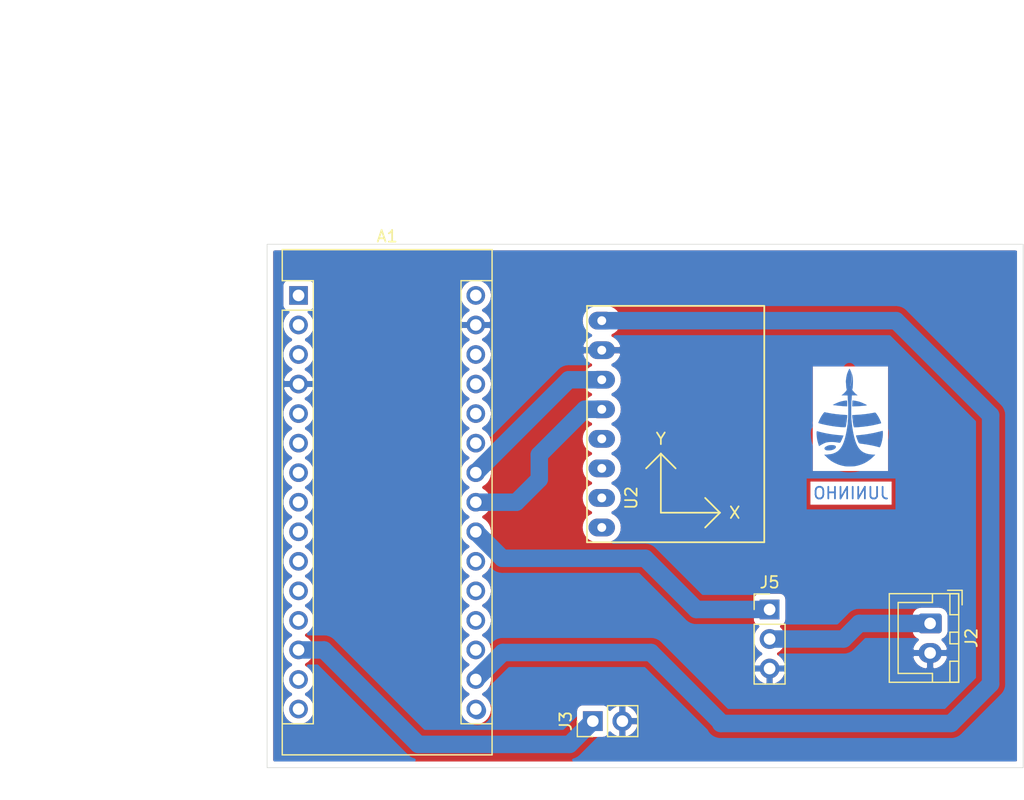
<source format=kicad_pcb>
(kicad_pcb (version 20171130) (host pcbnew "(5.1.12)-1")

  (general
    (thickness 1.6)
    (drawings 7)
    (tracks 28)
    (zones 0)
    (modules 6)
    (nets 35)
  )

  (page A4)
  (layers
    (0 F.Cu signal)
    (31 B.Cu signal)
    (32 B.Adhes user)
    (33 F.Adhes user)
    (34 B.Paste user)
    (35 F.Paste user)
    (36 B.SilkS user)
    (37 F.SilkS user)
    (38 B.Mask user)
    (39 F.Mask user)
    (40 Dwgs.User user)
    (41 Cmts.User user)
    (42 Eco1.User user)
    (43 Eco2.User user)
    (44 Edge.Cuts user)
    (45 Margin user)
    (46 B.CrtYd user)
    (47 F.CrtYd user)
    (48 B.Fab user)
    (49 F.Fab user)
  )

  (setup
    (last_trace_width 1.5)
    (user_trace_width 1)
    (user_trace_width 1.5)
    (trace_clearance 0.2)
    (zone_clearance 0.508)
    (zone_45_only no)
    (trace_min 0.2)
    (via_size 0.8)
    (via_drill 0.4)
    (via_min_size 0.4)
    (via_min_drill 0.3)
    (user_via 1 0.5)
    (uvia_size 0.3)
    (uvia_drill 0.1)
    (uvias_allowed no)
    (uvia_min_size 0.2)
    (uvia_min_drill 0.1)
    (edge_width 0.05)
    (segment_width 0.2)
    (pcb_text_width 0.3)
    (pcb_text_size 1.5 1.5)
    (mod_edge_width 0.12)
    (mod_text_size 1 1)
    (mod_text_width 0.15)
    (pad_size 1.524 1.524)
    (pad_drill 0.762)
    (pad_to_mask_clearance 0)
    (aux_axis_origin 107 115)
    (visible_elements 7FFFFFFF)
    (pcbplotparams
      (layerselection 0x00000_fffffffe)
      (usegerberextensions false)
      (usegerberattributes true)
      (usegerberadvancedattributes true)
      (creategerberjobfile true)
      (excludeedgelayer false)
      (linewidth 0.100000)
      (plotframeref false)
      (viasonmask false)
      (mode 1)
      (useauxorigin false)
      (hpglpennumber 1)
      (hpglpenspeed 20)
      (hpglpendiameter 15.000000)
      (psnegative false)
      (psa4output false)
      (plotreference false)
      (plotvalue false)
      (plotinvisibletext false)
      (padsonsilk true)
      (subtractmaskfromsilk false)
      (outputformat 4)
      (mirror false)
      (drillshape 1)
      (scaleselection 1)
      (outputdirectory ""))
  )

  (net 0 "")
  (net 1 /SCL0)
  (net 2 /SDA0)
  (net 3 GND)
  (net 4 +6V)
  (net 5 /Enable)
  (net 6 /3V3)
  (net 7 /PWM)
  (net 8 "Net-(U2-Pad8)")
  (net 9 "Net-(U2-Pad7)")
  (net 10 "Net-(U2-Pad6)")
  (net 11 "Net-(U2-Pad5)")
  (net 12 "Net-(A1-Pad15)")
  (net 13 "Net-(A1-Pad30)")
  (net 14 "Net-(A1-Pad14)")
  (net 15 "Net-(A1-Pad28)")
  (net 16 "Net-(A1-Pad12)")
  (net 17 "Net-(A1-Pad27)")
  (net 18 "Net-(A1-Pad11)")
  (net 19 "Net-(A1-Pad26)")
  (net 20 "Net-(A1-Pad10)")
  (net 21 "Net-(A1-Pad25)")
  (net 22 "Net-(A1-Pad9)")
  (net 23 "Net-(A1-Pad8)")
  (net 24 "Net-(A1-Pad7)")
  (net 25 "Net-(A1-Pad6)")
  (net 26 "Net-(A1-Pad21)")
  (net 27 "Net-(A1-Pad5)")
  (net 28 "Net-(A1-Pad20)")
  (net 29 "Net-(A1-Pad3)")
  (net 30 "Net-(A1-Pad18)")
  (net 31 "Net-(A1-Pad2)")
  (net 32 "Net-(A1-Pad1)")
  (net 33 "Net-(A1-Pad19)")
  (net 34 "Net-(A1-Pad16)")

  (net_class Default "This is the default net class."
    (clearance 0.2)
    (trace_width 0.25)
    (via_dia 0.8)
    (via_drill 0.4)
    (uvia_dia 0.3)
    (uvia_drill 0.1)
    (add_net +6V)
    (add_net /3V3)
    (add_net /Enable)
    (add_net /PWM)
    (add_net /SCL0)
    (add_net /SDA0)
    (add_net GND)
    (add_net "Net-(A1-Pad1)")
    (add_net "Net-(A1-Pad10)")
    (add_net "Net-(A1-Pad11)")
    (add_net "Net-(A1-Pad12)")
    (add_net "Net-(A1-Pad14)")
    (add_net "Net-(A1-Pad15)")
    (add_net "Net-(A1-Pad16)")
    (add_net "Net-(A1-Pad18)")
    (add_net "Net-(A1-Pad19)")
    (add_net "Net-(A1-Pad2)")
    (add_net "Net-(A1-Pad20)")
    (add_net "Net-(A1-Pad21)")
    (add_net "Net-(A1-Pad25)")
    (add_net "Net-(A1-Pad26)")
    (add_net "Net-(A1-Pad27)")
    (add_net "Net-(A1-Pad28)")
    (add_net "Net-(A1-Pad3)")
    (add_net "Net-(A1-Pad30)")
    (add_net "Net-(A1-Pad5)")
    (add_net "Net-(A1-Pad6)")
    (add_net "Net-(A1-Pad7)")
    (add_net "Net-(A1-Pad8)")
    (add_net "Net-(A1-Pad9)")
    (add_net "Net-(U2-Pad5)")
    (add_net "Net-(U2-Pad6)")
    (add_net "Net-(U2-Pad7)")
    (add_net "Net-(U2-Pad8)")
  )

  (module Module:Arduino_Nano (layer F.Cu) (tedit 58ACAF70) (tstamp 6251B70C)
    (at 109.7 74.4)
    (descr "Arduino Nano, http://www.mouser.com/pdfdocs/Gravitech_Arduino_Nano3_0.pdf")
    (tags "Arduino Nano")
    (path /62515E17)
    (fp_text reference A1 (at 7.62 -5.08) (layer F.SilkS)
      (effects (font (size 1 1) (thickness 0.15)))
    )
    (fp_text value Arduino_Nano_Every (at 8.89 19.05 90) (layer F.Fab)
      (effects (font (size 1 1) (thickness 0.15)))
    )
    (fp_line (start 1.27 1.27) (end 1.27 -1.27) (layer F.SilkS) (width 0.12))
    (fp_line (start 1.27 -1.27) (end -1.4 -1.27) (layer F.SilkS) (width 0.12))
    (fp_line (start -1.4 1.27) (end -1.4 39.5) (layer F.SilkS) (width 0.12))
    (fp_line (start -1.4 -3.94) (end -1.4 -1.27) (layer F.SilkS) (width 0.12))
    (fp_line (start 13.97 -1.27) (end 16.64 -1.27) (layer F.SilkS) (width 0.12))
    (fp_line (start 13.97 -1.27) (end 13.97 36.83) (layer F.SilkS) (width 0.12))
    (fp_line (start 13.97 36.83) (end 16.64 36.83) (layer F.SilkS) (width 0.12))
    (fp_line (start 1.27 1.27) (end -1.4 1.27) (layer F.SilkS) (width 0.12))
    (fp_line (start 1.27 1.27) (end 1.27 36.83) (layer F.SilkS) (width 0.12))
    (fp_line (start 1.27 36.83) (end -1.4 36.83) (layer F.SilkS) (width 0.12))
    (fp_line (start 3.81 31.75) (end 11.43 31.75) (layer F.Fab) (width 0.1))
    (fp_line (start 11.43 31.75) (end 11.43 41.91) (layer F.Fab) (width 0.1))
    (fp_line (start 11.43 41.91) (end 3.81 41.91) (layer F.Fab) (width 0.1))
    (fp_line (start 3.81 41.91) (end 3.81 31.75) (layer F.Fab) (width 0.1))
    (fp_line (start -1.4 39.5) (end 16.64 39.5) (layer F.SilkS) (width 0.12))
    (fp_line (start 16.64 39.5) (end 16.64 -3.94) (layer F.SilkS) (width 0.12))
    (fp_line (start 16.64 -3.94) (end -1.4 -3.94) (layer F.SilkS) (width 0.12))
    (fp_line (start 16.51 39.37) (end -1.27 39.37) (layer F.Fab) (width 0.1))
    (fp_line (start -1.27 39.37) (end -1.27 -2.54) (layer F.Fab) (width 0.1))
    (fp_line (start -1.27 -2.54) (end 0 -3.81) (layer F.Fab) (width 0.1))
    (fp_line (start 0 -3.81) (end 16.51 -3.81) (layer F.Fab) (width 0.1))
    (fp_line (start 16.51 -3.81) (end 16.51 39.37) (layer F.Fab) (width 0.1))
    (fp_line (start -1.53 -4.06) (end 16.75 -4.06) (layer F.CrtYd) (width 0.05))
    (fp_line (start -1.53 -4.06) (end -1.53 42.16) (layer F.CrtYd) (width 0.05))
    (fp_line (start 16.75 42.16) (end 16.75 -4.06) (layer F.CrtYd) (width 0.05))
    (fp_line (start 16.75 42.16) (end -1.53 42.16) (layer F.CrtYd) (width 0.05))
    (fp_text user %R (at 6.35 19.05 90) (layer F.Fab)
      (effects (font (size 1 1) (thickness 0.15)))
    )
    (pad 16 thru_hole oval (at 15.24 35.56) (size 1.6 1.6) (drill 1) (layers *.Cu *.Mask)
      (net 34 "Net-(A1-Pad16)"))
    (pad 15 thru_hole oval (at 0 35.56) (size 1.6 1.6) (drill 1) (layers *.Cu *.Mask)
      (net 12 "Net-(A1-Pad15)"))
    (pad 30 thru_hole oval (at 15.24 0) (size 1.6 1.6) (drill 1) (layers *.Cu *.Mask)
      (net 13 "Net-(A1-Pad30)"))
    (pad 14 thru_hole oval (at 0 33.02) (size 1.6 1.6) (drill 1) (layers *.Cu *.Mask)
      (net 14 "Net-(A1-Pad14)"))
    (pad 29 thru_hole oval (at 15.24 2.54) (size 1.6 1.6) (drill 1) (layers *.Cu *.Mask)
      (net 3 GND))
    (pad 13 thru_hole oval (at 0 30.48) (size 1.6 1.6) (drill 1) (layers *.Cu *.Mask)
      (net 5 /Enable))
    (pad 28 thru_hole oval (at 15.24 5.08) (size 1.6 1.6) (drill 1) (layers *.Cu *.Mask)
      (net 15 "Net-(A1-Pad28)"))
    (pad 12 thru_hole oval (at 0 27.94) (size 1.6 1.6) (drill 1) (layers *.Cu *.Mask)
      (net 16 "Net-(A1-Pad12)"))
    (pad 27 thru_hole oval (at 15.24 7.62) (size 1.6 1.6) (drill 1) (layers *.Cu *.Mask)
      (net 17 "Net-(A1-Pad27)"))
    (pad 11 thru_hole oval (at 0 25.4) (size 1.6 1.6) (drill 1) (layers *.Cu *.Mask)
      (net 18 "Net-(A1-Pad11)"))
    (pad 26 thru_hole oval (at 15.24 10.16) (size 1.6 1.6) (drill 1) (layers *.Cu *.Mask)
      (net 19 "Net-(A1-Pad26)"))
    (pad 10 thru_hole oval (at 0 22.86) (size 1.6 1.6) (drill 1) (layers *.Cu *.Mask)
      (net 20 "Net-(A1-Pad10)"))
    (pad 25 thru_hole oval (at 15.24 12.7) (size 1.6 1.6) (drill 1) (layers *.Cu *.Mask)
      (net 21 "Net-(A1-Pad25)"))
    (pad 9 thru_hole oval (at 0 20.32) (size 1.6 1.6) (drill 1) (layers *.Cu *.Mask)
      (net 22 "Net-(A1-Pad9)"))
    (pad 24 thru_hole oval (at 15.24 15.24) (size 1.6 1.6) (drill 1) (layers *.Cu *.Mask)
      (net 1 /SCL0))
    (pad 8 thru_hole oval (at 0 17.78) (size 1.6 1.6) (drill 1) (layers *.Cu *.Mask)
      (net 23 "Net-(A1-Pad8)"))
    (pad 23 thru_hole oval (at 15.24 17.78) (size 1.6 1.6) (drill 1) (layers *.Cu *.Mask)
      (net 2 /SDA0))
    (pad 7 thru_hole oval (at 0 15.24) (size 1.6 1.6) (drill 1) (layers *.Cu *.Mask)
      (net 24 "Net-(A1-Pad7)"))
    (pad 22 thru_hole oval (at 15.24 20.32) (size 1.6 1.6) (drill 1) (layers *.Cu *.Mask)
      (net 7 /PWM))
    (pad 6 thru_hole oval (at 0 12.7) (size 1.6 1.6) (drill 1) (layers *.Cu *.Mask)
      (net 25 "Net-(A1-Pad6)"))
    (pad 21 thru_hole oval (at 15.24 22.86) (size 1.6 1.6) (drill 1) (layers *.Cu *.Mask)
      (net 26 "Net-(A1-Pad21)"))
    (pad 5 thru_hole oval (at 0 10.16) (size 1.6 1.6) (drill 1) (layers *.Cu *.Mask)
      (net 27 "Net-(A1-Pad5)"))
    (pad 20 thru_hole oval (at 15.24 25.4) (size 1.6 1.6) (drill 1) (layers *.Cu *.Mask)
      (net 28 "Net-(A1-Pad20)"))
    (pad 4 thru_hole oval (at 0 7.62) (size 1.6 1.6) (drill 1) (layers *.Cu *.Mask)
      (net 3 GND))
    (pad 19 thru_hole oval (at 15.24 27.94) (size 1.6 1.6) (drill 1) (layers *.Cu *.Mask)
      (net 33 "Net-(A1-Pad19)"))
    (pad 3 thru_hole oval (at 0 5.08) (size 1.6 1.6) (drill 1) (layers *.Cu *.Mask)
      (net 29 "Net-(A1-Pad3)"))
    (pad 18 thru_hole oval (at 15.24 30.48) (size 1.6 1.6) (drill 1) (layers *.Cu *.Mask)
      (net 30 "Net-(A1-Pad18)"))
    (pad 2 thru_hole oval (at 0 2.54) (size 1.6 1.6) (drill 1) (layers *.Cu *.Mask)
      (net 31 "Net-(A1-Pad2)"))
    (pad 17 thru_hole oval (at 15.24 33.02) (size 1.6 1.6) (drill 1) (layers *.Cu *.Mask)
      (net 6 /3V3))
    (pad 1 thru_hole rect (at 0 0) (size 1.6 1.6) (drill 1) (layers *.Cu *.Mask)
      (net 32 "Net-(A1-Pad1)"))
    (model ${KISYS3DMOD}/Module.3dshapes/Arduino_Nano_WithMountingHoles.wrl
      (at (xyz 0 0 0))
      (scale (xyz 1 1 1))
      (rotate (xyz 0 0 0))
    )
  )

  (module Jupiter:Logo_B (layer F.Cu) (tedit 620E76D5) (tstamp 61E157FE)
    (at 156.9 86)
    (fp_text reference G*** (at 0 0 180) (layer B.SilkS) hide
      (effects (font (size 1.524 1.524) (thickness 0.3)) (justify mirror))
    )
    (fp_text value LOGO (at -0.75 0 180) (layer B.SilkS) hide
      (effects (font (size 1.524 1.524) (thickness 0.3)) (justify mirror))
    )
    (fp_poly (pts (xy -0.546179 -3.035845) (xy -0.555251 -3.026774) (xy -0.564322 -3.035845) (xy -0.555251 -3.044917)
      (xy -0.546179 -3.035845)) (layer Eco2.User) (width 0.01))
    (fp_poly (pts (xy 0.506106 -2.55885) (xy 0.602785 -2.547979) (xy 0.722124 -2.527466) (xy 0.852536 -2.49965)
      (xy 0.982429 -2.466868) (xy 1.032249 -2.452711) (xy 1.099285 -2.430247) (xy 1.180177 -2.398984)
      (xy 1.269239 -2.361615) (xy 1.360785 -2.320836) (xy 1.449127 -2.279344) (xy 1.52858 -2.239833)
      (xy 1.593458 -2.205) (xy 1.638073 -2.177539) (xy 1.65674 -2.160147) (xy 1.656122 -2.156966)
      (xy 1.630451 -2.148394) (xy 1.573902 -2.138513) (xy 1.491842 -2.127775) (xy 1.389637 -2.116632)
      (xy 1.272652 -2.105538) (xy 1.146253 -2.094945) (xy 1.015805 -2.085305) (xy 0.886675 -2.077071)
      (xy 0.764229 -2.070696) (xy 0.653831 -2.066632) (xy 0.569606 -2.065325) (xy 0.40632 -2.06513)
      (xy 0.415392 -2.31463) (xy 0.424463 -2.564131) (xy 0.506106 -2.55885)) (layer B.Cu) (width 0.01))
    (fp_poly (pts (xy -0.054009 -2.562693) (xy -0.05376 -2.562548) (xy -0.04803 -2.541823) (xy -0.043249 -2.491794)
      (xy -0.039844 -2.419439) (xy -0.038247 -2.331734) (xy -0.03818 -2.30906) (xy -0.03818 -2.065202)
      (xy -0.115287 -2.067793) (xy -0.165184 -2.070162) (xy -0.240157 -2.074554) (xy -0.329098 -2.080289)
      (xy -0.401037 -2.08526) (xy -0.510168 -2.093981) (xy -0.634274 -2.105431) (xy -0.764832 -2.118676)
      (xy -0.893319 -2.132779) (xy -1.011212 -2.146805) (xy -1.109988 -2.159818) (xy -1.181125 -2.170883)
      (xy -1.18118 -2.170893) (xy -1.262822 -2.185555) (xy -1.095209 -2.270599) (xy -0.925796 -2.35133)
      (xy -0.766479 -2.415128) (xy -0.599887 -2.468766) (xy -0.55405 -2.481662) (xy -0.476756 -2.500856)
      (xy -0.388619 -2.51958) (xy -0.297318 -2.536591) (xy -0.210529 -2.55065) (xy -0.135929 -2.560514)
      (xy -0.081197 -2.564942) (xy -0.054009 -2.562693)) (layer B.Cu) (width 0.01))
    (fp_poly (pts (xy -1.956721 -1.553171) (xy -1.903523 -1.543669) (xy -1.833275 -1.529688) (xy -1.793184 -1.52124)
      (xy -1.399958 -1.447619) (xy -0.975596 -1.388804) (xy -0.522209 -1.345069) (xy -0.355679 -1.333288)
      (xy -0.029108 -1.312274) (xy -0.034732 -1.194345) (xy -0.041383 -1.096634) (xy -0.052448 -0.980404)
      (xy -0.066895 -0.853163) (xy -0.08369 -0.722419) (xy -0.101799 -0.595682) (xy -0.120191 -0.48046)
      (xy -0.137831 -0.384261) (xy -0.153687 -0.314594) (xy -0.157683 -0.30081) (xy -0.167259 -0.285334)
      (xy -0.188939 -0.276094) (xy -0.230016 -0.271818) (xy -0.297784 -0.271232) (xy -0.325152 -0.271598)
      (xy -0.418493 -0.274456) (xy -0.528295 -0.279825) (xy -0.634906 -0.286699) (xy -0.664108 -0.288968)
      (xy -1.07325 -0.332535) (xy -1.497701 -0.396881) (xy -1.92463 -0.479882) (xy -2.196931 -0.542718)
      (xy -2.326025 -0.575776) (xy -2.419939 -0.602855) (xy -2.47925 -0.624142) (xy -2.504535 -0.639824)
      (xy -2.505608 -0.642933) (xy -2.498016 -0.677701) (xy -2.477448 -0.737022) (xy -2.447217 -0.813024)
      (xy -2.410635 -0.897838) (xy -2.371015 -0.98359) (xy -2.331669 -1.06241) (xy -2.319448 -1.085302)
      (xy -2.267583 -1.175933) (xy -2.210686 -1.267741) (xy -2.152584 -1.355352) (xy -2.097106 -1.433396)
      (xy -2.048081 -1.4965) (xy -2.009335 -1.539292) (xy -1.984696 -1.5564) (xy -1.983684 -1.556495)
      (xy -1.956721 -1.553171)) (layer B.Cu) (width 0.01))
    (fp_poly (pts (xy 2.388083 -1.52212) (xy 2.429167 -1.484713) (xy 2.479916 -1.423619) (xy 2.537392 -1.34339)
      (xy 2.598656 -1.248576) (xy 2.660768 -1.143727) (xy 2.720788 -1.033394) (xy 2.775778 -0.922128)
      (xy 2.822797 -0.814479) (xy 2.823111 -0.813701) (xy 2.858003 -0.723214) (xy 2.877852 -0.661671)
      (xy 2.883632 -0.625456) (xy 2.877632 -0.611542) (xy 2.848359 -0.601157) (xy 2.789778 -0.584682)
      (xy 2.708071 -0.563587) (xy 2.609418 -0.539341) (xy 2.500002 -0.513413) (xy 2.386004 -0.487274)
      (xy 2.273606 -0.462391) (xy 2.16899 -0.440235) (xy 2.093606 -0.425182) (xy 1.905228 -0.392127)
      (xy 1.693631 -0.360425) (xy 1.469054 -0.331249) (xy 1.24173 -0.30577) (xy 1.021897 -0.285162)
      (xy 0.81979 -0.270595) (xy 0.690232 -0.26448) (xy 0.617532 -0.263663) (xy 0.573083 -0.268096)
      (xy 0.549066 -0.279066) (xy 0.541382 -0.288998) (xy 0.528038 -0.328326) (xy 0.512379 -0.397582)
      (xy 0.495286 -0.490548) (xy 0.477641 -0.601008) (xy 0.460325 -0.722745) (xy 0.44422 -0.849542)
      (xy 0.430208 -0.975182) (xy 0.41917 -1.093448) (xy 0.411987 -1.198123) (xy 0.411719 -1.203417)
      (xy 0.40632 -1.312274) (xy 0.53332 -1.316417) (xy 0.701733 -1.323876) (xy 0.891854 -1.335584)
      (xy 1.090903 -1.350536) (xy 1.286099 -1.367729) (xy 1.464662 -1.386158) (xy 1.549321 -1.396227)
      (xy 1.654421 -1.410299) (xy 1.771865 -1.427397) (xy 1.894869 -1.44639) (xy 2.016653 -1.466148)
      (xy 2.130436 -1.48554) (xy 2.229436 -1.503437) (xy 2.306871 -1.518707) (xy 2.35596 -1.53022)
      (xy 2.359605 -1.53129) (xy 2.388083 -1.52212)) (layer B.Cu) (width 0.01))
    (fp_poly (pts (xy -2.569853 0.081858) (xy -2.494161 0.102993) (xy -2.397029 0.128267) (xy -2.28548 0.155965)
      (xy -2.166539 0.184377) (xy -2.047229 0.211789) (xy -1.934574 0.236488) (xy -1.843394 0.255236)
      (xy -1.580463 0.303402) (xy -1.315468 0.344446) (xy -1.039352 0.379547) (xy -0.743058 0.409885)
      (xy -0.496287 0.430678) (xy -0.427801 0.436537) (xy -0.375784 0.442029) (xy -0.348662 0.446223)
      (xy -0.346608 0.447192) (xy -0.353564 0.469932) (xy -0.372267 0.518129) (xy -0.399474 0.584192)
      (xy -0.431941 0.660534) (xy -0.466422 0.739567) (xy -0.499674 0.813701) (xy -0.528453 0.87535)
      (xy -0.537982 0.894807) (xy -0.578969 0.976557) (xy -0.610361 1.030803) (xy -0.640137 1.061785)
      (xy -0.676276 1.073746) (xy -0.726757 1.070925) (xy -0.799561 1.057563) (xy -0.832081 1.051125)
      (xy -1.031424 1.019913) (xy -1.233791 1.002774) (xy -1.431184 0.999671) (xy -1.615604 1.01057)
      (xy -1.779053 1.035434) (xy -1.859545 1.055774) (xy -1.953749 1.089922) (xy -2.065536 1.139585)
      (xy -2.183167 1.198907) (xy -2.294902 1.262031) (xy -2.373098 1.311978) (xy -2.449232 1.364201)
      (xy -2.512187 1.168963) (xy -2.562938 0.999795) (xy -2.60053 0.843989) (xy -2.628178 0.685731)
      (xy -2.649099 0.509208) (xy -2.651515 0.48386) (xy -2.660928 0.353028) (xy -2.663297 0.242687)
      (xy -2.658897 0.156151) (xy -2.648 0.096732) (xy -2.63088 0.067744) (xy -2.61708 0.066574)
      (xy -2.569853 0.081858)) (layer B.Cu) (width 0))
    (fp_poly (pts (xy 3.018415 0.055689) (xy 3.026723 0.088194) (xy 3.033922 0.149407) (xy 3.034115 0.151339)
      (xy 3.03916 0.29051) (xy 3.030567 0.453212) (xy 3.009995 0.630617) (xy 2.979102 0.813896)
      (xy 2.939545 0.994222) (xy 2.892984 1.162766) (xy 2.841077 1.310699) (xy 2.798708 1.404619)
      (xy 2.784945 1.429648) (xy 2.770063 1.444472) (xy 2.747104 1.449183) (xy 2.709112 1.443873)
      (xy 2.649129 1.428635) (xy 2.574392 1.407585) (xy 2.407169 1.363917) (xy 2.21229 1.319443)
      (xy 1.9983 1.275781) (xy 1.773749 1.234552) (xy 1.547182 1.197375) (xy 1.327148 1.165868)
      (xy 1.240892 1.154976) (xy 1.139938 1.142422) (xy 1.067987 1.130543) (xy 1.018061 1.115325)
      (xy 0.983181 1.092755) (xy 0.95637 1.058817) (xy 0.930649 1.009499) (xy 0.910003 0.964655)
      (xy 0.886918 0.910083) (xy 0.859181 0.838373) (xy 0.829216 0.756602) (xy 0.799448 0.671852)
      (xy 0.772301 0.591202) (xy 0.750202 0.521731) (xy 0.735574 0.470519) (xy 0.730843 0.444646)
      (xy 0.731351 0.443077) (xy 0.750914 0.439216) (xy 0.800567 0.433056) (xy 0.874234 0.425248)
      (xy 0.965842 0.416445) (xy 1.044148 0.409455) (xy 1.630783 0.341009) (xy 2.21651 0.237557)
      (xy 2.795951 0.100102) (xy 2.984491 0.047561) (xy 3.005503 0.044582) (xy 3.018415 0.055689)) (layer B.Cu) (width 0.01))
    (fp_poly (pts (xy -1.27 1.27) (xy -1.17214 1.284871) (xy -1.09179 1.309113) (xy -1.03597 1.341836)
      (xy -1.017687 1.364185) (xy -1.000924 1.428377) (xy -1.01683 1.491366) (xy -1.0618 1.551037)
      (xy -1.132228 1.605272) (xy -1.224511 1.651956) (xy -1.335041 1.688972) (xy -1.460215 1.714205)
      (xy -1.596426 1.725539) (xy -1.634027 1.725945) (xy -1.734569 1.721413) (xy -1.814226 1.709573)
      (xy -1.851925 1.697926) (xy -1.92936 1.652904) (xy -1.971843 1.600651) (xy -1.979043 1.542027)
      (xy -1.950629 1.477895) (xy -1.941336 1.465361) (xy -1.893198 1.421939) (xy -1.819641 1.376595)
      (xy -1.730827 1.33451) (xy -1.63692 1.300868) (xy -1.598465 1.290517) (xy -1.490181 1.271933)
      (xy -1.378353 1.265391) (xy -1.27 1.27)) (layer B.Cu) (width 0.01))
    (fp_poly (pts (xy 0.180493 -5.278739) (xy 0.207336 -5.235505) (xy 0.240491 -5.171586) (xy 0.276783 -5.093645)
      (xy 0.313033 -5.008339) (xy 0.346065 -4.92233) (xy 0.360368 -4.881182) (xy 0.40161 -4.748214)
      (xy 0.431697 -4.626401) (xy 0.451819 -4.506347) (xy 0.463165 -4.378659) (xy 0.466924 -4.233943)
      (xy 0.464287 -4.062803) (xy 0.464232 -4.060917) (xy 0.458628 -3.922733) (xy 0.450527 -3.797491)
      (xy 0.440522 -3.692375) (xy 0.429205 -3.614569) (xy 0.42626 -3.600312) (xy 0.398099 -3.47535)
      (xy 0.486772 -3.363914) (xy 0.577665 -3.258803) (xy 0.678376 -3.1574) (xy 0.77679 -3.071648)
      (xy 0.805463 -3.049724) (xy 0.859892 -3.00978) (xy 0.610428 -3.009206) (xy 0.508701 -3.008382)
      (xy 0.438082 -3.006085) (xy 0.393404 -3.001748) (xy 0.369502 -2.994806) (xy 0.361207 -2.984696)
      (xy 0.360963 -2.981935) (xy 0.359965 -2.95747) (xy 0.357144 -2.901657) (xy 0.352766 -2.819375)
      (xy 0.347093 -2.7155) (xy 0.340391 -2.59491) (xy 0.332922 -2.462484) (xy 0.331768 -2.442185)
      (xy 0.312103 -1.963763) (xy 0.309533 -1.511213) (xy 0.324446 -1.078194) (xy 0.357233 -0.658364)
      (xy 0.408283 -0.245385) (xy 0.477987 0.167087) (xy 0.498697 0.272475) (xy 0.569177 0.58403)
      (xy 0.648155 0.861379) (xy 0.736288 1.105742) (xy 0.834232 1.318341) (xy 0.942643 1.500397)
      (xy 1.062177 1.653132) (xy 1.193491 1.777768) (xy 1.33724 1.875525) (xy 1.369206 1.892825)
      (xy 1.514725 1.960234) (xy 1.663162 2.011441) (xy 1.8231 2.048538) (xy 2.003123 2.073618)
      (xy 2.161977 2.086125) (xy 2.375491 2.098583) (xy 2.225477 2.250686) (xy 1.983336 2.472023)
      (xy 1.725638 2.660607) (xy 1.451854 2.81671) (xy 1.161454 2.940606) (xy 0.853909 3.03257)
      (xy 0.624035 3.078764) (xy 0.547683 3.087685) (xy 0.44515 3.094762) (xy 0.32605 3.09982)
      (xy 0.200001 3.102684) (xy 0.076618 3.103177) (xy -0.034484 3.101124) (xy -0.123687 3.096349)
      (xy -0.156108 3.093013) (xy -0.455621 3.037917) (xy -0.748657 2.952272) (xy -1.025901 2.838898)
      (xy -1.076384 2.814274) (xy -1.227943 2.734781) (xy -1.359574 2.656978) (xy -1.480032 2.5745)
      (xy -1.598069 2.480985) (xy -1.722439 2.37007) (xy -1.831645 2.265254) (xy -2.001325 2.098583)
      (xy -1.904217 2.094078) (xy -1.785579 2.086345) (xy -1.658106 2.074295) (xy -1.532815 2.059261)
      (xy -1.420728 2.042581) (xy -1.332865 2.02559) (xy -1.326322 2.024043) (xy -1.256449 2.002984)
      (xy -1.168946 1.97065) (xy -1.07834 1.932582) (xy -1.039521 1.914625) (xy -0.896834 1.833332)
      (xy -0.76629 1.731221) (xy -0.647087 1.606653) (xy -0.538426 1.457985) (xy -0.439505 1.283578)
      (xy -0.349524 1.08179) (xy -0.26768 0.850981) (xy -0.193175 0.589509) (xy -0.125206 0.295734)
      (xy -0.062973 -0.031986) (xy -0.048972 -0.114845) (xy 0.00966 -0.547153) (xy 0.047509 -1.009062)
      (xy 0.064569 -1.500425) (xy 0.060837 -2.021098) (xy 0.036308 -2.570934) (xy 0.028443 -2.691131)
      (xy 0.007178 -2.99956) (xy -0.253376 -3.004606) (xy -0.513929 -3.009652) (xy -0.443876 -3.060595)
      (xy -0.386105 -3.107859) (xy -0.315847 -3.172966) (xy -0.242122 -3.24674) (xy -0.17395 -3.320006)
      (xy -0.120349 -3.383589) (xy -0.102583 -3.407774) (xy -0.079863 -3.443596) (xy -0.069285 -3.473497)
      (xy -0.069631 -3.509903) (xy -0.079682 -3.565242) (xy -0.084798 -3.589202) (xy -0.097369 -3.66191)
      (xy -0.109145 -3.754883) (xy -0.115295 -3.820875) (xy 0.206539 -3.820875) (xy 0.209848 -3.809041)
      (xy 0.218849 -3.810502) (xy 0.23541 -3.830189) (xy 0.258399 -3.875965) (xy 0.283676 -3.939206)
      (xy 0.291924 -3.962764) (xy 0.346111 -4.171862) (xy 0.369318 -4.38888) (xy 0.361507 -4.61672)
      (xy 0.322637 -4.858286) (xy 0.277218 -5.036107) (xy 0.258145 -5.096822) (xy 0.246564 -5.124114)
      (xy 0.242783 -5.120128) (xy 0.247111 -5.087009) (xy 0.259857 -5.0269) (xy 0.269948 -4.985549)
      (xy 0.309216 -4.791148) (xy 0.330726 -4.593604) (xy 0.334757 -4.39953) (xy 0.321586 -4.215541)
      (xy 0.291488 -4.04825) (xy 0.244741 -3.904271) (xy 0.222709 -3.857124) (xy 0.206539 -3.820875)
      (xy -0.115295 -3.820875) (xy -0.118207 -3.852116) (xy -0.12064 -3.88856) (xy -0.125796 -3.973458)
      (xy -0.131002 -4.051262) (xy -0.135469 -4.110488) (xy -0.137289 -4.130638) (xy -0.139494 -4.219075)
      (xy -0.132203 -4.332377) (xy -0.116927 -4.460831) (xy -0.095177 -4.594726) (xy -0.068461 -4.724348)
      (xy -0.038289 -4.839987) (xy -0.016983 -4.904559) (xy 0.012301 -4.97981) (xy 0.045874 -5.060049)
      (xy 0.080494 -5.138256) (xy 0.112919 -5.207412) (xy 0.139907 -5.260496) (xy 0.158218 -5.290488)
      (xy 0.163139 -5.294631) (xy 0.180493 -5.278739)) (layer B.Cu) (width 0.01))
  )

  (module footprints:GY-521 (layer F.Cu) (tedit 5B1B7D6D) (tstamp 624F173B)
    (at 134.5 75.3 270)
    (path /624FC2C9)
    (fp_text reference U2 (at 16.51 -3.81 90) (layer F.SilkS)
      (effects (font (size 1 1) (thickness 0.15)))
    )
    (fp_text value GY-521-symbols (at 3.81 -12.7 90) (layer F.Fab)
      (effects (font (size 1 1) (thickness 0.15)))
    )
    (fp_line (start 0 -15.24) (end 20.32 -15.24) (layer F.SilkS) (width 0.15))
    (fp_line (start 20.32 -15.24) (end 20.32 0) (layer F.SilkS) (width 0.15))
    (fp_line (start 20.32 0) (end 0 0) (layer F.SilkS) (width 0.15))
    (fp_line (start 0 0) (end 0 -15.24) (layer F.SilkS) (width 0.15))
    (fp_line (start 13.97 -7.62) (end 12.7 -6.35) (layer F.SilkS) (width 0.15))
    (fp_line (start 12.7 -6.35) (end 13.97 -5.08) (layer F.SilkS) (width 0.15))
    (fp_line (start 17.78 -6.35) (end 12.7 -6.35) (layer F.SilkS) (width 0.15))
    (fp_line (start 17.78 -11.43) (end 17.78 -6.35) (layer F.SilkS) (width 0.15))
    (fp_line (start 16.51 -10.16) (end 17.78 -11.43) (layer F.SilkS) (width 0.15))
    (fp_line (start 17.78 -11.43) (end 19.05 -10.16) (layer F.SilkS) (width 0.15))
    (fp_text user X (at 17.78 -12.7) (layer F.SilkS)
      (effects (font (size 1 1) (thickness 0.15)))
    )
    (fp_text user Y (at 11.43 -6.35) (layer F.SilkS)
      (effects (font (size 1 1) (thickness 0.15)))
    )
    (pad 8 thru_hole oval (at 19.05 -1.27 270) (size 1.524 2.268) (drill 0.762) (layers *.Cu *.Mask)
      (net 8 "Net-(U2-Pad8)"))
    (pad 7 thru_hole oval (at 16.51 -1.27 270) (size 1.524 2.268) (drill 0.762) (layers *.Cu *.Mask)
      (net 9 "Net-(U2-Pad7)"))
    (pad 6 thru_hole oval (at 13.97 -1.27 270) (size 1.524 2.268) (drill 0.762) (layers *.Cu *.Mask)
      (net 10 "Net-(U2-Pad6)"))
    (pad 5 thru_hole oval (at 11.43 -1.27 270) (size 1.524 2.268) (drill 0.762) (layers *.Cu *.Mask)
      (net 11 "Net-(U2-Pad5)"))
    (pad 4 thru_hole oval (at 8.89 -1.27 270) (size 1.524 2.268) (drill 0.762) (layers *.Cu *.Mask)
      (net 2 /SDA0))
    (pad 3 thru_hole oval (at 6.35 -1.27 270) (size 1.524 2.268) (drill 0.762) (layers *.Cu *.Mask)
      (net 1 /SCL0))
    (pad 2 thru_hole oval (at 3.81 -1.27 270) (size 1.524 2.268) (drill 0.762) (layers *.Cu *.Mask)
      (net 3 GND))
    (pad 1 thru_hole oval (at 1.27 -1.27 270) (size 1.524 2.268) (drill 0.762) (layers *.Cu *.Mask)
      (net 6 /3V3))
  )

  (module Jupiter:JS-1001-02 (layer F.Cu) (tedit 5E2B7E45) (tstamp 61E1367A)
    (at 164 102.6 270)
    (descr "JST XH series connector, B2B-XH-A (http://www.jst-mfg.com/product/pdf/eng/eXH.pdf), generated with kicad-footprint-generator")
    (tags "connector JST XH vertical")
    (path /61E06A34)
    (fp_text reference J2 (at 1.25 -3.55 90) (layer F.SilkS)
      (effects (font (size 1 1) (thickness 0.15)))
    )
    (fp_text value Conn_01x02_Male (at 1.25 4.6 90) (layer F.Fab)
      (effects (font (size 1 1) (thickness 0.15)))
    )
    (fp_line (start -2.45 -2.35) (end -2.45 3.4) (layer F.Fab) (width 0.1))
    (fp_line (start -2.45 3.4) (end 4.95 3.4) (layer F.Fab) (width 0.1))
    (fp_line (start 4.95 3.4) (end 4.95 -2.35) (layer F.Fab) (width 0.1))
    (fp_line (start 4.95 -2.35) (end -2.45 -2.35) (layer F.Fab) (width 0.1))
    (fp_line (start -2.56 -2.46) (end -2.56 3.51) (layer F.SilkS) (width 0.12))
    (fp_line (start -2.56 3.51) (end 5.06 3.51) (layer F.SilkS) (width 0.12))
    (fp_line (start 5.06 3.51) (end 5.06 -2.46) (layer F.SilkS) (width 0.12))
    (fp_line (start 5.06 -2.46) (end -2.56 -2.46) (layer F.SilkS) (width 0.12))
    (fp_line (start -2.95 -2.85) (end -2.95 3.9) (layer F.CrtYd) (width 0.05))
    (fp_line (start -2.95 3.9) (end 5.45 3.9) (layer F.CrtYd) (width 0.05))
    (fp_line (start 5.45 3.9) (end 5.45 -2.85) (layer F.CrtYd) (width 0.05))
    (fp_line (start 5.45 -2.85) (end -2.95 -2.85) (layer F.CrtYd) (width 0.05))
    (fp_line (start -0.625 -2.35) (end 0 -1.35) (layer F.Fab) (width 0.1))
    (fp_line (start 0 -1.35) (end 0.625 -2.35) (layer F.Fab) (width 0.1))
    (fp_line (start 0.75 -2.45) (end 0.75 -1.7) (layer F.SilkS) (width 0.12))
    (fp_line (start 0.75 -1.7) (end 1.75 -1.7) (layer F.SilkS) (width 0.12))
    (fp_line (start 1.75 -1.7) (end 1.75 -2.45) (layer F.SilkS) (width 0.12))
    (fp_line (start 1.75 -2.45) (end 0.75 -2.45) (layer F.SilkS) (width 0.12))
    (fp_line (start -2.55 -2.45) (end -2.55 -1.7) (layer F.SilkS) (width 0.12))
    (fp_line (start -2.55 -1.7) (end -0.75 -1.7) (layer F.SilkS) (width 0.12))
    (fp_line (start -0.75 -1.7) (end -0.75 -2.45) (layer F.SilkS) (width 0.12))
    (fp_line (start -0.75 -2.45) (end -2.55 -2.45) (layer F.SilkS) (width 0.12))
    (fp_line (start 3.25 -2.45) (end 3.25 -1.7) (layer F.SilkS) (width 0.12))
    (fp_line (start 3.25 -1.7) (end 5.05 -1.7) (layer F.SilkS) (width 0.12))
    (fp_line (start 5.05 -1.7) (end 5.05 -2.45) (layer F.SilkS) (width 0.12))
    (fp_line (start 5.05 -2.45) (end 3.25 -2.45) (layer F.SilkS) (width 0.12))
    (fp_line (start -2.55 -0.2) (end -1.8 -0.2) (layer F.SilkS) (width 0.12))
    (fp_line (start -1.8 -0.2) (end -1.8 2.75) (layer F.SilkS) (width 0.12))
    (fp_line (start -1.8 2.75) (end 1.25 2.75) (layer F.SilkS) (width 0.12))
    (fp_line (start 5.05 -0.2) (end 4.3 -0.2) (layer F.SilkS) (width 0.12))
    (fp_line (start 4.3 -0.2) (end 4.3 2.75) (layer F.SilkS) (width 0.12))
    (fp_line (start 4.3 2.75) (end 1.25 2.75) (layer F.SilkS) (width 0.12))
    (fp_line (start -1.6 -2.75) (end -2.85 -2.75) (layer F.SilkS) (width 0.12))
    (fp_line (start -2.85 -2.75) (end -2.85 -1.5) (layer F.SilkS) (width 0.12))
    (fp_text user %R (at 1.25 2.7 90) (layer F.Fab)
      (effects (font (size 1 1) (thickness 0.15)))
    )
    (pad 2 thru_hole oval (at 2.54 0 270) (size 1.7 2) (drill 1) (layers *.Cu *.Mask)
      (net 3 GND))
    (pad 1 thru_hole roundrect (at 0 0 270) (size 1.7 2) (drill 1) (layers *.Cu *.Mask) (roundrect_rratio 0.1470588235294118)
      (net 4 +6V))
    (model ${KISYS3DMOD}/Connector_JST.3dshapes/JST_XH_B2B-XH-A_1x02_P2.50mm_Vertical.wrl
      (at (xyz 0 0 0))
      (scale (xyz 1 1 1))
      (rotate (xyz 0 0 0))
    )
  )

  (module Connector_PinHeader_2.54mm:PinHeader_1x02_P2.54mm_Vertical (layer F.Cu) (tedit 59FED5CC) (tstamp 61E13690)
    (at 135 111 90)
    (descr "Through hole straight pin header, 1x02, 2.54mm pitch, single row")
    (tags "Through hole pin header THT 1x02 2.54mm single row")
    (path /61E06A2E)
    (fp_text reference J3 (at 0 -2.33 90) (layer F.SilkS)
      (effects (font (size 1 1) (thickness 0.15)))
    )
    (fp_text value Conn_01x02_Male (at 0 4.87 90) (layer F.Fab)
      (effects (font (size 1 1) (thickness 0.15)))
    )
    (fp_line (start 1.8 -1.8) (end -1.8 -1.8) (layer F.CrtYd) (width 0.05))
    (fp_line (start 1.8 4.35) (end 1.8 -1.8) (layer F.CrtYd) (width 0.05))
    (fp_line (start -1.8 4.35) (end 1.8 4.35) (layer F.CrtYd) (width 0.05))
    (fp_line (start -1.8 -1.8) (end -1.8 4.35) (layer F.CrtYd) (width 0.05))
    (fp_line (start -1.33 -1.33) (end 0 -1.33) (layer F.SilkS) (width 0.12))
    (fp_line (start -1.33 0) (end -1.33 -1.33) (layer F.SilkS) (width 0.12))
    (fp_line (start -1.33 1.27) (end 1.33 1.27) (layer F.SilkS) (width 0.12))
    (fp_line (start 1.33 1.27) (end 1.33 3.87) (layer F.SilkS) (width 0.12))
    (fp_line (start -1.33 1.27) (end -1.33 3.87) (layer F.SilkS) (width 0.12))
    (fp_line (start -1.33 3.87) (end 1.33 3.87) (layer F.SilkS) (width 0.12))
    (fp_line (start -1.27 -0.635) (end -0.635 -1.27) (layer F.Fab) (width 0.1))
    (fp_line (start -1.27 3.81) (end -1.27 -0.635) (layer F.Fab) (width 0.1))
    (fp_line (start 1.27 3.81) (end -1.27 3.81) (layer F.Fab) (width 0.1))
    (fp_line (start 1.27 -1.27) (end 1.27 3.81) (layer F.Fab) (width 0.1))
    (fp_line (start -0.635 -1.27) (end 1.27 -1.27) (layer F.Fab) (width 0.1))
    (fp_text user %R (at 0 1.27) (layer F.Fab)
      (effects (font (size 1 1) (thickness 0.15)))
    )
    (pad 1 thru_hole rect (at 0 0 90) (size 1.7 1.7) (drill 1) (layers *.Cu *.Mask)
      (net 5 /Enable))
    (pad 2 thru_hole oval (at 0 2.54 90) (size 1.7 1.7) (drill 1) (layers *.Cu *.Mask)
      (net 3 GND))
    (model ${KISYS3DMOD}/Connector_PinHeader_2.54mm.3dshapes/PinHeader_1x02_P2.54mm_Vertical.wrl
      (at (xyz 0 0 0))
      (scale (xyz 1 1 1))
      (rotate (xyz 0 0 0))
    )
  )

  (module Connector_PinHeader_2.54mm:PinHeader_1x03_P2.54mm_Vertical (layer F.Cu) (tedit 59FED5CC) (tstamp 61E136CA)
    (at 150.2 101.4)
    (descr "Through hole straight pin header, 1x03, 2.54mm pitch, single row")
    (tags "Through hole pin header THT 1x03 2.54mm single row")
    (path /61E1CF23)
    (fp_text reference J5 (at 0 -2.33) (layer F.SilkS)
      (effects (font (size 1 1) (thickness 0.15)))
    )
    (fp_text value Conn_01x03_Male (at 0 7.41) (layer F.Fab)
      (effects (font (size 1 1) (thickness 0.15)))
    )
    (fp_line (start 1.8 -1.8) (end -1.8 -1.8) (layer F.CrtYd) (width 0.05))
    (fp_line (start 1.8 6.85) (end 1.8 -1.8) (layer F.CrtYd) (width 0.05))
    (fp_line (start -1.8 6.85) (end 1.8 6.85) (layer F.CrtYd) (width 0.05))
    (fp_line (start -1.8 -1.8) (end -1.8 6.85) (layer F.CrtYd) (width 0.05))
    (fp_line (start -1.33 -1.33) (end 0 -1.33) (layer F.SilkS) (width 0.12))
    (fp_line (start -1.33 0) (end -1.33 -1.33) (layer F.SilkS) (width 0.12))
    (fp_line (start -1.33 1.27) (end 1.33 1.27) (layer F.SilkS) (width 0.12))
    (fp_line (start 1.33 1.27) (end 1.33 6.41) (layer F.SilkS) (width 0.12))
    (fp_line (start -1.33 1.27) (end -1.33 6.41) (layer F.SilkS) (width 0.12))
    (fp_line (start -1.33 6.41) (end 1.33 6.41) (layer F.SilkS) (width 0.12))
    (fp_line (start -1.27 -0.635) (end -0.635 -1.27) (layer F.Fab) (width 0.1))
    (fp_line (start -1.27 6.35) (end -1.27 -0.635) (layer F.Fab) (width 0.1))
    (fp_line (start 1.27 6.35) (end -1.27 6.35) (layer F.Fab) (width 0.1))
    (fp_line (start 1.27 -1.27) (end 1.27 6.35) (layer F.Fab) (width 0.1))
    (fp_line (start -0.635 -1.27) (end 1.27 -1.27) (layer F.Fab) (width 0.1))
    (fp_text user %R (at 0 2.54 90) (layer F.Fab)
      (effects (font (size 1 1) (thickness 0.15)))
    )
    (pad 1 thru_hole rect (at 0 0) (size 1.7 1.7) (drill 1) (layers *.Cu *.Mask)
      (net 7 /PWM))
    (pad 2 thru_hole oval (at 0 2.54) (size 1.7 1.7) (drill 1) (layers *.Cu *.Mask)
      (net 4 +6V))
    (pad 3 thru_hole oval (at 0 5.08) (size 1.7 1.7) (drill 1) (layers *.Cu *.Mask)
      (net 3 GND))
    (model ${KISYS3DMOD}/Connector_PinHeader_2.54mm.3dshapes/PinHeader_1x03_P2.54mm_Vertical.wrl
      (at (xyz 0 0 0))
      (scale (xyz 1 1 1))
      (rotate (xyz 0 0 0))
    )
  )

  (gr_text JUNINHO (at 157.2 91.4) (layer B.Cu)
    (effects (font (size 1 1) (thickness 0.15)) (justify mirror))
  )
  (gr_line (start 172 70) (end 107 70) (layer Edge.Cuts) (width 0.05) (tstamp 61E1541B))
  (gr_line (start 172 115) (end 172 70) (layer Edge.Cuts) (width 0.05))
  (gr_line (start 107 115) (end 172 115) (layer Edge.Cuts) (width 0.05))
  (gr_line (start 107 70) (end 107 115) (layer Edge.Cuts) (width 0.05))
  (dimension 45 (width 0.15) (layer Dwgs.User)
    (gr_text "45,000 mm" (at 87.7 92.5 270) (layer Dwgs.User)
      (effects (font (size 1 1) (thickness 0.15)))
    )
    (feature1 (pts (xy 107 115) (xy 88.413579 115)))
    (feature2 (pts (xy 107 70) (xy 88.413579 70)))
    (crossbar (pts (xy 89 70) (xy 89 115)))
    (arrow1a (pts (xy 89 115) (xy 88.413579 113.873496)))
    (arrow1b (pts (xy 89 115) (xy 89.586421 113.873496)))
    (arrow2a (pts (xy 89 70) (xy 88.413579 71.126504)))
    (arrow2b (pts (xy 89 70) (xy 89.586421 71.126504)))
  )
  (dimension 65 (width 0.15) (layer Dwgs.User)
    (gr_text "65,000 mm" (at 139.5 49.7) (layer Dwgs.User)
      (effects (font (size 1 1) (thickness 0.15)))
    )
    (feature1 (pts (xy 172 70) (xy 172 50.413579)))
    (feature2 (pts (xy 107 70) (xy 107 50.413579)))
    (crossbar (pts (xy 107 51) (xy 172 51)))
    (arrow1a (pts (xy 172 51) (xy 170.873496 51.586421)))
    (arrow1b (pts (xy 172 51) (xy 170.873496 50.413579)))
    (arrow2a (pts (xy 107 51) (xy 108.126504 51.586421)))
    (arrow2b (pts (xy 107 51) (xy 108.126504 50.413579)))
  )

  (segment (start 132.93 81.65) (end 135.77 81.65) (width 1.5) (layer B.Cu) (net 1))
  (segment (start 124.94 89.64) (end 132.93 81.65) (width 1.5) (layer B.Cu) (net 1))
  (segment (start 124.94 92.18) (end 128.42 92.18) (width 1.5) (layer B.Cu) (net 2))
  (segment (start 128.42 92.18) (end 130.4 90.2) (width 1.5) (layer B.Cu) (net 2))
  (segment (start 130.4 90.2) (end 130.4 88.1) (width 1.5) (layer B.Cu) (net 2))
  (segment (start 134.31 84.19) (end 135.77 84.19) (width 1.5) (layer B.Cu) (net 2))
  (segment (start 130.4 88.1) (end 134.31 84.19) (width 1.5) (layer B.Cu) (net 2))
  (segment (start 164 102.6) (end 157.9 102.6) (width 1.5) (layer B.Cu) (net 4))
  (segment (start 156.56 103.94) (end 150.2 103.94) (width 1.5) (layer B.Cu) (net 4))
  (segment (start 157.9 102.6) (end 156.56 103.94) (width 1.5) (layer B.Cu) (net 4))
  (segment (start 135 111) (end 133 113) (width 1.5) (layer B.Cu) (net 5))
  (segment (start 133 113) (end 120 113) (width 1.5) (layer B.Cu) (net 5))
  (segment (start 111.88 104.88) (end 109.7 104.88) (width 1.5) (layer B.Cu) (net 5))
  (segment (start 120 113) (end 111.88 104.88) (width 1.5) (layer B.Cu) (net 5))
  (segment (start 125.08 110.1) (end 124.94 109.96) (width 1.5) (layer B.Cu) (net 34))
  (segment (start 169.2 107.8) (end 165.8 111.2) (width 1.5) (layer B.Cu) (net 6))
  (segment (start 169.2 84.7) (end 169.2 107.8) (width 1.5) (layer B.Cu) (net 6))
  (segment (start 161.07 76.57) (end 169.2 84.7) (width 1.5) (layer B.Cu) (net 6))
  (segment (start 135.77 76.57) (end 161.07 76.57) (width 1.5) (layer B.Cu) (net 6))
  (segment (start 165.8 111.2) (end 146 111.2) (width 1.5) (layer B.Cu) (net 6))
  (segment (start 146 111.2) (end 146 111.1) (width 1.5) (layer B.Cu) (net 6))
  (segment (start 146 111.1) (end 140 105.1) (width 1.5) (layer B.Cu) (net 6))
  (segment (start 127.26 105.1) (end 124.94 107.42) (width 1.5) (layer B.Cu) (net 6))
  (segment (start 140 105.1) (end 127.26 105.1) (width 1.5) (layer B.Cu) (net 6))
  (segment (start 150.2 101.4) (end 143.9 101.4) (width 1.5) (layer B.Cu) (net 7))
  (segment (start 143.9 101.4) (end 139.5 97) (width 1.5) (layer B.Cu) (net 7))
  (segment (start 127.22 97) (end 124.94 94.72) (width 1.5) (layer B.Cu) (net 7))
  (segment (start 139.5 97) (end 127.22 97) (width 1.5) (layer B.Cu) (net 7))

  (zone (net 0) (net_name "") (layers F&B.Cu) (tstamp 0) (hatch edge 0.508)
    (connect_pads (clearance 0.508))
    (min_thickness 0.254)
    (keepout (tracks not_allowed) (vias not_allowed) (copperpour not_allowed))
    (fill (arc_segments 32) (thermal_gap 0.508) (thermal_bridge_width 0.508))
    (polygon
      (pts
        (xy 160.7 92.4) (xy 153.7 92.4) (xy 153.7 90.4) (xy 160.7 90.4)
      )
    )
  )
  (zone (net 3) (net_name GND) (layer F.Cu) (tstamp 620EF7FA) (hatch edge 0.508)
    (connect_pads (clearance 0.508))
    (min_thickness 0.254)
    (fill yes (arc_segments 32) (thermal_gap 0.508) (thermal_bridge_width 0.508))
    (polygon
      (pts
        (xy 172 115) (xy 107 115) (xy 107 70) (xy 172 70)
      )
    )
    (filled_polygon
      (pts
        (xy 171.34 114.34) (xy 107.66 114.34) (xy 107.66 84.418665) (xy 108.265 84.418665) (xy 108.265 84.701335)
        (xy 108.320147 84.978574) (xy 108.42832 85.239727) (xy 108.585363 85.474759) (xy 108.785241 85.674637) (xy 109.017759 85.83)
        (xy 108.785241 85.985363) (xy 108.585363 86.185241) (xy 108.42832 86.420273) (xy 108.320147 86.681426) (xy 108.265 86.958665)
        (xy 108.265 87.241335) (xy 108.320147 87.518574) (xy 108.42832 87.779727) (xy 108.585363 88.014759) (xy 108.785241 88.214637)
        (xy 109.017759 88.37) (xy 108.785241 88.525363) (xy 108.585363 88.725241) (xy 108.42832 88.960273) (xy 108.320147 89.221426)
        (xy 108.265 89.498665) (xy 108.265 89.781335) (xy 108.320147 90.058574) (xy 108.42832 90.319727) (xy 108.585363 90.554759)
        (xy 108.785241 90.754637) (xy 109.017759 90.91) (xy 108.785241 91.065363) (xy 108.585363 91.265241) (xy 108.42832 91.500273)
        (xy 108.320147 91.761426) (xy 108.265 92.038665) (xy 108.265 92.321335) (xy 108.320147 92.598574) (xy 108.42832 92.859727)
        (xy 108.585363 93.094759) (xy 108.785241 93.294637) (xy 109.017759 93.45) (xy 108.785241 93.605363) (xy 108.585363 93.805241)
        (xy 108.42832 94.040273) (xy 108.320147 94.301426) (xy 108.265 94.578665) (xy 108.265 94.861335) (xy 108.320147 95.138574)
        (xy 108.42832 95.399727) (xy 108.585363 95.634759) (xy 108.785241 95.834637) (xy 109.017759 95.99) (xy 108.785241 96.145363)
        (xy 108.585363 96.345241) (xy 108.42832 96.580273) (xy 108.320147 96.841426) (xy 108.265 97.118665) (xy 108.265 97.401335)
        (xy 108.320147 97.678574) (xy 108.42832 97.939727) (xy 108.585363 98.174759) (xy 108.785241 98.374637) (xy 109.017759 98.53)
        (xy 108.785241 98.685363) (xy 108.585363 98.885241) (xy 108.42832 99.120273) (xy 108.320147 99.381426) (xy 108.265 99.658665)
        (xy 108.265 99.941335) (xy 108.320147 100.218574) (xy 108.42832 100.479727) (xy 108.585363 100.714759) (xy 108.785241 100.914637)
        (xy 109.017759 101.07) (xy 108.785241 101.225363) (xy 108.585363 101.425241) (xy 108.42832 101.660273) (xy 108.320147 101.921426)
        (xy 108.265 102.198665) (xy 108.265 102.481335) (xy 108.320147 102.758574) (xy 108.42832 103.019727) (xy 108.585363 103.254759)
        (xy 108.785241 103.454637) (xy 109.017759 103.61) (xy 108.785241 103.765363) (xy 108.585363 103.965241) (xy 108.42832 104.200273)
        (xy 108.320147 104.461426) (xy 108.265 104.738665) (xy 108.265 105.021335) (xy 108.320147 105.298574) (xy 108.42832 105.559727)
        (xy 108.585363 105.794759) (xy 108.785241 105.994637) (xy 109.017759 106.15) (xy 108.785241 106.305363) (xy 108.585363 106.505241)
        (xy 108.42832 106.740273) (xy 108.320147 107.001426) (xy 108.265 107.278665) (xy 108.265 107.561335) (xy 108.320147 107.838574)
        (xy 108.42832 108.099727) (xy 108.585363 108.334759) (xy 108.785241 108.534637) (xy 109.017759 108.69) (xy 108.785241 108.845363)
        (xy 108.585363 109.045241) (xy 108.42832 109.280273) (xy 108.320147 109.541426) (xy 108.265 109.818665) (xy 108.265 110.101335)
        (xy 108.320147 110.378574) (xy 108.42832 110.639727) (xy 108.585363 110.874759) (xy 108.785241 111.074637) (xy 109.020273 111.23168)
        (xy 109.281426 111.339853) (xy 109.558665 111.395) (xy 109.841335 111.395) (xy 110.118574 111.339853) (xy 110.379727 111.23168)
        (xy 110.614759 111.074637) (xy 110.814637 110.874759) (xy 110.97168 110.639727) (xy 111.079853 110.378574) (xy 111.135 110.101335)
        (xy 111.135 109.818665) (xy 111.079853 109.541426) (xy 110.97168 109.280273) (xy 110.814637 109.045241) (xy 110.614759 108.845363)
        (xy 110.382241 108.69) (xy 110.614759 108.534637) (xy 110.814637 108.334759) (xy 110.97168 108.099727) (xy 111.079853 107.838574)
        (xy 111.135 107.561335) (xy 111.135 107.278665) (xy 111.079853 107.001426) (xy 110.97168 106.740273) (xy 110.814637 106.505241)
        (xy 110.614759 106.305363) (xy 110.382241 106.15) (xy 110.614759 105.994637) (xy 110.814637 105.794759) (xy 110.97168 105.559727)
        (xy 111.079853 105.298574) (xy 111.135 105.021335) (xy 111.135 104.738665) (xy 111.079853 104.461426) (xy 110.97168 104.200273)
        (xy 110.814637 103.965241) (xy 110.614759 103.765363) (xy 110.382241 103.61) (xy 110.614759 103.454637) (xy 110.814637 103.254759)
        (xy 110.97168 103.019727) (xy 111.079853 102.758574) (xy 111.135 102.481335) (xy 111.135 102.198665) (xy 111.079853 101.921426)
        (xy 110.97168 101.660273) (xy 110.814637 101.425241) (xy 110.614759 101.225363) (xy 110.382241 101.07) (xy 110.614759 100.914637)
        (xy 110.814637 100.714759) (xy 110.97168 100.479727) (xy 111.079853 100.218574) (xy 111.135 99.941335) (xy 111.135 99.658665)
        (xy 111.079853 99.381426) (xy 110.97168 99.120273) (xy 110.814637 98.885241) (xy 110.614759 98.685363) (xy 110.382241 98.53)
        (xy 110.614759 98.374637) (xy 110.814637 98.174759) (xy 110.97168 97.939727) (xy 111.079853 97.678574) (xy 111.135 97.401335)
        (xy 111.135 97.118665) (xy 111.079853 96.841426) (xy 110.97168 96.580273) (xy 110.814637 96.345241) (xy 110.614759 96.145363)
        (xy 110.382241 95.99) (xy 110.614759 95.834637) (xy 110.814637 95.634759) (xy 110.97168 95.399727) (xy 111.079853 95.138574)
        (xy 111.135 94.861335) (xy 111.135 94.578665) (xy 111.079853 94.301426) (xy 110.97168 94.040273) (xy 110.814637 93.805241)
        (xy 110.614759 93.605363) (xy 110.382241 93.45) (xy 110.614759 93.294637) (xy 110.814637 93.094759) (xy 110.97168 92.859727)
        (xy 111.079853 92.598574) (xy 111.135 92.321335) (xy 111.135 92.038665) (xy 111.079853 91.761426) (xy 110.97168 91.500273)
        (xy 110.814637 91.265241) (xy 110.614759 91.065363) (xy 110.382241 90.91) (xy 110.614759 90.754637) (xy 110.814637 90.554759)
        (xy 110.97168 90.319727) (xy 111.079853 90.058574) (xy 111.135 89.781335) (xy 111.135 89.498665) (xy 111.079853 89.221426)
        (xy 110.97168 88.960273) (xy 110.814637 88.725241) (xy 110.614759 88.525363) (xy 110.382241 88.37) (xy 110.614759 88.214637)
        (xy 110.814637 88.014759) (xy 110.97168 87.779727) (xy 111.079853 87.518574) (xy 111.135 87.241335) (xy 111.135 86.958665)
        (xy 111.079853 86.681426) (xy 110.97168 86.420273) (xy 110.814637 86.185241) (xy 110.614759 85.985363) (xy 110.382241 85.83)
        (xy 110.614759 85.674637) (xy 110.814637 85.474759) (xy 110.97168 85.239727) (xy 111.079853 84.978574) (xy 111.135 84.701335)
        (xy 111.135 84.418665) (xy 111.079853 84.141426) (xy 110.97168 83.880273) (xy 110.814637 83.645241) (xy 110.614759 83.445363)
        (xy 110.379727 83.28832) (xy 110.369135 83.283933) (xy 110.555131 83.172385) (xy 110.763519 82.983414) (xy 110.931037 82.75742)
        (xy 111.051246 82.503087) (xy 111.091904 82.369039) (xy 110.969915 82.147) (xy 109.827 82.147) (xy 109.827 82.167)
        (xy 109.573 82.167) (xy 109.573 82.147) (xy 108.430085 82.147) (xy 108.308096 82.369039) (xy 108.348754 82.503087)
        (xy 108.468963 82.75742) (xy 108.636481 82.983414) (xy 108.844869 83.172385) (xy 109.030865 83.283933) (xy 109.020273 83.28832)
        (xy 108.785241 83.445363) (xy 108.585363 83.645241) (xy 108.42832 83.880273) (xy 108.320147 84.141426) (xy 108.265 84.418665)
        (xy 107.66 84.418665) (xy 107.66 73.6) (xy 108.261928 73.6) (xy 108.261928 75.2) (xy 108.274188 75.324482)
        (xy 108.310498 75.44418) (xy 108.369463 75.554494) (xy 108.448815 75.651185) (xy 108.545506 75.730537) (xy 108.65582 75.789502)
        (xy 108.775518 75.825812) (xy 108.783961 75.826643) (xy 108.585363 76.025241) (xy 108.42832 76.260273) (xy 108.320147 76.521426)
        (xy 108.265 76.798665) (xy 108.265 77.081335) (xy 108.320147 77.358574) (xy 108.42832 77.619727) (xy 108.585363 77.854759)
        (xy 108.785241 78.054637) (xy 109.017759 78.21) (xy 108.785241 78.365363) (xy 108.585363 78.565241) (xy 108.42832 78.800273)
        (xy 108.320147 79.061426) (xy 108.265 79.338665) (xy 108.265 79.621335) (xy 108.320147 79.898574) (xy 108.42832 80.159727)
        (xy 108.585363 80.394759) (xy 108.785241 80.594637) (xy 109.020273 80.75168) (xy 109.030865 80.756067) (xy 108.844869 80.867615)
        (xy 108.636481 81.056586) (xy 108.468963 81.28258) (xy 108.348754 81.536913) (xy 108.308096 81.670961) (xy 108.430085 81.893)
        (xy 109.573 81.893) (xy 109.573 81.873) (xy 109.827 81.873) (xy 109.827 81.893) (xy 110.969915 81.893)
        (xy 111.091904 81.670961) (xy 111.051246 81.536913) (xy 110.931037 81.28258) (xy 110.763519 81.056586) (xy 110.555131 80.867615)
        (xy 110.369135 80.756067) (xy 110.379727 80.75168) (xy 110.614759 80.594637) (xy 110.814637 80.394759) (xy 110.97168 80.159727)
        (xy 111.079853 79.898574) (xy 111.135 79.621335) (xy 111.135 79.338665) (xy 123.505 79.338665) (xy 123.505 79.621335)
        (xy 123.560147 79.898574) (xy 123.66832 80.159727) (xy 123.825363 80.394759) (xy 124.025241 80.594637) (xy 124.257759 80.75)
        (xy 124.025241 80.905363) (xy 123.825363 81.105241) (xy 123.66832 81.340273) (xy 123.560147 81.601426) (xy 123.505 81.878665)
        (xy 123.505 82.161335) (xy 123.560147 82.438574) (xy 123.66832 82.699727) (xy 123.825363 82.934759) (xy 124.025241 83.134637)
        (xy 124.257759 83.29) (xy 124.025241 83.445363) (xy 123.825363 83.645241) (xy 123.66832 83.880273) (xy 123.560147 84.141426)
        (xy 123.505 84.418665) (xy 123.505 84.701335) (xy 123.560147 84.978574) (xy 123.66832 85.239727) (xy 123.825363 85.474759)
        (xy 124.025241 85.674637) (xy 124.257759 85.83) (xy 124.025241 85.985363) (xy 123.825363 86.185241) (xy 123.66832 86.420273)
        (xy 123.560147 86.681426) (xy 123.505 86.958665) (xy 123.505 87.241335) (xy 123.560147 87.518574) (xy 123.66832 87.779727)
        (xy 123.825363 88.014759) (xy 124.025241 88.214637) (xy 124.257759 88.37) (xy 124.025241 88.525363) (xy 123.825363 88.725241)
        (xy 123.66832 88.960273) (xy 123.560147 89.221426) (xy 123.505 89.498665) (xy 123.505 89.781335) (xy 123.560147 90.058574)
        (xy 123.66832 90.319727) (xy 123.825363 90.554759) (xy 124.025241 90.754637) (xy 124.257759 90.91) (xy 124.025241 91.065363)
        (xy 123.825363 91.265241) (xy 123.66832 91.500273) (xy 123.560147 91.761426) (xy 123.505 92.038665) (xy 123.505 92.321335)
        (xy 123.560147 92.598574) (xy 123.66832 92.859727) (xy 123.825363 93.094759) (xy 124.025241 93.294637) (xy 124.257759 93.45)
        (xy 124.025241 93.605363) (xy 123.825363 93.805241) (xy 123.66832 94.040273) (xy 123.560147 94.301426) (xy 123.505 94.578665)
        (xy 123.505 94.861335) (xy 123.560147 95.138574) (xy 123.66832 95.399727) (xy 123.825363 95.634759) (xy 124.025241 95.834637)
        (xy 124.257759 95.99) (xy 124.025241 96.145363) (xy 123.825363 96.345241) (xy 123.66832 96.580273) (xy 123.560147 96.841426)
        (xy 123.505 97.118665) (xy 123.505 97.401335) (xy 123.560147 97.678574) (xy 123.66832 97.939727) (xy 123.825363 98.174759)
        (xy 124.025241 98.374637) (xy 124.257759 98.53) (xy 124.025241 98.685363) (xy 123.825363 98.885241) (xy 123.66832 99.120273)
        (xy 123.560147 99.381426) (xy 123.505 99.658665) (xy 123.505 99.941335) (xy 123.560147 100.218574) (xy 123.66832 100.479727)
        (xy 123.825363 100.714759) (xy 124.025241 100.914637) (xy 124.257759 101.07) (xy 124.025241 101.225363) (xy 123.825363 101.425241)
        (xy 123.66832 101.660273) (xy 123.560147 101.921426) (xy 123.505 102.198665) (xy 123.505 102.481335) (xy 123.560147 102.758574)
        (xy 123.66832 103.019727) (xy 123.825363 103.254759) (xy 124.025241 103.454637) (xy 124.257759 103.61) (xy 124.025241 103.765363)
        (xy 123.825363 103.965241) (xy 123.66832 104.200273) (xy 123.560147 104.461426) (xy 123.505 104.738665) (xy 123.505 105.021335)
        (xy 123.560147 105.298574) (xy 123.66832 105.559727) (xy 123.825363 105.794759) (xy 124.025241 105.994637) (xy 124.257759 106.15)
        (xy 124.025241 106.305363) (xy 123.825363 106.505241) (xy 123.66832 106.740273) (xy 123.560147 107.001426) (xy 123.505 107.278665)
        (xy 123.505 107.561335) (xy 123.560147 107.838574) (xy 123.66832 108.099727) (xy 123.825363 108.334759) (xy 124.025241 108.534637)
        (xy 124.257759 108.69) (xy 124.025241 108.845363) (xy 123.825363 109.045241) (xy 123.66832 109.280273) (xy 123.560147 109.541426)
        (xy 123.505 109.818665) (xy 123.505 110.101335) (xy 123.560147 110.378574) (xy 123.66832 110.639727) (xy 123.825363 110.874759)
        (xy 124.025241 111.074637) (xy 124.260273 111.23168) (xy 124.521426 111.339853) (xy 124.798665 111.395) (xy 125.081335 111.395)
        (xy 125.358574 111.339853) (xy 125.619727 111.23168) (xy 125.854759 111.074637) (xy 126.054637 110.874759) (xy 126.21168 110.639727)
        (xy 126.319853 110.378574) (xy 126.365319 110.15) (xy 133.511928 110.15) (xy 133.511928 111.85) (xy 133.524188 111.974482)
        (xy 133.560498 112.09418) (xy 133.619463 112.204494) (xy 133.698815 112.301185) (xy 133.795506 112.380537) (xy 133.90582 112.439502)
        (xy 134.025518 112.475812) (xy 134.15 112.488072) (xy 135.85 112.488072) (xy 135.974482 112.475812) (xy 136.09418 112.439502)
        (xy 136.204494 112.380537) (xy 136.301185 112.301185) (xy 136.380537 112.204494) (xy 136.439502 112.09418) (xy 136.463966 112.013534)
        (xy 136.539731 112.097588) (xy 136.77308 112.271641) (xy 137.035901 112.396825) (xy 137.18311 112.441476) (xy 137.413 112.320155)
        (xy 137.413 111.127) (xy 137.667 111.127) (xy 137.667 112.320155) (xy 137.89689 112.441476) (xy 138.044099 112.396825)
        (xy 138.30692 112.271641) (xy 138.540269 112.097588) (xy 138.735178 111.881355) (xy 138.884157 111.631252) (xy 138.981481 111.356891)
        (xy 138.860814 111.127) (xy 137.667 111.127) (xy 137.413 111.127) (xy 137.393 111.127) (xy 137.393 110.873)
        (xy 137.413 110.873) (xy 137.413 109.679845) (xy 137.667 109.679845) (xy 137.667 110.873) (xy 138.860814 110.873)
        (xy 138.981481 110.643109) (xy 138.884157 110.368748) (xy 138.735178 110.118645) (xy 138.540269 109.902412) (xy 138.30692 109.728359)
        (xy 138.044099 109.603175) (xy 137.89689 109.558524) (xy 137.667 109.679845) (xy 137.413 109.679845) (xy 137.18311 109.558524)
        (xy 137.035901 109.603175) (xy 136.77308 109.728359) (xy 136.539731 109.902412) (xy 136.463966 109.986466) (xy 136.439502 109.90582)
        (xy 136.380537 109.795506) (xy 136.301185 109.698815) (xy 136.204494 109.619463) (xy 136.09418 109.560498) (xy 135.974482 109.524188)
        (xy 135.85 109.511928) (xy 134.15 109.511928) (xy 134.025518 109.524188) (xy 133.90582 109.560498) (xy 133.795506 109.619463)
        (xy 133.698815 109.698815) (xy 133.619463 109.795506) (xy 133.560498 109.90582) (xy 133.524188 110.025518) (xy 133.511928 110.15)
        (xy 126.365319 110.15) (xy 126.375 110.101335) (xy 126.375 109.818665) (xy 126.319853 109.541426) (xy 126.21168 109.280273)
        (xy 126.054637 109.045241) (xy 125.854759 108.845363) (xy 125.622241 108.69) (xy 125.854759 108.534637) (xy 126.054637 108.334759)
        (xy 126.21168 108.099727) (xy 126.319853 107.838574) (xy 126.375 107.561335) (xy 126.375 107.278665) (xy 126.319853 107.001426)
        (xy 126.251701 106.83689) (xy 148.758524 106.83689) (xy 148.803175 106.984099) (xy 148.928359 107.24692) (xy 149.102412 107.480269)
        (xy 149.318645 107.675178) (xy 149.568748 107.824157) (xy 149.843109 107.921481) (xy 150.073 107.800814) (xy 150.073 106.607)
        (xy 150.327 106.607) (xy 150.327 107.800814) (xy 150.556891 107.921481) (xy 150.831252 107.824157) (xy 151.081355 107.675178)
        (xy 151.297588 107.480269) (xy 151.471641 107.24692) (xy 151.596825 106.984099) (xy 151.641476 106.83689) (xy 151.520155 106.607)
        (xy 150.327 106.607) (xy 150.073 106.607) (xy 148.879845 106.607) (xy 148.758524 106.83689) (xy 126.251701 106.83689)
        (xy 126.21168 106.740273) (xy 126.054637 106.505241) (xy 125.854759 106.305363) (xy 125.622241 106.15) (xy 125.854759 105.994637)
        (xy 126.054637 105.794759) (xy 126.21168 105.559727) (xy 126.319853 105.298574) (xy 126.375 105.021335) (xy 126.375 104.738665)
        (xy 126.319853 104.461426) (xy 126.21168 104.200273) (xy 126.054637 103.965241) (xy 125.854759 103.765363) (xy 125.622241 103.61)
        (xy 125.854759 103.454637) (xy 126.054637 103.254759) (xy 126.21168 103.019727) (xy 126.319853 102.758574) (xy 126.375 102.481335)
        (xy 126.375 102.198665) (xy 126.319853 101.921426) (xy 126.21168 101.660273) (xy 126.054637 101.425241) (xy 125.854759 101.225363)
        (xy 125.622241 101.07) (xy 125.854759 100.914637) (xy 126.054637 100.714759) (xy 126.164725 100.55) (xy 148.711928 100.55)
        (xy 148.711928 102.25) (xy 148.724188 102.374482) (xy 148.760498 102.49418) (xy 148.819463 102.604494) (xy 148.898815 102.701185)
        (xy 148.995506 102.780537) (xy 149.10582 102.839502) (xy 149.17838 102.861513) (xy 149.046525 102.993368) (xy 148.88401 103.236589)
        (xy 148.772068 103.506842) (xy 148.715 103.79374) (xy 148.715 104.08626) (xy 148.772068 104.373158) (xy 148.88401 104.643411)
        (xy 149.046525 104.886632) (xy 149.253368 105.093475) (xy 149.435534 105.215195) (xy 149.318645 105.284822) (xy 149.102412 105.479731)
        (xy 148.928359 105.71308) (xy 148.803175 105.975901) (xy 148.758524 106.12311) (xy 148.879845 106.353) (xy 150.073 106.353)
        (xy 150.073 106.333) (xy 150.327 106.333) (xy 150.327 106.353) (xy 151.520155 106.353) (xy 151.641476 106.12311)
        (xy 151.596825 105.975901) (xy 151.471641 105.71308) (xy 151.310387 105.49689) (xy 162.408524 105.49689) (xy 162.410446 105.509261)
        (xy 162.510146 105.783009) (xy 162.661336 106.032046) (xy 162.858205 106.246802) (xy 163.093188 106.419025) (xy 163.357255 106.542096)
        (xy 163.640258 106.611285) (xy 163.873 106.467232) (xy 163.873 105.267) (xy 164.127 105.267) (xy 164.127 106.467232)
        (xy 164.359742 106.611285) (xy 164.642745 106.542096) (xy 164.906812 106.419025) (xy 165.141795 106.246802) (xy 165.338664 106.032046)
        (xy 165.489854 105.783009) (xy 165.589554 105.509261) (xy 165.591476 105.49689) (xy 165.470155 105.267) (xy 164.127 105.267)
        (xy 163.873 105.267) (xy 162.529845 105.267) (xy 162.408524 105.49689) (xy 151.310387 105.49689) (xy 151.297588 105.479731)
        (xy 151.081355 105.284822) (xy 150.964466 105.215195) (xy 151.146632 105.093475) (xy 151.353475 104.886632) (xy 151.51599 104.643411)
        (xy 151.627932 104.373158) (xy 151.685 104.08626) (xy 151.685 103.79374) (xy 151.627932 103.506842) (xy 151.51599 103.236589)
        (xy 151.353475 102.993368) (xy 151.22162 102.861513) (xy 151.29418 102.839502) (xy 151.404494 102.780537) (xy 151.501185 102.701185)
        (xy 151.580537 102.604494) (xy 151.639502 102.49418) (xy 151.675812 102.374482) (xy 151.688072 102.25) (xy 151.688072 102)
        (xy 162.361928 102) (xy 162.361928 103.2) (xy 162.378992 103.373254) (xy 162.429528 103.53985) (xy 162.511595 103.693386)
        (xy 162.622038 103.827962) (xy 162.756614 103.938405) (xy 162.890153 104.009783) (xy 162.858205 104.033198) (xy 162.661336 104.247954)
        (xy 162.510146 104.496991) (xy 162.410446 104.770739) (xy 162.408524 104.78311) (xy 162.529845 105.013) (xy 163.873 105.013)
        (xy 163.873 104.993) (xy 164.127 104.993) (xy 164.127 105.013) (xy 165.470155 105.013) (xy 165.591476 104.78311)
        (xy 165.589554 104.770739) (xy 165.489854 104.496991) (xy 165.338664 104.247954) (xy 165.141795 104.033198) (xy 165.109847 104.009783)
        (xy 165.243386 103.938405) (xy 165.377962 103.827962) (xy 165.488405 103.693386) (xy 165.570472 103.53985) (xy 165.621008 103.373254)
        (xy 165.638072 103.2) (xy 165.638072 102) (xy 165.621008 101.826746) (xy 165.570472 101.66015) (xy 165.488405 101.506614)
        (xy 165.377962 101.372038) (xy 165.243386 101.261595) (xy 165.08985 101.179528) (xy 164.923254 101.128992) (xy 164.75 101.111928)
        (xy 163.25 101.111928) (xy 163.076746 101.128992) (xy 162.91015 101.179528) (xy 162.756614 101.261595) (xy 162.622038 101.372038)
        (xy 162.511595 101.506614) (xy 162.429528 101.66015) (xy 162.378992 101.826746) (xy 162.361928 102) (xy 151.688072 102)
        (xy 151.688072 100.55) (xy 151.675812 100.425518) (xy 151.639502 100.30582) (xy 151.580537 100.195506) (xy 151.501185 100.098815)
        (xy 151.404494 100.019463) (xy 151.29418 99.960498) (xy 151.174482 99.924188) (xy 151.05 99.911928) (xy 149.35 99.911928)
        (xy 149.225518 99.924188) (xy 149.10582 99.960498) (xy 148.995506 100.019463) (xy 148.898815 100.098815) (xy 148.819463 100.195506)
        (xy 148.760498 100.30582) (xy 148.724188 100.425518) (xy 148.711928 100.55) (xy 126.164725 100.55) (xy 126.21168 100.479727)
        (xy 126.319853 100.218574) (xy 126.375 99.941335) (xy 126.375 99.658665) (xy 126.319853 99.381426) (xy 126.21168 99.120273)
        (xy 126.054637 98.885241) (xy 125.854759 98.685363) (xy 125.622241 98.53) (xy 125.854759 98.374637) (xy 126.054637 98.174759)
        (xy 126.21168 97.939727) (xy 126.319853 97.678574) (xy 126.375 97.401335) (xy 126.375 97.118665) (xy 126.319853 96.841426)
        (xy 126.21168 96.580273) (xy 126.054637 96.345241) (xy 125.854759 96.145363) (xy 125.622241 95.99) (xy 125.854759 95.834637)
        (xy 126.054637 95.634759) (xy 126.21168 95.399727) (xy 126.319853 95.138574) (xy 126.375 94.861335) (xy 126.375 94.578665)
        (xy 126.319853 94.301426) (xy 126.21168 94.040273) (xy 126.054637 93.805241) (xy 125.854759 93.605363) (xy 125.622241 93.45)
        (xy 125.854759 93.294637) (xy 126.054637 93.094759) (xy 126.21168 92.859727) (xy 126.319853 92.598574) (xy 126.375 92.321335)
        (xy 126.375 92.038665) (xy 126.319853 91.761426) (xy 126.21168 91.500273) (xy 126.054637 91.265241) (xy 125.854759 91.065363)
        (xy 125.622241 90.91) (xy 125.854759 90.754637) (xy 126.054637 90.554759) (xy 126.21168 90.319727) (xy 126.319853 90.058574)
        (xy 126.375 89.781335) (xy 126.375 89.498665) (xy 126.319853 89.221426) (xy 126.21168 88.960273) (xy 126.054637 88.725241)
        (xy 125.854759 88.525363) (xy 125.622241 88.37) (xy 125.854759 88.214637) (xy 126.054637 88.014759) (xy 126.21168 87.779727)
        (xy 126.319853 87.518574) (xy 126.375 87.241335) (xy 126.375 86.958665) (xy 126.319853 86.681426) (xy 126.21168 86.420273)
        (xy 126.054637 86.185241) (xy 125.854759 85.985363) (xy 125.622241 85.83) (xy 125.854759 85.674637) (xy 126.054637 85.474759)
        (xy 126.21168 85.239727) (xy 126.319853 84.978574) (xy 126.375 84.701335) (xy 126.375 84.418665) (xy 126.319853 84.141426)
        (xy 126.21168 83.880273) (xy 126.054637 83.645241) (xy 125.854759 83.445363) (xy 125.622241 83.29) (xy 125.854759 83.134637)
        (xy 126.054637 82.934759) (xy 126.21168 82.699727) (xy 126.319853 82.438574) (xy 126.375 82.161335) (xy 126.375 81.878665)
        (xy 126.329516 81.65) (xy 133.994241 81.65) (xy 134.021214 81.92386) (xy 134.101096 82.187195) (xy 134.230817 82.429887)
        (xy 134.405392 82.642608) (xy 134.618113 82.817183) (xy 134.810471 82.92) (xy 134.618113 83.022817) (xy 134.405392 83.197392)
        (xy 134.230817 83.410113) (xy 134.101096 83.652805) (xy 134.021214 83.91614) (xy 133.994241 84.19) (xy 134.021214 84.46386)
        (xy 134.101096 84.727195) (xy 134.230817 84.969887) (xy 134.405392 85.182608) (xy 134.618113 85.357183) (xy 134.810471 85.46)
        (xy 134.618113 85.562817) (xy 134.405392 85.737392) (xy 134.230817 85.950113) (xy 134.101096 86.192805) (xy 134.021214 86.45614)
        (xy 133.994241 86.73) (xy 134.021214 87.00386) (xy 134.101096 87.267195) (xy 134.230817 87.509887) (xy 134.405392 87.722608)
        (xy 134.618113 87.897183) (xy 134.810471 88) (xy 134.618113 88.102817) (xy 134.405392 88.277392) (xy 134.230817 88.490113)
        (xy 134.101096 88.732805) (xy 134.021214 88.99614) (xy 133.994241 89.27) (xy 134.021214 89.54386) (xy 134.101096 89.807195)
        (xy 134.230817 90.049887) (xy 134.405392 90.262608) (xy 134.618113 90.437183) (xy 134.810471 90.54) (xy 134.618113 90.642817)
        (xy 134.405392 90.817392) (xy 134.230817 91.030113) (xy 134.101096 91.272805) (xy 134.021214 91.53614) (xy 133.994241 91.81)
        (xy 134.021214 92.08386) (xy 134.101096 92.347195) (xy 134.230817 92.589887) (xy 134.405392 92.802608) (xy 134.618113 92.977183)
        (xy 134.810471 93.08) (xy 134.618113 93.182817) (xy 134.405392 93.357392) (xy 134.230817 93.570113) (xy 134.101096 93.812805)
        (xy 134.021214 94.07614) (xy 133.994241 94.35) (xy 134.021214 94.62386) (xy 134.101096 94.887195) (xy 134.230817 95.129887)
        (xy 134.405392 95.342608) (xy 134.618113 95.517183) (xy 134.860805 95.646904) (xy 135.12414 95.726786) (xy 135.329375 95.747)
        (xy 136.210625 95.747) (xy 136.41586 95.726786) (xy 136.679195 95.646904) (xy 136.921887 95.517183) (xy 137.134608 95.342608)
        (xy 137.309183 95.129887) (xy 137.438904 94.887195) (xy 137.518786 94.62386) (xy 137.545759 94.35) (xy 137.518786 94.07614)
        (xy 137.438904 93.812805) (xy 137.309183 93.570113) (xy 137.134608 93.357392) (xy 136.921887 93.182817) (xy 136.729529 93.08)
        (xy 136.921887 92.977183) (xy 137.134608 92.802608) (xy 137.309183 92.589887) (xy 137.438904 92.347195) (xy 137.518786 92.08386)
        (xy 137.545759 91.81) (xy 137.518786 91.53614) (xy 137.438904 91.272805) (xy 137.309183 91.030113) (xy 137.134608 90.817392)
        (xy 136.921887 90.642817) (xy 136.729529 90.54) (xy 136.921887 90.437183) (xy 136.967194 90.4) (xy 153.573 90.4)
        (xy 153.573 92.4) (xy 153.57544 92.424776) (xy 153.582667 92.448601) (xy 153.594403 92.470557) (xy 153.610197 92.489803)
        (xy 153.629443 92.505597) (xy 153.651399 92.517333) (xy 153.675224 92.52456) (xy 153.7 92.527) (xy 160.7 92.527)
        (xy 160.724776 92.52456) (xy 160.748601 92.517333) (xy 160.770557 92.505597) (xy 160.789803 92.489803) (xy 160.805597 92.470557)
        (xy 160.817333 92.448601) (xy 160.82456 92.424776) (xy 160.827 92.4) (xy 160.827 90.4) (xy 160.82456 90.375224)
        (xy 160.817333 90.351399) (xy 160.805597 90.329443) (xy 160.789803 90.310197) (xy 160.770557 90.294403) (xy 160.748601 90.282667)
        (xy 160.724776 90.27544) (xy 160.7 90.273) (xy 153.7 90.273) (xy 153.675224 90.27544) (xy 153.651399 90.282667)
        (xy 153.629443 90.294403) (xy 153.610197 90.310197) (xy 153.594403 90.329443) (xy 153.582667 90.351399) (xy 153.57544 90.375224)
        (xy 153.573 90.4) (xy 136.967194 90.4) (xy 137.134608 90.262608) (xy 137.309183 90.049887) (xy 137.438904 89.807195)
        (xy 137.518786 89.54386) (xy 137.545759 89.27) (xy 137.518786 88.99614) (xy 137.438904 88.732805) (xy 137.309183 88.490113)
        (xy 137.134608 88.277392) (xy 136.921887 88.102817) (xy 136.729529 88) (xy 136.921887 87.897183) (xy 137.134608 87.722608)
        (xy 137.309183 87.509887) (xy 137.438904 87.267195) (xy 137.518786 87.00386) (xy 137.545759 86.73) (xy 137.518786 86.45614)
        (xy 137.438904 86.192805) (xy 137.309183 85.950113) (xy 137.134608 85.737392) (xy 136.921887 85.562817) (xy 136.729529 85.46)
        (xy 136.921887 85.357183) (xy 137.134608 85.182608) (xy 137.309183 84.969887) (xy 137.438904 84.727195) (xy 137.518786 84.46386)
        (xy 137.545759 84.19) (xy 137.518786 83.91614) (xy 137.438904 83.652805) (xy 137.309183 83.410113) (xy 137.134608 83.197392)
        (xy 136.921887 83.022817) (xy 136.729529 82.92) (xy 136.921887 82.817183) (xy 137.134608 82.642608) (xy 137.309183 82.429887)
        (xy 137.438904 82.187195) (xy 137.518786 81.92386) (xy 137.545759 81.65) (xy 137.518786 81.37614) (xy 137.438904 81.112805)
        (xy 137.309183 80.870113) (xy 137.134608 80.657392) (xy 136.942825 80.5) (xy 153.773 80.5) (xy 153.773 89.5)
        (xy 153.77544 89.524776) (xy 153.782667 89.548601) (xy 153.794403 89.570557) (xy 153.810197 89.589803) (xy 153.829443 89.605597)
        (xy 153.851399 89.617333) (xy 153.875224 89.62456) (xy 153.9 89.627) (xy 160.4 89.627) (xy 160.424776 89.62456)
        (xy 160.448601 89.617333) (xy 160.470557 89.605597) (xy 160.489803 89.589803) (xy 160.505597 89.570557) (xy 160.517333 89.548601)
        (xy 160.52456 89.524776) (xy 160.527 89.5) (xy 160.527 80.5) (xy 160.52456 80.475224) (xy 160.517333 80.451399)
        (xy 160.505597 80.429443) (xy 160.489803 80.410197) (xy 160.470557 80.394403) (xy 160.448601 80.382667) (xy 160.424776 80.37544)
        (xy 160.4 80.373) (xy 153.9 80.373) (xy 153.875224 80.37544) (xy 153.851399 80.382667) (xy 153.829443 80.394403)
        (xy 153.810197 80.410197) (xy 153.794403 80.429443) (xy 153.782667 80.451399) (xy 153.77544 80.475224) (xy 153.773 80.5)
        (xy 136.942825 80.5) (xy 136.921887 80.482817) (xy 136.727587 80.378962) (xy 136.793942 80.352059) (xy 137.023729 80.201006)
        (xy 137.219632 80.008026) (xy 137.374122 79.780535) (xy 137.481262 79.527276) (xy 137.49622 79.45307) (xy 137.37372 79.237)
        (xy 135.897 79.237) (xy 135.897 79.257) (xy 135.643 79.257) (xy 135.643 79.237) (xy 134.16628 79.237)
        (xy 134.04378 79.45307) (xy 134.058738 79.527276) (xy 134.165878 79.780535) (xy 134.320368 80.008026) (xy 134.516271 80.201006)
        (xy 134.746058 80.352059) (xy 134.812413 80.378962) (xy 134.618113 80.482817) (xy 134.405392 80.657392) (xy 134.230817 80.870113)
        (xy 134.101096 81.112805) (xy 134.021214 81.37614) (xy 133.994241 81.65) (xy 126.329516 81.65) (xy 126.319853 81.601426)
        (xy 126.21168 81.340273) (xy 126.054637 81.105241) (xy 125.854759 80.905363) (xy 125.622241 80.75) (xy 125.854759 80.594637)
        (xy 126.054637 80.394759) (xy 126.21168 80.159727) (xy 126.319853 79.898574) (xy 126.375 79.621335) (xy 126.375 79.338665)
        (xy 126.319853 79.061426) (xy 126.21168 78.800273) (xy 126.054637 78.565241) (xy 125.854759 78.365363) (xy 125.619727 78.20832)
        (xy 125.609135 78.203933) (xy 125.795131 78.092385) (xy 126.003519 77.903414) (xy 126.171037 77.67742) (xy 126.291246 77.423087)
        (xy 126.331904 77.289039) (xy 126.209915 77.067) (xy 125.067 77.067) (xy 125.067 77.087) (xy 124.813 77.087)
        (xy 124.813 77.067) (xy 123.670085 77.067) (xy 123.548096 77.289039) (xy 123.588754 77.423087) (xy 123.708963 77.67742)
        (xy 123.876481 77.903414) (xy 124.084869 78.092385) (xy 124.270865 78.203933) (xy 124.260273 78.20832) (xy 124.025241 78.365363)
        (xy 123.825363 78.565241) (xy 123.66832 78.800273) (xy 123.560147 79.061426) (xy 123.505 79.338665) (xy 111.135 79.338665)
        (xy 111.079853 79.061426) (xy 110.97168 78.800273) (xy 110.814637 78.565241) (xy 110.614759 78.365363) (xy 110.382241 78.21)
        (xy 110.614759 78.054637) (xy 110.814637 77.854759) (xy 110.97168 77.619727) (xy 111.079853 77.358574) (xy 111.135 77.081335)
        (xy 111.135 76.798665) (xy 111.079853 76.521426) (xy 110.97168 76.260273) (xy 110.814637 76.025241) (xy 110.616039 75.826643)
        (xy 110.624482 75.825812) (xy 110.74418 75.789502) (xy 110.854494 75.730537) (xy 110.951185 75.651185) (xy 111.030537 75.554494)
        (xy 111.089502 75.44418) (xy 111.125812 75.324482) (xy 111.138072 75.2) (xy 111.138072 74.258665) (xy 123.505 74.258665)
        (xy 123.505 74.541335) (xy 123.560147 74.818574) (xy 123.66832 75.079727) (xy 123.825363 75.314759) (xy 124.025241 75.514637)
        (xy 124.260273 75.67168) (xy 124.270865 75.676067) (xy 124.084869 75.787615) (xy 123.876481 75.976586) (xy 123.708963 76.20258)
        (xy 123.588754 76.456913) (xy 123.548096 76.590961) (xy 123.670085 76.813) (xy 124.813 76.813) (xy 124.813 76.793)
        (xy 125.067 76.793) (xy 125.067 76.813) (xy 126.209915 76.813) (xy 126.331904 76.590961) (xy 126.325547 76.57)
        (xy 133.994241 76.57) (xy 134.021214 76.84386) (xy 134.101096 77.107195) (xy 134.230817 77.349887) (xy 134.405392 77.562608)
        (xy 134.618113 77.737183) (xy 134.812413 77.841038) (xy 134.746058 77.867941) (xy 134.516271 78.018994) (xy 134.320368 78.211974)
        (xy 134.165878 78.439465) (xy 134.058738 78.692724) (xy 134.04378 78.76693) (xy 134.16628 78.983) (xy 135.643 78.983)
        (xy 135.643 78.963) (xy 135.897 78.963) (xy 135.897 78.983) (xy 137.37372 78.983) (xy 137.49622 78.76693)
        (xy 137.481262 78.692724) (xy 137.374122 78.439465) (xy 137.219632 78.211974) (xy 137.023729 78.018994) (xy 136.793942 77.867941)
        (xy 136.727587 77.841038) (xy 136.921887 77.737183) (xy 137.134608 77.562608) (xy 137.309183 77.349887) (xy 137.438904 77.107195)
        (xy 137.518786 76.84386) (xy 137.545759 76.57) (xy 137.518786 76.29614) (xy 137.438904 76.032805) (xy 137.309183 75.790113)
        (xy 137.134608 75.577392) (xy 136.921887 75.402817) (xy 136.679195 75.273096) (xy 136.41586 75.193214) (xy 136.210625 75.173)
        (xy 135.329375 75.173) (xy 135.12414 75.193214) (xy 134.860805 75.273096) (xy 134.618113 75.402817) (xy 134.405392 75.577392)
        (xy 134.230817 75.790113) (xy 134.101096 76.032805) (xy 134.021214 76.29614) (xy 133.994241 76.57) (xy 126.325547 76.57)
        (xy 126.291246 76.456913) (xy 126.171037 76.20258) (xy 126.003519 75.976586) (xy 125.795131 75.787615) (xy 125.609135 75.676067)
        (xy 125.619727 75.67168) (xy 125.854759 75.514637) (xy 126.054637 75.314759) (xy 126.21168 75.079727) (xy 126.319853 74.818574)
        (xy 126.375 74.541335) (xy 126.375 74.258665) (xy 126.319853 73.981426) (xy 126.21168 73.720273) (xy 126.054637 73.485241)
        (xy 125.854759 73.285363) (xy 125.619727 73.12832) (xy 125.358574 73.020147) (xy 125.081335 72.965) (xy 124.798665 72.965)
        (xy 124.521426 73.020147) (xy 124.260273 73.12832) (xy 124.025241 73.285363) (xy 123.825363 73.485241) (xy 123.66832 73.720273)
        (xy 123.560147 73.981426) (xy 123.505 74.258665) (xy 111.138072 74.258665) (xy 111.138072 73.6) (xy 111.125812 73.475518)
        (xy 111.089502 73.35582) (xy 111.030537 73.245506) (xy 110.951185 73.148815) (xy 110.854494 73.069463) (xy 110.74418 73.010498)
        (xy 110.624482 72.974188) (xy 110.5 72.961928) (xy 108.9 72.961928) (xy 108.775518 72.974188) (xy 108.65582 73.010498)
        (xy 108.545506 73.069463) (xy 108.448815 73.148815) (xy 108.369463 73.245506) (xy 108.310498 73.35582) (xy 108.274188 73.475518)
        (xy 108.261928 73.6) (xy 107.66 73.6) (xy 107.66 70.66) (xy 171.340001 70.66)
      )
    )
  )
  (zone (net 3) (net_name GND) (layer B.Cu) (tstamp 620EF7F7) (hatch edge 0.508)
    (connect_pads (clearance 0.508))
    (min_thickness 0.254)
    (fill yes (arc_segments 32) (thermal_gap 0.508) (thermal_bridge_width 0.508))
    (polygon
      (pts
        (xy 172 115) (xy 107 115) (xy 107 70) (xy 172 70)
      )
    )
    (filled_polygon
      (pts
        (xy 171.34 114.34) (xy 133.353789 114.34) (xy 133.532581 114.285764) (xy 133.773188 114.157157) (xy 133.984081 113.984081)
        (xy 134.027454 113.931231) (xy 135.470614 112.488072) (xy 135.85 112.488072) (xy 135.974482 112.475812) (xy 136.09418 112.439502)
        (xy 136.204494 112.380537) (xy 136.301185 112.301185) (xy 136.380537 112.204494) (xy 136.439502 112.09418) (xy 136.463966 112.013534)
        (xy 136.539731 112.097588) (xy 136.77308 112.271641) (xy 137.035901 112.396825) (xy 137.18311 112.441476) (xy 137.413 112.320155)
        (xy 137.413 111.127) (xy 137.667 111.127) (xy 137.667 112.320155) (xy 137.89689 112.441476) (xy 138.044099 112.396825)
        (xy 138.30692 112.271641) (xy 138.540269 112.097588) (xy 138.735178 111.881355) (xy 138.884157 111.631252) (xy 138.981481 111.356891)
        (xy 138.860814 111.127) (xy 137.667 111.127) (xy 137.413 111.127) (xy 137.393 111.127) (xy 137.393 110.873)
        (xy 137.413 110.873) (xy 137.413 109.679845) (xy 137.667 109.679845) (xy 137.667 110.873) (xy 138.860814 110.873)
        (xy 138.981481 110.643109) (xy 138.884157 110.368748) (xy 138.735178 110.118645) (xy 138.540269 109.902412) (xy 138.30692 109.728359)
        (xy 138.044099 109.603175) (xy 137.89689 109.558524) (xy 137.667 109.679845) (xy 137.413 109.679845) (xy 137.18311 109.558524)
        (xy 137.035901 109.603175) (xy 136.77308 109.728359) (xy 136.539731 109.902412) (xy 136.463966 109.986466) (xy 136.439502 109.90582)
        (xy 136.380537 109.795506) (xy 136.301185 109.698815) (xy 136.204494 109.619463) (xy 136.09418 109.560498) (xy 135.974482 109.524188)
        (xy 135.85 109.511928) (xy 134.15 109.511928) (xy 134.025518 109.524188) (xy 133.90582 109.560498) (xy 133.795506 109.619463)
        (xy 133.698815 109.698815) (xy 133.619463 109.795506) (xy 133.560498 109.90582) (xy 133.524188 110.025518) (xy 133.511928 110.15)
        (xy 133.511928 110.529386) (xy 132.426315 111.615) (xy 120.573686 111.615) (xy 112.907454 103.948769) (xy 112.864081 103.895919)
        (xy 112.653188 103.722843) (xy 112.412581 103.594236) (xy 112.151507 103.51504) (xy 111.948037 103.495) (xy 111.948029 103.495)
        (xy 111.88 103.4883) (xy 111.811971 103.495) (xy 110.554351 103.495) (xy 110.614759 103.454637) (xy 110.814637 103.254759)
        (xy 110.97168 103.019727) (xy 111.079853 102.758574) (xy 111.135 102.481335) (xy 111.135 102.198665) (xy 111.079853 101.921426)
        (xy 110.97168 101.660273) (xy 110.814637 101.425241) (xy 110.614759 101.225363) (xy 110.382241 101.07) (xy 110.614759 100.914637)
        (xy 110.814637 100.714759) (xy 110.97168 100.479727) (xy 111.079853 100.218574) (xy 111.135 99.941335) (xy 111.135 99.658665)
        (xy 111.079853 99.381426) (xy 110.97168 99.120273) (xy 110.814637 98.885241) (xy 110.614759 98.685363) (xy 110.382241 98.53)
        (xy 110.614759 98.374637) (xy 110.814637 98.174759) (xy 110.97168 97.939727) (xy 111.079853 97.678574) (xy 111.135 97.401335)
        (xy 111.135 97.118665) (xy 111.079853 96.841426) (xy 110.97168 96.580273) (xy 110.814637 96.345241) (xy 110.614759 96.145363)
        (xy 110.382241 95.99) (xy 110.614759 95.834637) (xy 110.814637 95.634759) (xy 110.97168 95.399727) (xy 111.079853 95.138574)
        (xy 111.135 94.861335) (xy 111.135 94.578665) (xy 111.079853 94.301426) (xy 110.97168 94.040273) (xy 110.814637 93.805241)
        (xy 110.614759 93.605363) (xy 110.382241 93.45) (xy 110.614759 93.294637) (xy 110.814637 93.094759) (xy 110.97168 92.859727)
        (xy 111.079853 92.598574) (xy 111.135 92.321335) (xy 111.135 92.038665) (xy 111.079853 91.761426) (xy 110.97168 91.500273)
        (xy 110.814637 91.265241) (xy 110.614759 91.065363) (xy 110.382241 90.91) (xy 110.614759 90.754637) (xy 110.814637 90.554759)
        (xy 110.97168 90.319727) (xy 111.079853 90.058574) (xy 111.135 89.781335) (xy 111.135 89.498665) (xy 111.079853 89.221426)
        (xy 110.97168 88.960273) (xy 110.814637 88.725241) (xy 110.614759 88.525363) (xy 110.382241 88.37) (xy 110.614759 88.214637)
        (xy 110.814637 88.014759) (xy 110.97168 87.779727) (xy 111.079853 87.518574) (xy 111.135 87.241335) (xy 111.135 86.958665)
        (xy 111.079853 86.681426) (xy 110.97168 86.420273) (xy 110.814637 86.185241) (xy 110.614759 85.985363) (xy 110.382241 85.83)
        (xy 110.614759 85.674637) (xy 110.814637 85.474759) (xy 110.97168 85.239727) (xy 111.079853 84.978574) (xy 111.135 84.701335)
        (xy 111.135 84.418665) (xy 111.079853 84.141426) (xy 110.97168 83.880273) (xy 110.814637 83.645241) (xy 110.614759 83.445363)
        (xy 110.379727 83.28832) (xy 110.369135 83.283933) (xy 110.555131 83.172385) (xy 110.763519 82.983414) (xy 110.931037 82.75742)
        (xy 111.051246 82.503087) (xy 111.091904 82.369039) (xy 110.969915 82.147) (xy 109.827 82.147) (xy 109.827 82.167)
        (xy 109.573 82.167) (xy 109.573 82.147) (xy 108.430085 82.147) (xy 108.308096 82.369039) (xy 108.348754 82.503087)
        (xy 108.468963 82.75742) (xy 108.636481 82.983414) (xy 108.844869 83.172385) (xy 109.030865 83.283933) (xy 109.020273 83.28832)
        (xy 108.785241 83.445363) (xy 108.585363 83.645241) (xy 108.42832 83.880273) (xy 108.320147 84.141426) (xy 108.265 84.418665)
        (xy 108.265 84.701335) (xy 108.320147 84.978574) (xy 108.42832 85.239727) (xy 108.585363 85.474759) (xy 108.785241 85.674637)
        (xy 109.017759 85.83) (xy 108.785241 85.985363) (xy 108.585363 86.185241) (xy 108.42832 86.420273) (xy 108.320147 86.681426)
        (xy 108.265 86.958665) (xy 108.265 87.241335) (xy 108.320147 87.518574) (xy 108.42832 87.779727) (xy 108.585363 88.014759)
        (xy 108.785241 88.214637) (xy 109.017759 88.37) (xy 108.785241 88.525363) (xy 108.585363 88.725241) (xy 108.42832 88.960273)
        (xy 108.320147 89.221426) (xy 108.265 89.498665) (xy 108.265 89.781335) (xy 108.320147 90.058574) (xy 108.42832 90.319727)
        (xy 108.585363 90.554759) (xy 108.785241 90.754637) (xy 109.017759 90.91) (xy 108.785241 91.065363) (xy 108.585363 91.265241)
        (xy 108.42832 91.500273) (xy 108.320147 91.761426) (xy 108.265 92.038665) (xy 108.265 92.321335) (xy 108.320147 92.598574)
        (xy 108.42832 92.859727) (xy 108.585363 93.094759) (xy 108.785241 93.294637) (xy 109.017759 93.45) (xy 108.785241 93.605363)
        (xy 108.585363 93.805241) (xy 108.42832 94.040273) (xy 108.320147 94.301426) (xy 108.265 94.578665) (xy 108.265 94.861335)
        (xy 108.320147 95.138574) (xy 108.42832 95.399727) (xy 108.585363 95.634759) (xy 108.785241 95.834637) (xy 109.017759 95.99)
        (xy 108.785241 96.145363) (xy 108.585363 96.345241) (xy 108.42832 96.580273) (xy 108.320147 96.841426) (xy 108.265 97.118665)
        (xy 108.265 97.401335) (xy 108.320147 97.678574) (xy 108.42832 97.939727) (xy 108.585363 98.174759) (xy 108.785241 98.374637)
        (xy 109.017759 98.53) (xy 108.785241 98.685363) (xy 108.585363 98.885241) (xy 108.42832 99.120273) (xy 108.320147 99.381426)
        (xy 108.265 99.658665) (xy 108.265 99.941335) (xy 108.320147 100.218574) (xy 108.42832 100.479727) (xy 108.585363 100.714759)
        (xy 108.785241 100.914637) (xy 109.017759 101.07) (xy 108.785241 101.225363) (xy 108.585363 101.425241) (xy 108.42832 101.660273)
        (xy 108.320147 101.921426) (xy 108.265 102.198665) (xy 108.265 102.481335) (xy 108.320147 102.758574) (xy 108.42832 103.019727)
        (xy 108.585363 103.254759) (xy 108.785241 103.454637) (xy 109.017759 103.61) (xy 108.785241 103.765363) (xy 108.585363 103.965241)
        (xy 108.42832 104.200273) (xy 108.320147 104.461426) (xy 108.265 104.738665) (xy 108.265 105.021335) (xy 108.320147 105.298574)
        (xy 108.42832 105.559727) (xy 108.585363 105.794759) (xy 108.785241 105.994637) (xy 109.017759 106.15) (xy 108.785241 106.305363)
        (xy 108.585363 106.505241) (xy 108.42832 106.740273) (xy 108.320147 107.001426) (xy 108.265 107.278665) (xy 108.265 107.561335)
        (xy 108.320147 107.838574) (xy 108.42832 108.099727) (xy 108.585363 108.334759) (xy 108.785241 108.534637) (xy 109.017759 108.69)
        (xy 108.785241 108.845363) (xy 108.585363 109.045241) (xy 108.42832 109.280273) (xy 108.320147 109.541426) (xy 108.265 109.818665)
        (xy 108.265 110.101335) (xy 108.320147 110.378574) (xy 108.42832 110.639727) (xy 108.585363 110.874759) (xy 108.785241 111.074637)
        (xy 109.020273 111.23168) (xy 109.281426 111.339853) (xy 109.558665 111.395) (xy 109.841335 111.395) (xy 110.118574 111.339853)
        (xy 110.379727 111.23168) (xy 110.614759 111.074637) (xy 110.814637 110.874759) (xy 110.97168 110.639727) (xy 111.079853 110.378574)
        (xy 111.135 110.101335) (xy 111.135 109.818665) (xy 111.079853 109.541426) (xy 110.97168 109.280273) (xy 110.814637 109.045241)
        (xy 110.614759 108.845363) (xy 110.382241 108.69) (xy 110.614759 108.534637) (xy 110.814637 108.334759) (xy 110.97168 108.099727)
        (xy 111.079853 107.838574) (xy 111.135 107.561335) (xy 111.135 107.278665) (xy 111.079853 107.001426) (xy 110.97168 106.740273)
        (xy 110.814637 106.505241) (xy 110.614759 106.305363) (xy 110.554351 106.265) (xy 111.306315 106.265) (xy 118.97255 113.931236)
        (xy 119.015919 113.984081) (xy 119.068764 114.02745) (xy 119.068766 114.027452) (xy 119.181099 114.119641) (xy 119.226812 114.157157)
        (xy 119.467419 114.285764) (xy 119.646211 114.34) (xy 107.66 114.34) (xy 107.66 73.6) (xy 108.261928 73.6)
        (xy 108.261928 75.2) (xy 108.274188 75.324482) (xy 108.310498 75.44418) (xy 108.369463 75.554494) (xy 108.448815 75.651185)
        (xy 108.545506 75.730537) (xy 108.65582 75.789502) (xy 108.775518 75.825812) (xy 108.783961 75.826643) (xy 108.585363 76.025241)
        (xy 108.42832 76.260273) (xy 108.320147 76.521426) (xy 108.265 76.798665) (xy 108.265 77.081335) (xy 108.320147 77.358574)
        (xy 108.42832 77.619727) (xy 108.585363 77.854759) (xy 108.785241 78.054637) (xy 109.017759 78.21) (xy 108.785241 78.365363)
        (xy 108.585363 78.565241) (xy 108.42832 78.800273) (xy 108.320147 79.061426) (xy 108.265 79.338665) (xy 108.265 79.621335)
        (xy 108.320147 79.898574) (xy 108.42832 80.159727) (xy 108.585363 80.394759) (xy 108.785241 80.594637) (xy 109.020273 80.75168)
        (xy 109.030865 80.756067) (xy 108.844869 80.867615) (xy 108.636481 81.056586) (xy 108.468963 81.28258) (xy 108.348754 81.536913)
        (xy 108.308096 81.670961) (xy 108.430085 81.893) (xy 109.573 81.893) (xy 109.573 81.873) (xy 109.827 81.873)
        (xy 109.827 81.893) (xy 110.969915 81.893) (xy 111.091904 81.670961) (xy 111.051246 81.536913) (xy 110.931037 81.28258)
        (xy 110.763519 81.056586) (xy 110.555131 80.867615) (xy 110.369135 80.756067) (xy 110.379727 80.75168) (xy 110.614759 80.594637)
        (xy 110.814637 80.394759) (xy 110.97168 80.159727) (xy 111.079853 79.898574) (xy 111.135 79.621335) (xy 111.135 79.338665)
        (xy 123.505 79.338665) (xy 123.505 79.621335) (xy 123.560147 79.898574) (xy 123.66832 80.159727) (xy 123.825363 80.394759)
        (xy 124.025241 80.594637) (xy 124.257759 80.75) (xy 124.025241 80.905363) (xy 123.825363 81.105241) (xy 123.66832 81.340273)
        (xy 123.560147 81.601426) (xy 123.505 81.878665) (xy 123.505 82.161335) (xy 123.560147 82.438574) (xy 123.66832 82.699727)
        (xy 123.825363 82.934759) (xy 124.025241 83.134637) (xy 124.257759 83.29) (xy 124.025241 83.445363) (xy 123.825363 83.645241)
        (xy 123.66832 83.880273) (xy 123.560147 84.141426) (xy 123.505 84.418665) (xy 123.505 84.701335) (xy 123.560147 84.978574)
        (xy 123.66832 85.239727) (xy 123.825363 85.474759) (xy 124.025241 85.674637) (xy 124.257759 85.83) (xy 124.025241 85.985363)
        (xy 123.825363 86.185241) (xy 123.66832 86.420273) (xy 123.560147 86.681426) (xy 123.505 86.958665) (xy 123.505 87.241335)
        (xy 123.560147 87.518574) (xy 123.66832 87.779727) (xy 123.825363 88.014759) (xy 124.025241 88.214637) (xy 124.253896 88.367419)
        (xy 124.238339 88.382975) (xy 124.025241 88.525363) (xy 123.825363 88.725241) (xy 123.66832 88.960273) (xy 123.560147 89.221426)
        (xy 123.505 89.498665) (xy 123.505 89.781335) (xy 123.560147 90.058574) (xy 123.66832 90.319727) (xy 123.825363 90.554759)
        (xy 124.025241 90.754637) (xy 124.257759 90.91) (xy 124.025241 91.065363) (xy 123.825363 91.265241) (xy 123.66832 91.500273)
        (xy 123.560147 91.761426) (xy 123.505 92.038665) (xy 123.505 92.321335) (xy 123.560147 92.598574) (xy 123.66832 92.859727)
        (xy 123.825363 93.094759) (xy 124.025241 93.294637) (xy 124.257759 93.45) (xy 124.025241 93.605363) (xy 123.825363 93.805241)
        (xy 123.66832 94.040273) (xy 123.560147 94.301426) (xy 123.505 94.578665) (xy 123.505 94.861335) (xy 123.560147 95.138574)
        (xy 123.66832 95.399727) (xy 123.825363 95.634759) (xy 124.025241 95.834637) (xy 124.238339 95.977024) (xy 124.253896 95.992581)
        (xy 124.025241 96.145363) (xy 123.825363 96.345241) (xy 123.66832 96.580273) (xy 123.560147 96.841426) (xy 123.505 97.118665)
        (xy 123.505 97.401335) (xy 123.560147 97.678574) (xy 123.66832 97.939727) (xy 123.825363 98.174759) (xy 124.025241 98.374637)
        (xy 124.257759 98.53) (xy 124.025241 98.685363) (xy 123.825363 98.885241) (xy 123.66832 99.120273) (xy 123.560147 99.381426)
        (xy 123.505 99.658665) (xy 123.505 99.941335) (xy 123.560147 100.218574) (xy 123.66832 100.479727) (xy 123.825363 100.714759)
        (xy 124.025241 100.914637) (xy 124.257759 101.07) (xy 124.025241 101.225363) (xy 123.825363 101.425241) (xy 123.66832 101.660273)
        (xy 123.560147 101.921426) (xy 123.505 102.198665) (xy 123.505 102.481335) (xy 123.560147 102.758574) (xy 123.66832 103.019727)
        (xy 123.825363 103.254759) (xy 124.025241 103.454637) (xy 124.257759 103.61) (xy 124.025241 103.765363) (xy 123.825363 103.965241)
        (xy 123.66832 104.200273) (xy 123.560147 104.461426) (xy 123.505 104.738665) (xy 123.505 105.021335) (xy 123.560147 105.298574)
        (xy 123.66832 105.559727) (xy 123.825363 105.794759) (xy 124.025241 105.994637) (xy 124.253896 106.147419) (xy 124.23834 106.162975)
        (xy 124.025241 106.305363) (xy 123.825363 106.505241) (xy 123.66832 106.740273) (xy 123.560147 107.001426) (xy 123.505 107.278665)
        (xy 123.505 107.561335) (xy 123.560147 107.838574) (xy 123.66832 108.099727) (xy 123.825363 108.334759) (xy 124.025241 108.534637)
        (xy 124.257759 108.69) (xy 124.025241 108.845363) (xy 123.825363 109.045241) (xy 123.66832 109.280273) (xy 123.560147 109.541426)
        (xy 123.505 109.818665) (xy 123.505 110.101335) (xy 123.560147 110.378574) (xy 123.66832 110.639727) (xy 123.825363 110.874759)
        (xy 124.025241 111.074637) (xy 124.260273 111.23168) (xy 124.291563 111.244641) (xy 124.306813 111.257156) (xy 124.54742 111.385764)
        (xy 124.808493 111.46496) (xy 125.08 111.4917) (xy 125.351507 111.46496) (xy 125.61258 111.385764) (xy 125.853188 111.257156)
        (xy 126.064081 111.084081) (xy 126.237156 110.873188) (xy 126.365764 110.63258) (xy 126.44496 110.371507) (xy 126.4717 110.1)
        (xy 126.44496 109.828493) (xy 126.365764 109.56742) (xy 126.237156 109.326813) (xy 126.224641 109.311563) (xy 126.21168 109.280273)
        (xy 126.054637 109.045241) (xy 125.854759 108.845363) (xy 125.622241 108.69) (xy 125.854759 108.534637) (xy 126.054637 108.334759)
        (xy 126.197025 108.12166) (xy 127.833685 106.485) (xy 139.426315 106.485) (xy 144.760559 111.819245) (xy 144.842843 111.973188)
        (xy 145.015919 112.184081) (xy 145.181725 112.320155) (xy 145.226812 112.357157) (xy 145.467419 112.485764) (xy 145.728493 112.56496)
        (xy 146 112.591701) (xy 146.068036 112.585) (xy 165.731971 112.585) (xy 165.8 112.5917) (xy 165.868029 112.585)
        (xy 165.868037 112.585) (xy 166.071507 112.56496) (xy 166.332581 112.485764) (xy 166.573188 112.357157) (xy 166.784081 112.184081)
        (xy 166.827454 112.131231) (xy 170.131236 108.82745) (xy 170.184081 108.784081) (xy 170.248355 108.705764) (xy 170.351446 108.580147)
        (xy 170.357157 108.573188) (xy 170.485764 108.332581) (xy 170.56496 108.071507) (xy 170.585 107.868037) (xy 170.585 107.868028)
        (xy 170.5917 107.800001) (xy 170.585 107.731974) (xy 170.585 84.768026) (xy 170.5917 84.699999) (xy 170.585 84.631972)
        (xy 170.585 84.631963) (xy 170.56496 84.428493) (xy 170.485764 84.167419) (xy 170.357157 83.926812) (xy 170.328103 83.89141)
        (xy 170.227452 83.768766) (xy 170.227445 83.768759) (xy 170.18408 83.715919) (xy 170.131241 83.672555) (xy 162.097454 75.638769)
        (xy 162.054081 75.585919) (xy 161.843188 75.412843) (xy 161.602581 75.284236) (xy 161.341507 75.20504) (xy 161.138037 75.185)
        (xy 161.138029 75.185) (xy 161.07 75.1783) (xy 161.001971 75.185) (xy 136.332462 75.185) (xy 136.210625 75.173)
        (xy 135.329375 75.173) (xy 135.12414 75.193214) (xy 134.860805 75.273096) (xy 134.618113 75.402817) (xy 134.405392 75.577392)
        (xy 134.230817 75.790113) (xy 134.101096 76.032805) (xy 134.021214 76.29614) (xy 133.994241 76.57) (xy 134.021214 76.84386)
        (xy 134.101096 77.107195) (xy 134.230817 77.349887) (xy 134.405392 77.562608) (xy 134.618113 77.737183) (xy 134.812413 77.841038)
        (xy 134.746058 77.867941) (xy 134.516271 78.018994) (xy 134.320368 78.211974) (xy 134.165878 78.439465) (xy 134.058738 78.692724)
        (xy 134.04378 78.76693) (xy 134.16628 78.983) (xy 135.643 78.983) (xy 135.643 78.963) (xy 135.897 78.963)
        (xy 135.897 78.983) (xy 137.37372 78.983) (xy 137.49622 78.76693) (xy 137.481262 78.692724) (xy 137.374122 78.439465)
        (xy 137.219632 78.211974) (xy 137.023729 78.018994) (xy 136.926379 77.955) (xy 160.496315 77.955) (xy 167.815 85.273686)
        (xy 167.815001 107.226313) (xy 165.226315 109.815) (xy 146.673686 109.815) (xy 143.695576 106.83689) (xy 148.758524 106.83689)
        (xy 148.803175 106.984099) (xy 148.928359 107.24692) (xy 149.102412 107.480269) (xy 149.318645 107.675178) (xy 149.568748 107.824157)
        (xy 149.843109 107.921481) (xy 150.073 107.800814) (xy 150.073 106.607) (xy 150.327 106.607) (xy 150.327 107.800814)
        (xy 150.556891 107.921481) (xy 150.831252 107.824157) (xy 151.081355 107.675178) (xy 151.297588 107.480269) (xy 151.471641 107.24692)
        (xy 151.596825 106.984099) (xy 151.641476 106.83689) (xy 151.520155 106.607) (xy 150.327 106.607) (xy 150.073 106.607)
        (xy 148.879845 106.607) (xy 148.758524 106.83689) (xy 143.695576 106.83689) (xy 141.027454 104.168769) (xy 140.984081 104.115919)
        (xy 140.773188 103.942843) (xy 140.532581 103.814236) (xy 140.271507 103.73504) (xy 140.068037 103.715) (xy 140.068029 103.715)
        (xy 140 103.7083) (xy 139.931971 103.715) (xy 127.328026 103.715) (xy 127.259999 103.7083) (xy 127.191972 103.715)
        (xy 127.191963 103.715) (xy 126.988493 103.73504) (xy 126.727419 103.814236) (xy 126.486812 103.942843) (xy 126.275919 104.115919)
        (xy 126.232546 104.168769) (xy 126.207419 104.193896) (xy 126.054637 103.965241) (xy 125.854759 103.765363) (xy 125.622241 103.61)
        (xy 125.854759 103.454637) (xy 126.054637 103.254759) (xy 126.21168 103.019727) (xy 126.319853 102.758574) (xy 126.375 102.481335)
        (xy 126.375 102.198665) (xy 126.319853 101.921426) (xy 126.21168 101.660273) (xy 126.054637 101.425241) (xy 125.854759 101.225363)
        (xy 125.622241 101.07) (xy 125.854759 100.914637) (xy 126.054637 100.714759) (xy 126.21168 100.479727) (xy 126.319853 100.218574)
        (xy 126.375 99.941335) (xy 126.375 99.658665) (xy 126.319853 99.381426) (xy 126.21168 99.120273) (xy 126.054637 98.885241)
        (xy 125.854759 98.685363) (xy 125.622241 98.53) (xy 125.854759 98.374637) (xy 126.054637 98.174759) (xy 126.206222 97.947895)
        (xy 126.235919 97.984081) (xy 126.288764 98.02745) (xy 126.288766 98.027452) (xy 126.337108 98.067125) (xy 126.446812 98.157157)
        (xy 126.687419 98.285764) (xy 126.948492 98.36496) (xy 126.971892 98.367265) (xy 127.151963 98.385) (xy 127.151971 98.385)
        (xy 127.22 98.3917) (xy 127.288029 98.385) (xy 138.926315 98.385) (xy 142.87255 102.331236) (xy 142.915919 102.384081)
        (xy 142.968764 102.42745) (xy 142.968766 102.427452) (xy 143.071871 102.512068) (xy 143.126812 102.557157) (xy 143.367419 102.685764)
        (xy 143.628493 102.76496) (xy 143.831963 102.785) (xy 143.831971 102.785) (xy 143.9 102.7917) (xy 143.968029 102.785)
        (xy 149.003856 102.785) (xy 149.10582 102.839502) (xy 149.17838 102.861513) (xy 149.046525 102.993368) (xy 148.88401 103.236589)
        (xy 148.772068 103.506842) (xy 148.715 103.79374) (xy 148.715 104.08626) (xy 148.772068 104.373158) (xy 148.88401 104.643411)
        (xy 149.046525 104.886632) (xy 149.253368 105.093475) (xy 149.435534 105.215195) (xy 149.318645 105.284822) (xy 149.102412 105.479731)
        (xy 148.928359 105.71308) (xy 148.803175 105.975901) (xy 148.758524 106.12311) (xy 148.879845 106.353) (xy 150.073 106.353)
        (xy 150.073 106.333) (xy 150.327 106.333) (xy 150.327 106.353) (xy 151.520155 106.353) (xy 151.641476 106.12311)
        (xy 151.596825 105.975901) (xy 151.471641 105.71308) (xy 151.310387 105.49689) (xy 162.408524 105.49689) (xy 162.410446 105.509261)
        (xy 162.510146 105.783009) (xy 162.661336 106.032046) (xy 162.858205 106.246802) (xy 163.093188 106.419025) (xy 163.357255 106.542096)
        (xy 163.640258 106.611285) (xy 163.873 106.467232) (xy 163.873 105.267) (xy 164.127 105.267) (xy 164.127 106.467232)
        (xy 164.359742 106.611285) (xy 164.642745 106.542096) (xy 164.906812 106.419025) (xy 165.141795 106.246802) (xy 165.338664 106.032046)
        (xy 165.489854 105.783009) (xy 165.589554 105.509261) (xy 165.591476 105.49689) (xy 165.470155 105.267) (xy 164.127 105.267)
        (xy 163.873 105.267) (xy 162.529845 105.267) (xy 162.408524 105.49689) (xy 151.310387 105.49689) (xy 151.297588 105.479731)
        (xy 151.125929 105.325) (xy 156.491971 105.325) (xy 156.56 105.3317) (xy 156.628029 105.325) (xy 156.628037 105.325)
        (xy 156.831507 105.30496) (xy 157.092581 105.225764) (xy 157.333188 105.097157) (xy 157.544081 104.924081) (xy 157.587454 104.871231)
        (xy 158.473686 103.985) (xy 162.843787 103.985) (xy 162.890153 104.009783) (xy 162.858205 104.033198) (xy 162.661336 104.247954)
        (xy 162.510146 104.496991) (xy 162.410446 104.770739) (xy 162.408524 104.78311) (xy 162.529845 105.013) (xy 163.873 105.013)
        (xy 163.873 104.993) (xy 164.127 104.993) (xy 164.127 105.013) (xy 165.470155 105.013) (xy 165.591476 104.78311)
        (xy 165.589554 104.770739) (xy 165.489854 104.496991) (xy 165.338664 104.247954) (xy 165.141795 104.033198) (xy 165.109847 104.009783)
        (xy 165.243386 103.938405) (xy 165.377962 103.827962) (xy 165.488405 103.693386) (xy 165.570472 103.53985) (xy 165.621008 103.373254)
        (xy 165.638072 103.2) (xy 165.638072 102) (xy 165.621008 101.826746) (xy 165.570472 101.66015) (xy 165.488405 101.506614)
        (xy 165.377962 101.372038) (xy 165.243386 101.261595) (xy 165.08985 101.179528) (xy 164.923254 101.128992) (xy 164.75 101.111928)
        (xy 163.25 101.111928) (xy 163.076746 101.128992) (xy 162.91015 101.179528) (xy 162.843787 101.215) (xy 157.968026 101.215)
        (xy 157.899999 101.2083) (xy 157.831972 101.215) (xy 157.831963 101.215) (xy 157.628493 101.23504) (xy 157.367419 101.314236)
        (xy 157.126812 101.442843) (xy 157.12681 101.442844) (xy 157.126811 101.442844) (xy 156.968766 101.572548) (xy 156.968764 101.57255)
        (xy 156.915919 101.615919) (xy 156.87255 101.668764) (xy 155.986315 102.555) (xy 151.606993 102.555) (xy 151.639502 102.49418)
        (xy 151.675812 102.374482) (xy 151.688072 102.25) (xy 151.688072 100.55) (xy 151.675812 100.425518) (xy 151.639502 100.30582)
        (xy 151.580537 100.195506) (xy 151.501185 100.098815) (xy 151.404494 100.019463) (xy 151.29418 99.960498) (xy 151.174482 99.924188)
        (xy 151.05 99.911928) (xy 149.35 99.911928) (xy 149.225518 99.924188) (xy 149.10582 99.960498) (xy 149.003856 100.015)
        (xy 144.473686 100.015) (xy 140.527454 96.068769) (xy 140.484081 96.015919) (xy 140.273188 95.842843) (xy 140.032581 95.714236)
        (xy 139.771507 95.63504) (xy 139.568037 95.615) (xy 139.568029 95.615) (xy 139.5 95.6083) (xy 139.431971 95.615)
        (xy 136.738883 95.615) (xy 136.921887 95.517183) (xy 137.134608 95.342608) (xy 137.309183 95.129887) (xy 137.438904 94.887195)
        (xy 137.518786 94.62386) (xy 137.545759 94.35) (xy 137.518786 94.07614) (xy 137.438904 93.812805) (xy 137.309183 93.570113)
        (xy 137.134608 93.357392) (xy 136.921887 93.182817) (xy 136.729529 93.08) (xy 136.921887 92.977183) (xy 137.134608 92.802608)
        (xy 137.309183 92.589887) (xy 137.438904 92.347195) (xy 137.518786 92.08386) (xy 137.545759 91.81) (xy 137.518786 91.53614)
        (xy 137.438904 91.272805) (xy 137.309183 91.030113) (xy 137.134608 90.817392) (xy 136.921887 90.642817) (xy 136.729529 90.54)
        (xy 136.921887 90.437183) (xy 137.134608 90.262608) (xy 137.309183 90.049887) (xy 137.331839 90.0075) (xy 153.251905 90.0075)
        (xy 153.251905 92.9275) (xy 161.148095 92.9275) (xy 161.148095 90.0075) (xy 153.251905 90.0075) (xy 137.331839 90.0075)
        (xy 137.438904 89.807195) (xy 137.518786 89.54386) (xy 137.545759 89.27) (xy 137.518786 88.99614) (xy 137.438904 88.732805)
        (xy 137.309183 88.490113) (xy 137.134608 88.277392) (xy 136.921887 88.102817) (xy 136.729529 88) (xy 136.921887 87.897183)
        (xy 137.134608 87.722608) (xy 137.309183 87.509887) (xy 137.438904 87.267195) (xy 137.518786 87.00386) (xy 137.545759 86.73)
        (xy 137.518786 86.45614) (xy 137.455482 86.247452) (xy 153.601721 86.247452) (xy 153.601849 86.256317) (xy 153.604218 86.366658)
        (xy 153.605597 86.378171) (xy 153.605135 86.389749) (xy 153.605709 86.398597) (xy 153.615122 86.529429) (xy 153.615619 86.53233)
        (xy 153.61557 86.535279) (xy 153.61635 86.544111) (xy 153.618766 86.569459) (xy 153.619314 86.572267) (xy 153.619332 86.575132)
        (xy 153.620314 86.583943) (xy 153.641235 86.760466) (xy 153.644031 86.773228) (xy 153.644831 86.786267) (xy 153.646296 86.795012)
        (xy 153.673944 86.95327) (xy 153.678186 86.968556) (xy 153.680164 86.984291) (xy 153.682183 86.992925) (xy 153.719775 87.148731)
        (xy 153.724036 87.16099) (xy 153.726355 87.173753) (xy 153.728843 87.182263) (xy 153.773 87.329451) (xy 153.773 89.5)
        (xy 153.77544 89.524776) (xy 153.782667 89.548601) (xy 153.794403 89.570557) (xy 153.810197 89.589803) (xy 153.829443 89.605597)
        (xy 153.851399 89.617333) (xy 153.875224 89.62456) (xy 153.9 89.627) (xy 156.178554 89.627) (xy 156.264838 89.652218)
        (xy 156.29269 89.657477) (xy 156.319815 89.665678) (xy 156.328592 89.667356) (xy 156.628105 89.722452) (xy 156.649007 89.724216)
        (xy 156.669502 89.728675) (xy 156.678384 89.729652) (xy 156.710805 89.732988) (xy 156.722073 89.733042) (xy 156.733183 89.734894)
        (xy 156.742103 89.735434) (xy 156.831306 89.740209) (xy 156.838053 89.73991) (xy 156.844758 89.740788) (xy 156.853692 89.741015)
        (xy 156.964794 89.743068) (xy 156.967517 89.742852) (xy 156.970239 89.743146) (xy 156.979175 89.743172) (xy 157.102558 89.742679)
        (xy 157.104078 89.742524) (xy 157.105604 89.74266) (xy 157.114539 89.742519) (xy 157.240588 89.739655) (xy 157.242425 89.739433)
        (xy 157.244275 89.739561) (xy 157.253205 89.739244) (xy 157.372305 89.734186) (xy 157.376286 89.733624) (xy 157.3803 89.733796)
        (xy 157.389219 89.733243) (xy 157.491752 89.726166) (xy 157.502337 89.724385) (xy 157.513073 89.724336) (xy 157.521956 89.723361)
        (xy 157.598307 89.71444) (xy 157.619621 89.709807) (xy 157.641352 89.70792) (xy 157.650125 89.70622) (xy 157.879998 89.660026)
        (xy 157.903986 89.652709) (xy 157.928685 89.648244) (xy 157.937264 89.645743) (xy 157.999944 89.627) (xy 160.4 89.627)
        (xy 160.424776 89.62456) (xy 160.448601 89.617333) (xy 160.470557 89.605597) (xy 160.489803 89.589803) (xy 160.505597 89.570557)
        (xy 160.517333 89.548601) (xy 160.52456 89.524776) (xy 160.527 89.5) (xy 160.527 86.820599) (xy 160.541092 86.736993)
        (xy 160.541926 86.724965) (xy 160.544644 86.713207) (xy 160.545735 86.704338) (xy 160.566307 86.526933) (xy 160.566584 86.511306)
        (xy 160.569143 86.495886) (xy 160.569676 86.486966) (xy 160.578269 86.324264) (xy 160.577188 86.300245) (xy 160.579002 86.276257)
        (xy 160.57874 86.267325) (xy 160.573695 86.128154) (xy 160.57158 86.112459) (xy 160.571772 86.09662) (xy 160.570945 86.087722)
        (xy 160.570752 86.08579) (xy 160.57053 86.08468) (xy 160.570524 86.083537) (xy 160.569541 86.074655) (xy 160.562342 86.013442)
        (xy 160.554213 85.976181) (xy 160.548943 85.938383) (xy 160.54679 85.92971) (xy 160.538482 85.897205) (xy 160.537411 85.894253)
        (xy 160.536903 85.891149) (xy 160.527 85.864659) (xy 160.527 80.5) (xy 160.52456 80.475224) (xy 160.517333 80.451399)
        (xy 160.505597 80.429443) (xy 160.489803 80.410197) (xy 160.470557 80.394403) (xy 160.448601 80.382667) (xy 160.424776 80.37544)
        (xy 160.4 80.373) (xy 157.616045 80.373) (xy 157.611688 80.367309) (xy 157.60141 80.349448) (xy 157.573807 80.317826)
        (xy 157.548291 80.284495) (xy 157.532826 80.270878) (xy 157.519271 80.255349) (xy 157.512723 80.249268) (xy 157.495369 80.233376)
        (xy 157.480254 80.222035) (xy 157.466823 80.208741) (xy 157.430395 80.184624) (xy 157.395459 80.158411) (xy 157.378432 80.150223)
        (xy 157.362673 80.13979) (xy 157.322253 80.123208) (xy 157.282892 80.10428) (xy 157.264596 80.099554) (xy 157.247113 80.092382)
        (xy 157.204253 80.083968) (xy 157.161955 80.073043) (xy 157.14309 80.071961) (xy 157.124546 80.068321) (xy 157.080851 80.068393)
        (xy 157.037254 80.065893) (xy 157.018546 80.068495) (xy 156.99964 80.068526) (xy 156.956784 80.077085) (xy 156.913538 80.0831)
        (xy 156.895689 80.089287) (xy 156.877153 80.092989) (xy 156.836789 80.109703) (xy 156.795522 80.124008) (xy 156.779209 80.133547)
        (xy 156.76175 80.140777) (xy 156.725406 80.165009) (xy 156.687698 80.18706) (xy 156.673551 80.199584) (xy 156.657826 80.210069)
        (xy 156.650951 80.215777) (xy 156.646029 80.21992) (xy 156.620657 80.245915) (xy 156.593251 80.269734) (xy 156.577145 80.290494)
        (xy 156.558784 80.309305) (xy 156.538948 80.339727) (xy 156.516686 80.368421) (xy 156.513846 80.373) (xy 153.9 80.373)
        (xy 153.875224 80.37544) (xy 153.851399 80.382667) (xy 153.829443 80.394403) (xy 153.810197 80.410197) (xy 153.794403 80.429443)
        (xy 153.782667 80.451399) (xy 153.77544 80.475224) (xy 153.773 80.5) (xy 153.773 85.202787) (xy 153.769125 85.220533)
        (xy 153.76604 85.246723) (xy 153.764818 85.251158) (xy 153.763703 85.266309) (xy 153.756077 85.310651) (xy 153.756505 85.327674)
        (xy 153.754514 85.344581) (xy 153.756284 85.367163) (xy 153.755654 85.375728) (xy 153.758246 85.396866) (xy 153.759219 85.435518)
        (xy 153.762944 85.452129) (xy 153.764275 85.469105) (xy 153.769302 85.487011) (xy 153.770859 85.499705) (xy 153.773 85.50622)
        (xy 153.773 85.674178) (xy 153.756845 85.697462) (xy 153.726917 85.737228) (xy 153.722355 85.744831) (xy 153.705235 85.773819)
        (xy 153.686127 85.81486) (xy 153.66488 85.854833) (xy 153.660023 85.870927) (xy 153.652927 85.886169) (xy 153.642153 85.930146)
        (xy 153.629077 85.973479) (xy 153.627416 85.982188) (xy 153.616519 86.041607) (xy 153.613425 86.078511) (xy 153.607434 86.115054)
        (xy 153.606922 86.123905) (xy 153.602522 86.210442) (xy 153.603393 86.228977) (xy 153.601721 86.247452) (xy 137.455482 86.247452)
        (xy 137.438904 86.192805) (xy 137.309183 85.950113) (xy 137.134608 85.737392) (xy 136.921887 85.562817) (xy 136.729529 85.46)
        (xy 136.921887 85.357183) (xy 137.134608 85.182608) (xy 137.309183 84.969887) (xy 137.438904 84.727195) (xy 137.518786 84.46386)
        (xy 137.545759 84.19) (xy 137.518786 83.91614) (xy 137.438904 83.652805) (xy 137.309183 83.410113) (xy 137.134608 83.197392)
        (xy 136.921887 83.022817) (xy 136.729529 82.92) (xy 136.921887 82.817183) (xy 137.134608 82.642608) (xy 137.309183 82.429887)
        (xy 137.438904 82.187195) (xy 137.518786 81.92386) (xy 137.545759 81.65) (xy 137.518786 81.37614) (xy 137.438904 81.112805)
        (xy 137.309183 80.870113) (xy 137.134608 80.657392) (xy 136.921887 80.482817) (xy 136.727587 80.378962) (xy 136.793942 80.352059)
        (xy 137.023729 80.201006) (xy 137.219632 80.008026) (xy 137.374122 79.780535) (xy 137.481262 79.527276) (xy 137.49622 79.45307)
        (xy 137.37372 79.237) (xy 135.897 79.237) (xy 135.897 79.257) (xy 135.643 79.257) (xy 135.643 79.237)
        (xy 134.16628 79.237) (xy 134.04378 79.45307) (xy 134.058738 79.527276) (xy 134.165878 79.780535) (xy 134.320368 80.008026)
        (xy 134.516271 80.201006) (xy 134.613621 80.265) (xy 132.998026 80.265) (xy 132.929999 80.2583) (xy 132.861972 80.265)
        (xy 132.861963 80.265) (xy 132.658493 80.28504) (xy 132.397419 80.364236) (xy 132.156812 80.492843) (xy 132.139562 80.507)
        (xy 131.998766 80.622548) (xy 131.998764 80.62255) (xy 131.945919 80.665919) (xy 131.90255 80.718764) (xy 126.207419 86.413896)
        (xy 126.054637 86.185241) (xy 125.854759 85.985363) (xy 125.622241 85.83) (xy 125.854759 85.674637) (xy 126.054637 85.474759)
        (xy 126.21168 85.239727) (xy 126.319853 84.978574) (xy 126.375 84.701335) (xy 126.375 84.418665) (xy 126.319853 84.141426)
        (xy 126.21168 83.880273) (xy 126.054637 83.645241) (xy 125.854759 83.445363) (xy 125.622241 83.29) (xy 125.854759 83.134637)
        (xy 126.054637 82.934759) (xy 126.21168 82.699727) (xy 126.319853 82.438574) (xy 126.375 82.161335) (xy 126.375 81.878665)
        (xy 126.319853 81.601426) (xy 126.21168 81.340273) (xy 126.054637 81.105241) (xy 125.854759 80.905363) (xy 125.622241 80.75)
        (xy 125.854759 80.594637) (xy 126.054637 80.394759) (xy 126.21168 80.159727) (xy 126.319853 79.898574) (xy 126.375 79.621335)
        (xy 126.375 79.338665) (xy 126.319853 79.061426) (xy 126.21168 78.800273) (xy 126.054637 78.565241) (xy 125.854759 78.365363)
        (xy 125.619727 78.20832) (xy 125.609135 78.203933) (xy 125.795131 78.092385) (xy 126.003519 77.903414) (xy 126.171037 77.67742)
        (xy 126.291246 77.423087) (xy 126.331904 77.289039) (xy 126.209915 77.067) (xy 125.067 77.067) (xy 125.067 77.087)
        (xy 124.813 77.087) (xy 124.813 77.067) (xy 123.670085 77.067) (xy 123.548096 77.289039) (xy 123.588754 77.423087)
        (xy 123.708963 77.67742) (xy 123.876481 77.903414) (xy 124.084869 78.092385) (xy 124.270865 78.203933) (xy 124.260273 78.20832)
        (xy 124.025241 78.365363) (xy 123.825363 78.565241) (xy 123.66832 78.800273) (xy 123.560147 79.061426) (xy 123.505 79.338665)
        (xy 111.135 79.338665) (xy 111.079853 79.061426) (xy 110.97168 78.800273) (xy 110.814637 78.565241) (xy 110.614759 78.365363)
        (xy 110.382241 78.21) (xy 110.614759 78.054637) (xy 110.814637 77.854759) (xy 110.97168 77.619727) (xy 111.079853 77.358574)
        (xy 111.135 77.081335) (xy 111.135 76.798665) (xy 111.079853 76.521426) (xy 110.97168 76.260273) (xy 110.814637 76.025241)
        (xy 110.616039 75.826643) (xy 110.624482 75.825812) (xy 110.74418 75.789502) (xy 110.854494 75.730537) (xy 110.951185 75.651185)
        (xy 111.030537 75.554494) (xy 111.089502 75.44418) (xy 111.125812 75.324482) (xy 111.138072 75.2) (xy 111.138072 74.258665)
        (xy 123.505 74.258665) (xy 123.505 74.541335) (xy 123.560147 74.818574) (xy 123.66832 75.079727) (xy 123.825363 75.314759)
        (xy 124.025241 75.514637) (xy 124.260273 75.67168) (xy 124.270865 75.676067) (xy 124.084869 75.787615) (xy 123.876481 75.976586)
        (xy 123.708963 76.20258) (xy 123.588754 76.456913) (xy 123.548096 76.590961) (xy 123.670085 76.813) (xy 124.813 76.813)
        (xy 124.813 76.793) (xy 125.067 76.793) (xy 125.067 76.813) (xy 126.209915 76.813) (xy 126.331904 76.590961)
        (xy 126.291246 76.456913) (xy 126.171037 76.20258) (xy 126.003519 75.976586) (xy 125.795131 75.787615) (xy 125.609135 75.676067)
        (xy 125.619727 75.67168) (xy 125.854759 75.514637) (xy 126.054637 75.314759) (xy 126.21168 75.079727) (xy 126.319853 74.818574)
        (xy 126.375 74.541335) (xy 126.375 74.258665) (xy 126.319853 73.981426) (xy 126.21168 73.720273) (xy 126.054637 73.485241)
        (xy 125.854759 73.285363) (xy 125.619727 73.12832) (xy 125.358574 73.020147) (xy 125.081335 72.965) (xy 124.798665 72.965)
        (xy 124.521426 73.020147) (xy 124.260273 73.12832) (xy 124.025241 73.285363) (xy 123.825363 73.485241) (xy 123.66832 73.720273)
        (xy 123.560147 73.981426) (xy 123.505 74.258665) (xy 111.138072 74.258665) (xy 111.138072 73.6) (xy 111.125812 73.475518)
        (xy 111.089502 73.35582) (xy 111.030537 73.245506) (xy 110.951185 73.148815) (xy 110.854494 73.069463) (xy 110.74418 73.010498)
        (xy 110.624482 72.974188) (xy 110.5 72.961928) (xy 108.9 72.961928) (xy 108.775518 72.974188) (xy 108.65582 73.010498)
        (xy 108.545506 73.069463) (xy 108.448815 73.148815) (xy 108.369463 73.245506) (xy 108.310498 73.35582) (xy 108.274188 73.475518)
        (xy 108.261928 73.6) (xy 107.66 73.6) (xy 107.66 70.66) (xy 171.340001 70.66)
      )
    )
  )
  (zone (net 0) (net_name "") (layers F&B.Cu) (tstamp 0) (hatch edge 0.508)
    (connect_pads (clearance 0.508))
    (min_thickness 0.254)
    (keepout (tracks not_allowed) (vias not_allowed) (copperpour not_allowed))
    (fill (arc_segments 32) (thermal_gap 0.508) (thermal_bridge_width 0.508))
    (polygon
      (pts
        (xy 160.4 89.5) (xy 153.9 89.5) (xy 153.9 80.5) (xy 160.4 80.5)
      )
    )
  )
  (zone (net 3) (net_name GND) (layer B.Cu) (tstamp 0) (hatch edge 0.508)
    (connect_pads (clearance 0.508))
    (min_thickness 0.254)
    (fill yes (arc_segments 32) (thermal_gap 0.508) (thermal_bridge_width 0.508))
    (polygon
      (pts
        (xy 172 115) (xy 107 115) (xy 107 70) (xy 172 70)
      )
    )
    (filled_polygon
      (pts
        (xy 171.34 114.34) (xy 133.353789 114.34) (xy 133.532581 114.285764) (xy 133.773188 114.157157) (xy 133.984081 113.984081)
        (xy 134.027454 113.931231) (xy 135.470614 112.488072) (xy 135.85 112.488072) (xy 135.974482 112.475812) (xy 136.09418 112.439502)
        (xy 136.204494 112.380537) (xy 136.301185 112.301185) (xy 136.380537 112.204494) (xy 136.439502 112.09418) (xy 136.463966 112.013534)
        (xy 136.539731 112.097588) (xy 136.77308 112.271641) (xy 137.035901 112.396825) (xy 137.18311 112.441476) (xy 137.413 112.320155)
        (xy 137.413 111.127) (xy 137.667 111.127) (xy 137.667 112.320155) (xy 137.89689 112.441476) (xy 138.044099 112.396825)
        (xy 138.30692 112.271641) (xy 138.540269 112.097588) (xy 138.735178 111.881355) (xy 138.884157 111.631252) (xy 138.981481 111.356891)
        (xy 138.860814 111.127) (xy 137.667 111.127) (xy 137.413 111.127) (xy 137.393 111.127) (xy 137.393 110.873)
        (xy 137.413 110.873) (xy 137.413 109.679845) (xy 137.667 109.679845) (xy 137.667 110.873) (xy 138.860814 110.873)
        (xy 138.981481 110.643109) (xy 138.884157 110.368748) (xy 138.735178 110.118645) (xy 138.540269 109.902412) (xy 138.30692 109.728359)
        (xy 138.044099 109.603175) (xy 137.89689 109.558524) (xy 137.667 109.679845) (xy 137.413 109.679845) (xy 137.18311 109.558524)
        (xy 137.035901 109.603175) (xy 136.77308 109.728359) (xy 136.539731 109.902412) (xy 136.463966 109.986466) (xy 136.439502 109.90582)
        (xy 136.380537 109.795506) (xy 136.301185 109.698815) (xy 136.204494 109.619463) (xy 136.09418 109.560498) (xy 135.974482 109.524188)
        (xy 135.85 109.511928) (xy 134.15 109.511928) (xy 134.025518 109.524188) (xy 133.90582 109.560498) (xy 133.795506 109.619463)
        (xy 133.698815 109.698815) (xy 133.619463 109.795506) (xy 133.560498 109.90582) (xy 133.524188 110.025518) (xy 133.511928 110.15)
        (xy 133.511928 110.529386) (xy 132.426315 111.615) (xy 120.573686 111.615) (xy 112.907454 103.948769) (xy 112.864081 103.895919)
        (xy 112.653188 103.722843) (xy 112.412581 103.594236) (xy 112.151507 103.51504) (xy 111.948037 103.495) (xy 111.948029 103.495)
        (xy 111.88 103.4883) (xy 111.811971 103.495) (xy 110.554351 103.495) (xy 110.614759 103.454637) (xy 110.814637 103.254759)
        (xy 110.97168 103.019727) (xy 111.079853 102.758574) (xy 111.135 102.481335) (xy 111.135 102.198665) (xy 111.079853 101.921426)
        (xy 110.97168 101.660273) (xy 110.814637 101.425241) (xy 110.614759 101.225363) (xy 110.382241 101.07) (xy 110.614759 100.914637)
        (xy 110.814637 100.714759) (xy 110.97168 100.479727) (xy 111.079853 100.218574) (xy 111.135 99.941335) (xy 111.135 99.658665)
        (xy 111.079853 99.381426) (xy 110.97168 99.120273) (xy 110.814637 98.885241) (xy 110.614759 98.685363) (xy 110.382241 98.53)
        (xy 110.614759 98.374637) (xy 110.814637 98.174759) (xy 110.97168 97.939727) (xy 111.079853 97.678574) (xy 111.135 97.401335)
        (xy 111.135 97.118665) (xy 111.079853 96.841426) (xy 110.97168 96.580273) (xy 110.814637 96.345241) (xy 110.614759 96.145363)
        (xy 110.382241 95.99) (xy 110.614759 95.834637) (xy 110.814637 95.634759) (xy 110.97168 95.399727) (xy 111.079853 95.138574)
        (xy 111.135 94.861335) (xy 111.135 94.578665) (xy 111.079853 94.301426) (xy 110.97168 94.040273) (xy 110.814637 93.805241)
        (xy 110.614759 93.605363) (xy 110.382241 93.45) (xy 110.614759 93.294637) (xy 110.814637 93.094759) (xy 110.97168 92.859727)
        (xy 111.079853 92.598574) (xy 111.135 92.321335) (xy 111.135 92.038665) (xy 111.079853 91.761426) (xy 110.97168 91.500273)
        (xy 110.814637 91.265241) (xy 110.614759 91.065363) (xy 110.382241 90.91) (xy 110.614759 90.754637) (xy 110.814637 90.554759)
        (xy 110.97168 90.319727) (xy 111.079853 90.058574) (xy 111.135 89.781335) (xy 111.135 89.498665) (xy 111.079853 89.221426)
        (xy 110.97168 88.960273) (xy 110.814637 88.725241) (xy 110.614759 88.525363) (xy 110.382241 88.37) (xy 110.614759 88.214637)
        (xy 110.814637 88.014759) (xy 110.97168 87.779727) (xy 111.079853 87.518574) (xy 111.135 87.241335) (xy 111.135 86.958665)
        (xy 111.079853 86.681426) (xy 110.97168 86.420273) (xy 110.814637 86.185241) (xy 110.614759 85.985363) (xy 110.382241 85.83)
        (xy 110.614759 85.674637) (xy 110.814637 85.474759) (xy 110.97168 85.239727) (xy 111.079853 84.978574) (xy 111.135 84.701335)
        (xy 111.135 84.418665) (xy 111.079853 84.141426) (xy 110.97168 83.880273) (xy 110.814637 83.645241) (xy 110.614759 83.445363)
        (xy 110.379727 83.28832) (xy 110.369135 83.283933) (xy 110.555131 83.172385) (xy 110.763519 82.983414) (xy 110.931037 82.75742)
        (xy 111.051246 82.503087) (xy 111.091904 82.369039) (xy 110.969915 82.147) (xy 109.827 82.147) (xy 109.827 82.167)
        (xy 109.573 82.167) (xy 109.573 82.147) (xy 108.430085 82.147) (xy 108.308096 82.369039) (xy 108.348754 82.503087)
        (xy 108.468963 82.75742) (xy 108.636481 82.983414) (xy 108.844869 83.172385) (xy 109.030865 83.283933) (xy 109.020273 83.28832)
        (xy 108.785241 83.445363) (xy 108.585363 83.645241) (xy 108.42832 83.880273) (xy 108.320147 84.141426) (xy 108.265 84.418665)
        (xy 108.265 84.701335) (xy 108.320147 84.978574) (xy 108.42832 85.239727) (xy 108.585363 85.474759) (xy 108.785241 85.674637)
        (xy 109.017759 85.83) (xy 108.785241 85.985363) (xy 108.585363 86.185241) (xy 108.42832 86.420273) (xy 108.320147 86.681426)
        (xy 108.265 86.958665) (xy 108.265 87.241335) (xy 108.320147 87.518574) (xy 108.42832 87.779727) (xy 108.585363 88.014759)
        (xy 108.785241 88.214637) (xy 109.017759 88.37) (xy 108.785241 88.525363) (xy 108.585363 88.725241) (xy 108.42832 88.960273)
        (xy 108.320147 89.221426) (xy 108.265 89.498665) (xy 108.265 89.781335) (xy 108.320147 90.058574) (xy 108.42832 90.319727)
        (xy 108.585363 90.554759) (xy 108.785241 90.754637) (xy 109.017759 90.91) (xy 108.785241 91.065363) (xy 108.585363 91.265241)
        (xy 108.42832 91.500273) (xy 108.320147 91.761426) (xy 108.265 92.038665) (xy 108.265 92.321335) (xy 108.320147 92.598574)
        (xy 108.42832 92.859727) (xy 108.585363 93.094759) (xy 108.785241 93.294637) (xy 109.017759 93.45) (xy 108.785241 93.605363)
        (xy 108.585363 93.805241) (xy 108.42832 94.040273) (xy 108.320147 94.301426) (xy 108.265 94.578665) (xy 108.265 94.861335)
        (xy 108.320147 95.138574) (xy 108.42832 95.399727) (xy 108.585363 95.634759) (xy 108.785241 95.834637) (xy 109.017759 95.99)
        (xy 108.785241 96.145363) (xy 108.585363 96.345241) (xy 108.42832 96.580273) (xy 108.320147 96.841426) (xy 108.265 97.118665)
        (xy 108.265 97.401335) (xy 108.320147 97.678574) (xy 108.42832 97.939727) (xy 108.585363 98.174759) (xy 108.785241 98.374637)
        (xy 109.017759 98.53) (xy 108.785241 98.685363) (xy 108.585363 98.885241) (xy 108.42832 99.120273) (xy 108.320147 99.381426)
        (xy 108.265 99.658665) (xy 108.265 99.941335) (xy 108.320147 100.218574) (xy 108.42832 100.479727) (xy 108.585363 100.714759)
        (xy 108.785241 100.914637) (xy 109.017759 101.07) (xy 108.785241 101.225363) (xy 108.585363 101.425241) (xy 108.42832 101.660273)
        (xy 108.320147 101.921426) (xy 108.265 102.198665) (xy 108.265 102.481335) (xy 108.320147 102.758574) (xy 108.42832 103.019727)
        (xy 108.585363 103.254759) (xy 108.785241 103.454637) (xy 109.017759 103.61) (xy 108.785241 103.765363) (xy 108.585363 103.965241)
        (xy 108.42832 104.200273) (xy 108.320147 104.461426) (xy 108.265 104.738665) (xy 108.265 105.021335) (xy 108.320147 105.298574)
        (xy 108.42832 105.559727) (xy 108.585363 105.794759) (xy 108.785241 105.994637) (xy 109.017759 106.15) (xy 108.785241 106.305363)
        (xy 108.585363 106.505241) (xy 108.42832 106.740273) (xy 108.320147 107.001426) (xy 108.265 107.278665) (xy 108.265 107.561335)
        (xy 108.320147 107.838574) (xy 108.42832 108.099727) (xy 108.585363 108.334759) (xy 108.785241 108.534637) (xy 109.017759 108.69)
        (xy 108.785241 108.845363) (xy 108.585363 109.045241) (xy 108.42832 109.280273) (xy 108.320147 109.541426) (xy 108.265 109.818665)
        (xy 108.265 110.101335) (xy 108.320147 110.378574) (xy 108.42832 110.639727) (xy 108.585363 110.874759) (xy 108.785241 111.074637)
        (xy 109.020273 111.23168) (xy 109.281426 111.339853) (xy 109.558665 111.395) (xy 109.841335 111.395) (xy 110.118574 111.339853)
        (xy 110.379727 111.23168) (xy 110.614759 111.074637) (xy 110.814637 110.874759) (xy 110.97168 110.639727) (xy 111.079853 110.378574)
        (xy 111.135 110.101335) (xy 111.135 109.818665) (xy 111.079853 109.541426) (xy 110.97168 109.280273) (xy 110.814637 109.045241)
        (xy 110.614759 108.845363) (xy 110.382241 108.69) (xy 110.614759 108.534637) (xy 110.814637 108.334759) (xy 110.97168 108.099727)
        (xy 111.079853 107.838574) (xy 111.135 107.561335) (xy 111.135 107.278665) (xy 111.079853 107.001426) (xy 110.97168 106.740273)
        (xy 110.814637 106.505241) (xy 110.614759 106.305363) (xy 110.554351 106.265) (xy 111.306315 106.265) (xy 118.97255 113.931236)
        (xy 119.015919 113.984081) (xy 119.068764 114.02745) (xy 119.068766 114.027452) (xy 119.181099 114.119641) (xy 119.226812 114.157157)
        (xy 119.467419 114.285764) (xy 119.646211 114.34) (xy 107.66 114.34) (xy 107.66 73.6) (xy 108.261928 73.6)
        (xy 108.261928 75.2) (xy 108.274188 75.324482) (xy 108.310498 75.44418) (xy 108.369463 75.554494) (xy 108.448815 75.651185)
        (xy 108.545506 75.730537) (xy 108.65582 75.789502) (xy 108.775518 75.825812) (xy 108.783961 75.826643) (xy 108.585363 76.025241)
        (xy 108.42832 76.260273) (xy 108.320147 76.521426) (xy 108.265 76.798665) (xy 108.265 77.081335) (xy 108.320147 77.358574)
        (xy 108.42832 77.619727) (xy 108.585363 77.854759) (xy 108.785241 78.054637) (xy 109.017759 78.21) (xy 108.785241 78.365363)
        (xy 108.585363 78.565241) (xy 108.42832 78.800273) (xy 108.320147 79.061426) (xy 108.265 79.338665) (xy 108.265 79.621335)
        (xy 108.320147 79.898574) (xy 108.42832 80.159727) (xy 108.585363 80.394759) (xy 108.785241 80.594637) (xy 109.020273 80.75168)
        (xy 109.030865 80.756067) (xy 108.844869 80.867615) (xy 108.636481 81.056586) (xy 108.468963 81.28258) (xy 108.348754 81.536913)
        (xy 108.308096 81.670961) (xy 108.430085 81.893) (xy 109.573 81.893) (xy 109.573 81.873) (xy 109.827 81.873)
        (xy 109.827 81.893) (xy 110.969915 81.893) (xy 111.091904 81.670961) (xy 111.051246 81.536913) (xy 110.931037 81.28258)
        (xy 110.763519 81.056586) (xy 110.555131 80.867615) (xy 110.369135 80.756067) (xy 110.379727 80.75168) (xy 110.614759 80.594637)
        (xy 110.814637 80.394759) (xy 110.97168 80.159727) (xy 111.079853 79.898574) (xy 111.135 79.621335) (xy 111.135 79.338665)
        (xy 123.505 79.338665) (xy 123.505 79.621335) (xy 123.560147 79.898574) (xy 123.66832 80.159727) (xy 123.825363 80.394759)
        (xy 124.025241 80.594637) (xy 124.257759 80.75) (xy 124.025241 80.905363) (xy 123.825363 81.105241) (xy 123.66832 81.340273)
        (xy 123.560147 81.601426) (xy 123.505 81.878665) (xy 123.505 82.161335) (xy 123.560147 82.438574) (xy 123.66832 82.699727)
        (xy 123.825363 82.934759) (xy 124.025241 83.134637) (xy 124.257759 83.29) (xy 124.025241 83.445363) (xy 123.825363 83.645241)
        (xy 123.66832 83.880273) (xy 123.560147 84.141426) (xy 123.505 84.418665) (xy 123.505 84.701335) (xy 123.560147 84.978574)
        (xy 123.66832 85.239727) (xy 123.825363 85.474759) (xy 124.025241 85.674637) (xy 124.257759 85.83) (xy 124.025241 85.985363)
        (xy 123.825363 86.185241) (xy 123.66832 86.420273) (xy 123.560147 86.681426) (xy 123.505 86.958665) (xy 123.505 87.241335)
        (xy 123.560147 87.518574) (xy 123.66832 87.779727) (xy 123.825363 88.014759) (xy 124.025241 88.214637) (xy 124.253896 88.367419)
        (xy 124.238339 88.382975) (xy 124.025241 88.525363) (xy 123.825363 88.725241) (xy 123.66832 88.960273) (xy 123.560147 89.221426)
        (xy 123.505 89.498665) (xy 123.505 89.781335) (xy 123.560147 90.058574) (xy 123.66832 90.319727) (xy 123.825363 90.554759)
        (xy 124.025241 90.754637) (xy 124.257759 90.91) (xy 124.025241 91.065363) (xy 123.825363 91.265241) (xy 123.66832 91.500273)
        (xy 123.560147 91.761426) (xy 123.505 92.038665) (xy 123.505 92.321335) (xy 123.560147 92.598574) (xy 123.66832 92.859727)
        (xy 123.825363 93.094759) (xy 124.025241 93.294637) (xy 124.257759 93.45) (xy 124.025241 93.605363) (xy 123.825363 93.805241)
        (xy 123.66832 94.040273) (xy 123.560147 94.301426) (xy 123.505 94.578665) (xy 123.505 94.861335) (xy 123.560147 95.138574)
        (xy 123.66832 95.399727) (xy 123.825363 95.634759) (xy 124.025241 95.834637) (xy 124.238339 95.977024) (xy 124.253896 95.992581)
        (xy 124.025241 96.145363) (xy 123.825363 96.345241) (xy 123.66832 96.580273) (xy 123.560147 96.841426) (xy 123.505 97.118665)
        (xy 123.505 97.401335) (xy 123.560147 97.678574) (xy 123.66832 97.939727) (xy 123.825363 98.174759) (xy 124.025241 98.374637)
        (xy 124.257759 98.53) (xy 124.025241 98.685363) (xy 123.825363 98.885241) (xy 123.66832 99.120273) (xy 123.560147 99.381426)
        (xy 123.505 99.658665) (xy 123.505 99.941335) (xy 123.560147 100.218574) (xy 123.66832 100.479727) (xy 123.825363 100.714759)
        (xy 124.025241 100.914637) (xy 124.257759 101.07) (xy 124.025241 101.225363) (xy 123.825363 101.425241) (xy 123.66832 101.660273)
        (xy 123.560147 101.921426) (xy 123.505 102.198665) (xy 123.505 102.481335) (xy 123.560147 102.758574) (xy 123.66832 103.019727)
        (xy 123.825363 103.254759) (xy 124.025241 103.454637) (xy 124.257759 103.61) (xy 124.025241 103.765363) (xy 123.825363 103.965241)
        (xy 123.66832 104.200273) (xy 123.560147 104.461426) (xy 123.505 104.738665) (xy 123.505 105.021335) (xy 123.560147 105.298574)
        (xy 123.66832 105.559727) (xy 123.825363 105.794759) (xy 124.025241 105.994637) (xy 124.253896 106.147419) (xy 124.23834 106.162975)
        (xy 124.025241 106.305363) (xy 123.825363 106.505241) (xy 123.66832 106.740273) (xy 123.560147 107.001426) (xy 123.505 107.278665)
        (xy 123.505 107.561335) (xy 123.560147 107.838574) (xy 123.66832 108.099727) (xy 123.825363 108.334759) (xy 124.025241 108.534637)
        (xy 124.257759 108.69) (xy 124.025241 108.845363) (xy 123.825363 109.045241) (xy 123.66832 109.280273) (xy 123.560147 109.541426)
        (xy 123.505 109.818665) (xy 123.505 110.101335) (xy 123.560147 110.378574) (xy 123.66832 110.639727) (xy 123.825363 110.874759)
        (xy 124.025241 111.074637) (xy 124.260273 111.23168) (xy 124.291563 111.244641) (xy 124.306813 111.257156) (xy 124.54742 111.385764)
        (xy 124.808493 111.46496) (xy 125.08 111.4917) (xy 125.351507 111.46496) (xy 125.61258 111.385764) (xy 125.853188 111.257156)
        (xy 126.064081 111.084081) (xy 126.237156 110.873188) (xy 126.365764 110.63258) (xy 126.44496 110.371507) (xy 126.4717 110.1)
        (xy 126.44496 109.828493) (xy 126.365764 109.56742) (xy 126.237156 109.326813) (xy 126.224641 109.311563) (xy 126.21168 109.280273)
        (xy 126.054637 109.045241) (xy 125.854759 108.845363) (xy 125.622241 108.69) (xy 125.854759 108.534637) (xy 126.054637 108.334759)
        (xy 126.197025 108.12166) (xy 127.833685 106.485) (xy 139.426315 106.485) (xy 144.760559 111.819245) (xy 144.842843 111.973188)
        (xy 145.015919 112.184081) (xy 145.181725 112.320155) (xy 145.226812 112.357157) (xy 145.467419 112.485764) (xy 145.728493 112.56496)
        (xy 146 112.591701) (xy 146.068036 112.585) (xy 165.731971 112.585) (xy 165.8 112.5917) (xy 165.868029 112.585)
        (xy 165.868037 112.585) (xy 166.071507 112.56496) (xy 166.332581 112.485764) (xy 166.573188 112.357157) (xy 166.784081 112.184081)
        (xy 166.827454 112.131231) (xy 170.131236 108.82745) (xy 170.184081 108.784081) (xy 170.248355 108.705764) (xy 170.351446 108.580147)
        (xy 170.357157 108.573188) (xy 170.485764 108.332581) (xy 170.56496 108.071507) (xy 170.585 107.868037) (xy 170.585 107.868028)
        (xy 170.5917 107.800001) (xy 170.585 107.731974) (xy 170.585 84.768026) (xy 170.5917 84.699999) (xy 170.585 84.631972)
        (xy 170.585 84.631963) (xy 170.56496 84.428493) (xy 170.485764 84.167419) (xy 170.357157 83.926812) (xy 170.328103 83.89141)
        (xy 170.227452 83.768766) (xy 170.227445 83.768759) (xy 170.18408 83.715919) (xy 170.131241 83.672555) (xy 162.097454 75.638769)
        (xy 162.054081 75.585919) (xy 161.843188 75.412843) (xy 161.602581 75.284236) (xy 161.341507 75.20504) (xy 161.138037 75.185)
        (xy 161.138029 75.185) (xy 161.07 75.1783) (xy 161.001971 75.185) (xy 136.332462 75.185) (xy 136.210625 75.173)
        (xy 135.329375 75.173) (xy 135.12414 75.193214) (xy 134.860805 75.273096) (xy 134.618113 75.402817) (xy 134.405392 75.577392)
        (xy 134.230817 75.790113) (xy 134.101096 76.032805) (xy 134.021214 76.29614) (xy 133.994241 76.57) (xy 134.021214 76.84386)
        (xy 134.101096 77.107195) (xy 134.230817 77.349887) (xy 134.405392 77.562608) (xy 134.618113 77.737183) (xy 134.812413 77.841038)
        (xy 134.746058 77.867941) (xy 134.516271 78.018994) (xy 134.320368 78.211974) (xy 134.165878 78.439465) (xy 134.058738 78.692724)
        (xy 134.04378 78.76693) (xy 134.16628 78.983) (xy 135.643 78.983) (xy 135.643 78.963) (xy 135.897 78.963)
        (xy 135.897 78.983) (xy 137.37372 78.983) (xy 137.49622 78.76693) (xy 137.481262 78.692724) (xy 137.374122 78.439465)
        (xy 137.219632 78.211974) (xy 137.023729 78.018994) (xy 136.926379 77.955) (xy 160.496315 77.955) (xy 167.815 85.273686)
        (xy 167.815001 107.226313) (xy 165.226315 109.815) (xy 146.673686 109.815) (xy 143.695576 106.83689) (xy 148.758524 106.83689)
        (xy 148.803175 106.984099) (xy 148.928359 107.24692) (xy 149.102412 107.480269) (xy 149.318645 107.675178) (xy 149.568748 107.824157)
        (xy 149.843109 107.921481) (xy 150.073 107.800814) (xy 150.073 106.607) (xy 150.327 106.607) (xy 150.327 107.800814)
        (xy 150.556891 107.921481) (xy 150.831252 107.824157) (xy 151.081355 107.675178) (xy 151.297588 107.480269) (xy 151.471641 107.24692)
        (xy 151.596825 106.984099) (xy 151.641476 106.83689) (xy 151.520155 106.607) (xy 150.327 106.607) (xy 150.073 106.607)
        (xy 148.879845 106.607) (xy 148.758524 106.83689) (xy 143.695576 106.83689) (xy 141.027454 104.168769) (xy 140.984081 104.115919)
        (xy 140.773188 103.942843) (xy 140.532581 103.814236) (xy 140.271507 103.73504) (xy 140.068037 103.715) (xy 140.068029 103.715)
        (xy 140 103.7083) (xy 139.931971 103.715) (xy 127.328026 103.715) (xy 127.259999 103.7083) (xy 127.191972 103.715)
        (xy 127.191963 103.715) (xy 126.988493 103.73504) (xy 126.727419 103.814236) (xy 126.486812 103.942843) (xy 126.275919 104.115919)
        (xy 126.232546 104.168769) (xy 126.207419 104.193896) (xy 126.054637 103.965241) (xy 125.854759 103.765363) (xy 125.622241 103.61)
        (xy 125.854759 103.454637) (xy 126.054637 103.254759) (xy 126.21168 103.019727) (xy 126.319853 102.758574) (xy 126.375 102.481335)
        (xy 126.375 102.198665) (xy 126.319853 101.921426) (xy 126.21168 101.660273) (xy 126.054637 101.425241) (xy 125.854759 101.225363)
        (xy 125.622241 101.07) (xy 125.854759 100.914637) (xy 126.054637 100.714759) (xy 126.21168 100.479727) (xy 126.319853 100.218574)
        (xy 126.375 99.941335) (xy 126.375 99.658665) (xy 126.319853 99.381426) (xy 126.21168 99.120273) (xy 126.054637 98.885241)
        (xy 125.854759 98.685363) (xy 125.622241 98.53) (xy 125.854759 98.374637) (xy 126.054637 98.174759) (xy 126.206222 97.947895)
        (xy 126.235919 97.984081) (xy 126.288764 98.02745) (xy 126.288766 98.027452) (xy 126.337108 98.067125) (xy 126.446812 98.157157)
        (xy 126.687419 98.285764) (xy 126.948492 98.36496) (xy 126.971892 98.367265) (xy 127.151963 98.385) (xy 127.151971 98.385)
        (xy 127.22 98.3917) (xy 127.288029 98.385) (xy 138.926315 98.385) (xy 142.87255 102.331236) (xy 142.915919 102.384081)
        (xy 142.968764 102.42745) (xy 142.968766 102.427452) (xy 143.071871 102.512068) (xy 143.126812 102.557157) (xy 143.367419 102.685764)
        (xy 143.628493 102.76496) (xy 143.831963 102.785) (xy 143.831971 102.785) (xy 143.9 102.7917) (xy 143.968029 102.785)
        (xy 149.003856 102.785) (xy 149.10582 102.839502) (xy 149.17838 102.861513) (xy 149.046525 102.993368) (xy 148.88401 103.236589)
        (xy 148.772068 103.506842) (xy 148.715 103.79374) (xy 148.715 104.08626) (xy 148.772068 104.373158) (xy 148.88401 104.643411)
        (xy 149.046525 104.886632) (xy 149.253368 105.093475) (xy 149.435534 105.215195) (xy 149.318645 105.284822) (xy 149.102412 105.479731)
        (xy 148.928359 105.71308) (xy 148.803175 105.975901) (xy 148.758524 106.12311) (xy 148.879845 106.353) (xy 150.073 106.353)
        (xy 150.073 106.333) (xy 150.327 106.333) (xy 150.327 106.353) (xy 151.520155 106.353) (xy 151.641476 106.12311)
        (xy 151.596825 105.975901) (xy 151.471641 105.71308) (xy 151.310387 105.49689) (xy 162.408524 105.49689) (xy 162.410446 105.509261)
        (xy 162.510146 105.783009) (xy 162.661336 106.032046) (xy 162.858205 106.246802) (xy 163.093188 106.419025) (xy 163.357255 106.542096)
        (xy 163.640258 106.611285) (xy 163.873 106.467232) (xy 163.873 105.267) (xy 164.127 105.267) (xy 164.127 106.467232)
        (xy 164.359742 106.611285) (xy 164.642745 106.542096) (xy 164.906812 106.419025) (xy 165.141795 106.246802) (xy 165.338664 106.032046)
        (xy 165.489854 105.783009) (xy 165.589554 105.509261) (xy 165.591476 105.49689) (xy 165.470155 105.267) (xy 164.127 105.267)
        (xy 163.873 105.267) (xy 162.529845 105.267) (xy 162.408524 105.49689) (xy 151.310387 105.49689) (xy 151.297588 105.479731)
        (xy 151.125929 105.325) (xy 156.491971 105.325) (xy 156.56 105.3317) (xy 156.628029 105.325) (xy 156.628037 105.325)
        (xy 156.831507 105.30496) (xy 157.092581 105.225764) (xy 157.333188 105.097157) (xy 157.544081 104.924081) (xy 157.587454 104.871231)
        (xy 158.473686 103.985) (xy 162.843787 103.985) (xy 162.890153 104.009783) (xy 162.858205 104.033198) (xy 162.661336 104.247954)
        (xy 162.510146 104.496991) (xy 162.410446 104.770739) (xy 162.408524 104.78311) (xy 162.529845 105.013) (xy 163.873 105.013)
        (xy 163.873 104.993) (xy 164.127 104.993) (xy 164.127 105.013) (xy 165.470155 105.013) (xy 165.591476 104.78311)
        (xy 165.589554 104.770739) (xy 165.489854 104.496991) (xy 165.338664 104.247954) (xy 165.141795 104.033198) (xy 165.109847 104.009783)
        (xy 165.243386 103.938405) (xy 165.377962 103.827962) (xy 165.488405 103.693386) (xy 165.570472 103.53985) (xy 165.621008 103.373254)
        (xy 165.638072 103.2) (xy 165.638072 102) (xy 165.621008 101.826746) (xy 165.570472 101.66015) (xy 165.488405 101.506614)
        (xy 165.377962 101.372038) (xy 165.243386 101.261595) (xy 165.08985 101.179528) (xy 164.923254 101.128992) (xy 164.75 101.111928)
        (xy 163.25 101.111928) (xy 163.076746 101.128992) (xy 162.91015 101.179528) (xy 162.843787 101.215) (xy 157.968026 101.215)
        (xy 157.899999 101.2083) (xy 157.831972 101.215) (xy 157.831963 101.215) (xy 157.628493 101.23504) (xy 157.367419 101.314236)
        (xy 157.126812 101.442843) (xy 157.12681 101.442844) (xy 157.126811 101.442844) (xy 156.968766 101.572548) (xy 156.968764 101.57255)
        (xy 156.915919 101.615919) (xy 156.87255 101.668764) (xy 155.986315 102.555) (xy 151.606993 102.555) (xy 151.639502 102.49418)
        (xy 151.675812 102.374482) (xy 151.688072 102.25) (xy 151.688072 100.55) (xy 151.675812 100.425518) (xy 151.639502 100.30582)
        (xy 151.580537 100.195506) (xy 151.501185 100.098815) (xy 151.404494 100.019463) (xy 151.29418 99.960498) (xy 151.174482 99.924188)
        (xy 151.05 99.911928) (xy 149.35 99.911928) (xy 149.225518 99.924188) (xy 149.10582 99.960498) (xy 149.003856 100.015)
        (xy 144.473686 100.015) (xy 140.527454 96.068769) (xy 140.484081 96.015919) (xy 140.273188 95.842843) (xy 140.032581 95.714236)
        (xy 139.771507 95.63504) (xy 139.568037 95.615) (xy 139.568029 95.615) (xy 139.5 95.6083) (xy 139.431971 95.615)
        (xy 136.738883 95.615) (xy 136.921887 95.517183) (xy 137.134608 95.342608) (xy 137.309183 95.129887) (xy 137.438904 94.887195)
        (xy 137.518786 94.62386) (xy 137.545759 94.35) (xy 137.518786 94.07614) (xy 137.438904 93.812805) (xy 137.309183 93.570113)
        (xy 137.134608 93.357392) (xy 136.921887 93.182817) (xy 136.729529 93.08) (xy 136.921887 92.977183) (xy 137.134608 92.802608)
        (xy 137.309183 92.589887) (xy 137.438904 92.347195) (xy 137.518786 92.08386) (xy 137.545759 91.81) (xy 137.518786 91.53614)
        (xy 137.438904 91.272805) (xy 137.309183 91.030113) (xy 137.134608 90.817392) (xy 136.921887 90.642817) (xy 136.729529 90.54)
        (xy 136.921887 90.437183) (xy 137.134608 90.262608) (xy 137.309183 90.049887) (xy 137.331839 90.0075) (xy 153.251905 90.0075)
        (xy 153.251905 92.9275) (xy 161.148095 92.9275) (xy 161.148095 90.0075) (xy 153.251905 90.0075) (xy 137.331839 90.0075)
        (xy 137.438904 89.807195) (xy 137.518786 89.54386) (xy 137.545759 89.27) (xy 137.518786 88.99614) (xy 137.438904 88.732805)
        (xy 137.309183 88.490113) (xy 137.134608 88.277392) (xy 136.921887 88.102817) (xy 136.729529 88) (xy 136.921887 87.897183)
        (xy 137.134608 87.722608) (xy 137.309183 87.509887) (xy 137.438904 87.267195) (xy 137.518786 87.00386) (xy 137.545759 86.73)
        (xy 137.518786 86.45614) (xy 137.455482 86.247452) (xy 153.601721 86.247452) (xy 153.601849 86.256317) (xy 153.604218 86.366658)
        (xy 153.605597 86.378171) (xy 153.605135 86.389749) (xy 153.605709 86.398597) (xy 153.615122 86.529429) (xy 153.615619 86.53233)
        (xy 153.61557 86.535279) (xy 153.61635 86.544111) (xy 153.618766 86.569459) (xy 153.619314 86.572267) (xy 153.619332 86.575132)
        (xy 153.620314 86.583943) (xy 153.641235 86.760466) (xy 153.644031 86.773228) (xy 153.644831 86.786267) (xy 153.646296 86.795012)
        (xy 153.673944 86.95327) (xy 153.678186 86.968556) (xy 153.680164 86.984291) (xy 153.682183 86.992925) (xy 153.719775 87.148731)
        (xy 153.724036 87.16099) (xy 153.726355 87.173753) (xy 153.728843 87.182263) (xy 153.773 87.329451) (xy 153.773 89.5)
        (xy 153.77544 89.524776) (xy 153.782667 89.548601) (xy 153.794403 89.570557) (xy 153.810197 89.589803) (xy 153.829443 89.605597)
        (xy 153.851399 89.617333) (xy 153.875224 89.62456) (xy 153.9 89.627) (xy 156.178554 89.627) (xy 156.264838 89.652218)
        (xy 156.29269 89.657477) (xy 156.319815 89.665678) (xy 156.328592 89.667356) (xy 156.628105 89.722452) (xy 156.649007 89.724216)
        (xy 156.669502 89.728675) (xy 156.678384 89.729652) (xy 156.710805 89.732988) (xy 156.722073 89.733042) (xy 156.733183 89.734894)
        (xy 156.742103 89.735434) (xy 156.831306 89.740209) (xy 156.838053 89.73991) (xy 156.844758 89.740788) (xy 156.853692 89.741015)
        (xy 156.964794 89.743068) (xy 156.967517 89.742852) (xy 156.970239 89.743146) (xy 156.979175 89.743172) (xy 157.102558 89.742679)
        (xy 157.104078 89.742524) (xy 157.105604 89.74266) (xy 157.114539 89.742519) (xy 157.240588 89.739655) (xy 157.242425 89.739433)
        (xy 157.244275 89.739561) (xy 157.253205 89.739244) (xy 157.372305 89.734186) (xy 157.376286 89.733624) (xy 157.3803 89.733796)
        (xy 157.389219 89.733243) (xy 157.491752 89.726166) (xy 157.502337 89.724385) (xy 157.513073 89.724336) (xy 157.521956 89.723361)
        (xy 157.598307 89.71444) (xy 157.619621 89.709807) (xy 157.641352 89.70792) (xy 157.650125 89.70622) (xy 157.879998 89.660026)
        (xy 157.903986 89.652709) (xy 157.928685 89.648244) (xy 157.937264 89.645743) (xy 157.999944 89.627) (xy 160.4 89.627)
        (xy 160.424776 89.62456) (xy 160.448601 89.617333) (xy 160.470557 89.605597) (xy 160.489803 89.589803) (xy 160.505597 89.570557)
        (xy 160.517333 89.548601) (xy 160.52456 89.524776) (xy 160.527 89.5) (xy 160.527 86.820599) (xy 160.541092 86.736993)
        (xy 160.541926 86.724965) (xy 160.544644 86.713207) (xy 160.545735 86.704338) (xy 160.566307 86.526933) (xy 160.566584 86.511306)
        (xy 160.569143 86.495886) (xy 160.569676 86.486966) (xy 160.578269 86.324264) (xy 160.577188 86.300245) (xy 160.579002 86.276257)
        (xy 160.57874 86.267325) (xy 160.573695 86.128154) (xy 160.57158 86.112459) (xy 160.571772 86.09662) (xy 160.570945 86.087722)
        (xy 160.570752 86.08579) (xy 160.57053 86.08468) (xy 160.570524 86.083537) (xy 160.569541 86.074655) (xy 160.562342 86.013442)
        (xy 160.554213 85.976181) (xy 160.548943 85.938383) (xy 160.54679 85.92971) (xy 160.538482 85.897205) (xy 160.537411 85.894253)
        (xy 160.536903 85.891149) (xy 160.527 85.864659) (xy 160.527 80.5) (xy 160.52456 80.475224) (xy 160.517333 80.451399)
        (xy 160.505597 80.429443) (xy 160.489803 80.410197) (xy 160.470557 80.394403) (xy 160.448601 80.382667) (xy 160.424776 80.37544)
        (xy 160.4 80.373) (xy 157.616045 80.373) (xy 157.611688 80.367309) (xy 157.60141 80.349448) (xy 157.573807 80.317826)
        (xy 157.548291 80.284495) (xy 157.532826 80.270878) (xy 157.519271 80.255349) (xy 157.512723 80.249268) (xy 157.495369 80.233376)
        (xy 157.480254 80.222035) (xy 157.466823 80.208741) (xy 157.430395 80.184624) (xy 157.395459 80.158411) (xy 157.378432 80.150223)
        (xy 157.362673 80.13979) (xy 157.322253 80.123208) (xy 157.282892 80.10428) (xy 157.264596 80.099554) (xy 157.247113 80.092382)
        (xy 157.204253 80.083968) (xy 157.161955 80.073043) (xy 157.14309 80.071961) (xy 157.124546 80.068321) (xy 157.080851 80.068393)
        (xy 157.037254 80.065893) (xy 157.018546 80.068495) (xy 156.99964 80.068526) (xy 156.956784 80.077085) (xy 156.913538 80.0831)
        (xy 156.895689 80.089287) (xy 156.877153 80.092989) (xy 156.836789 80.109703) (xy 156.795522 80.124008) (xy 156.779209 80.133547)
        (xy 156.76175 80.140777) (xy 156.725406 80.165009) (xy 156.687698 80.18706) (xy 156.673551 80.199584) (xy 156.657826 80.210069)
        (xy 156.650951 80.215777) (xy 156.646029 80.21992) (xy 156.620657 80.245915) (xy 156.593251 80.269734) (xy 156.577145 80.290494)
        (xy 156.558784 80.309305) (xy 156.538948 80.339727) (xy 156.516686 80.368421) (xy 156.513846 80.373) (xy 153.9 80.373)
        (xy 153.875224 80.37544) (xy 153.851399 80.382667) (xy 153.829443 80.394403) (xy 153.810197 80.410197) (xy 153.794403 80.429443)
        (xy 153.782667 80.451399) (xy 153.77544 80.475224) (xy 153.773 80.5) (xy 153.773 85.202787) (xy 153.769125 85.220533)
        (xy 153.76604 85.246723) (xy 153.764818 85.251158) (xy 153.763703 85.266309) (xy 153.756077 85.310651) (xy 153.756505 85.327674)
        (xy 153.754514 85.344581) (xy 153.756284 85.367163) (xy 153.755654 85.375728) (xy 153.758246 85.396866) (xy 153.759219 85.435518)
        (xy 153.762944 85.452129) (xy 153.764275 85.469105) (xy 153.769302 85.487011) (xy 153.770859 85.499705) (xy 153.773 85.50622)
        (xy 153.773 85.674178) (xy 153.756845 85.697462) (xy 153.726917 85.737228) (xy 153.722355 85.744831) (xy 153.705235 85.773819)
        (xy 153.686127 85.81486) (xy 153.66488 85.854833) (xy 153.660023 85.870927) (xy 153.652927 85.886169) (xy 153.642153 85.930146)
        (xy 153.629077 85.973479) (xy 153.627416 85.982188) (xy 153.616519 86.041607) (xy 153.613425 86.078511) (xy 153.607434 86.115054)
        (xy 153.606922 86.123905) (xy 153.602522 86.210442) (xy 153.603393 86.228977) (xy 153.601721 86.247452) (xy 137.455482 86.247452)
        (xy 137.438904 86.192805) (xy 137.309183 85.950113) (xy 137.134608 85.737392) (xy 136.921887 85.562817) (xy 136.729529 85.46)
        (xy 136.921887 85.357183) (xy 137.134608 85.182608) (xy 137.309183 84.969887) (xy 137.438904 84.727195) (xy 137.518786 84.46386)
        (xy 137.545759 84.19) (xy 137.518786 83.91614) (xy 137.438904 83.652805) (xy 137.309183 83.410113) (xy 137.134608 83.197392)
        (xy 136.921887 83.022817) (xy 136.729529 82.92) (xy 136.921887 82.817183) (xy 137.134608 82.642608) (xy 137.309183 82.429887)
        (xy 137.438904 82.187195) (xy 137.518786 81.92386) (xy 137.545759 81.65) (xy 137.518786 81.37614) (xy 137.438904 81.112805)
        (xy 137.309183 80.870113) (xy 137.134608 80.657392) (xy 136.921887 80.482817) (xy 136.727587 80.378962) (xy 136.793942 80.352059)
        (xy 137.023729 80.201006) (xy 137.219632 80.008026) (xy 137.374122 79.780535) (xy 137.481262 79.527276) (xy 137.49622 79.45307)
        (xy 137.37372 79.237) (xy 135.897 79.237) (xy 135.897 79.257) (xy 135.643 79.257) (xy 135.643 79.237)
        (xy 134.16628 79.237) (xy 134.04378 79.45307) (xy 134.058738 79.527276) (xy 134.165878 79.780535) (xy 134.320368 80.008026)
        (xy 134.516271 80.201006) (xy 134.613621 80.265) (xy 132.998026 80.265) (xy 132.929999 80.2583) (xy 132.861972 80.265)
        (xy 132.861963 80.265) (xy 132.658493 80.28504) (xy 132.397419 80.364236) (xy 132.156812 80.492843) (xy 132.139562 80.507)
        (xy 131.998766 80.622548) (xy 131.998764 80.62255) (xy 131.945919 80.665919) (xy 131.90255 80.718764) (xy 126.207419 86.413896)
        (xy 126.054637 86.185241) (xy 125.854759 85.985363) (xy 125.622241 85.83) (xy 125.854759 85.674637) (xy 126.054637 85.474759)
        (xy 126.21168 85.239727) (xy 126.319853 84.978574) (xy 126.375 84.701335) (xy 126.375 84.418665) (xy 126.319853 84.141426)
        (xy 126.21168 83.880273) (xy 126.054637 83.645241) (xy 125.854759 83.445363) (xy 125.622241 83.29) (xy 125.854759 83.134637)
        (xy 126.054637 82.934759) (xy 126.21168 82.699727) (xy 126.319853 82.438574) (xy 126.375 82.161335) (xy 126.375 81.878665)
        (xy 126.319853 81.601426) (xy 126.21168 81.340273) (xy 126.054637 81.105241) (xy 125.854759 80.905363) (xy 125.622241 80.75)
        (xy 125.854759 80.594637) (xy 126.054637 80.394759) (xy 126.21168 80.159727) (xy 126.319853 79.898574) (xy 126.375 79.621335)
        (xy 126.375 79.338665) (xy 126.319853 79.061426) (xy 126.21168 78.800273) (xy 126.054637 78.565241) (xy 125.854759 78.365363)
        (xy 125.619727 78.20832) (xy 125.609135 78.203933) (xy 125.795131 78.092385) (xy 126.003519 77.903414) (xy 126.171037 77.67742)
        (xy 126.291246 77.423087) (xy 126.331904 77.289039) (xy 126.209915 77.067) (xy 125.067 77.067) (xy 125.067 77.087)
        (xy 124.813 77.087) (xy 124.813 77.067) (xy 123.670085 77.067) (xy 123.548096 77.289039) (xy 123.588754 77.423087)
        (xy 123.708963 77.67742) (xy 123.876481 77.903414) (xy 124.084869 78.092385) (xy 124.270865 78.203933) (xy 124.260273 78.20832)
        (xy 124.025241 78.365363) (xy 123.825363 78.565241) (xy 123.66832 78.800273) (xy 123.560147 79.061426) (xy 123.505 79.338665)
        (xy 111.135 79.338665) (xy 111.079853 79.061426) (xy 110.97168 78.800273) (xy 110.814637 78.565241) (xy 110.614759 78.365363)
        (xy 110.382241 78.21) (xy 110.614759 78.054637) (xy 110.814637 77.854759) (xy 110.97168 77.619727) (xy 111.079853 77.358574)
        (xy 111.135 77.081335) (xy 111.135 76.798665) (xy 111.079853 76.521426) (xy 110.97168 76.260273) (xy 110.814637 76.025241)
        (xy 110.616039 75.826643) (xy 110.624482 75.825812) (xy 110.74418 75.789502) (xy 110.854494 75.730537) (xy 110.951185 75.651185)
        (xy 111.030537 75.554494) (xy 111.089502 75.44418) (xy 111.125812 75.324482) (xy 111.138072 75.2) (xy 111.138072 74.258665)
        (xy 123.505 74.258665) (xy 123.505 74.541335) (xy 123.560147 74.818574) (xy 123.66832 75.079727) (xy 123.825363 75.314759)
        (xy 124.025241 75.514637) (xy 124.260273 75.67168) (xy 124.270865 75.676067) (xy 124.084869 75.787615) (xy 123.876481 75.976586)
        (xy 123.708963 76.20258) (xy 123.588754 76.456913) (xy 123.548096 76.590961) (xy 123.670085 76.813) (xy 124.813 76.813)
        (xy 124.813 76.793) (xy 125.067 76.793) (xy 125.067 76.813) (xy 126.209915 76.813) (xy 126.331904 76.590961)
        (xy 126.291246 76.456913) (xy 126.171037 76.20258) (xy 126.003519 75.976586) (xy 125.795131 75.787615) (xy 125.609135 75.676067)
        (xy 125.619727 75.67168) (xy 125.854759 75.514637) (xy 126.054637 75.314759) (xy 126.21168 75.079727) (xy 126.319853 74.818574)
        (xy 126.375 74.541335) (xy 126.375 74.258665) (xy 126.319853 73.981426) (xy 126.21168 73.720273) (xy 126.054637 73.485241)
        (xy 125.854759 73.285363) (xy 125.619727 73.12832) (xy 125.358574 73.020147) (xy 125.081335 72.965) (xy 124.798665 72.965)
        (xy 124.521426 73.020147) (xy 124.260273 73.12832) (xy 124.025241 73.285363) (xy 123.825363 73.485241) (xy 123.66832 73.720273)
        (xy 123.560147 73.981426) (xy 123.505 74.258665) (xy 111.138072 74.258665) (xy 111.138072 73.6) (xy 111.125812 73.475518)
        (xy 111.089502 73.35582) (xy 111.030537 73.245506) (xy 110.951185 73.148815) (xy 110.854494 73.069463) (xy 110.74418 73.010498)
        (xy 110.624482 72.974188) (xy 110.5 72.961928) (xy 108.9 72.961928) (xy 108.775518 72.974188) (xy 108.65582 73.010498)
        (xy 108.545506 73.069463) (xy 108.448815 73.148815) (xy 108.369463 73.245506) (xy 108.310498 73.35582) (xy 108.274188 73.475518)
        (xy 108.261928 73.6) (xy 107.66 73.6) (xy 107.66 70.66) (xy 171.340001 70.66)
      )
    )
  )
  (zone (net 3) (net_name GND) (layer F.Cu) (tstamp 0) (hatch edge 0.508)
    (connect_pads (clearance 0.508))
    (min_thickness 0.254)
    (fill yes (arc_segments 32) (thermal_gap 0.508) (thermal_bridge_width 0.508))
    (polygon
      (pts
        (xy 172 115) (xy 107 115) (xy 107 70) (xy 172 70)
      )
    )
    (filled_polygon
      (pts
        (xy 171.34 114.34) (xy 107.66 114.34) (xy 107.66 84.418665) (xy 108.265 84.418665) (xy 108.265 84.701335)
        (xy 108.320147 84.978574) (xy 108.42832 85.239727) (xy 108.585363 85.474759) (xy 108.785241 85.674637) (xy 109.017759 85.83)
        (xy 108.785241 85.985363) (xy 108.585363 86.185241) (xy 108.42832 86.420273) (xy 108.320147 86.681426) (xy 108.265 86.958665)
        (xy 108.265 87.241335) (xy 108.320147 87.518574) (xy 108.42832 87.779727) (xy 108.585363 88.014759) (xy 108.785241 88.214637)
        (xy 109.017759 88.37) (xy 108.785241 88.525363) (xy 108.585363 88.725241) (xy 108.42832 88.960273) (xy 108.320147 89.221426)
        (xy 108.265 89.498665) (xy 108.265 89.781335) (xy 108.320147 90.058574) (xy 108.42832 90.319727) (xy 108.585363 90.554759)
        (xy 108.785241 90.754637) (xy 109.017759 90.91) (xy 108.785241 91.065363) (xy 108.585363 91.265241) (xy 108.42832 91.500273)
        (xy 108.320147 91.761426) (xy 108.265 92.038665) (xy 108.265 92.321335) (xy 108.320147 92.598574) (xy 108.42832 92.859727)
        (xy 108.585363 93.094759) (xy 108.785241 93.294637) (xy 109.017759 93.45) (xy 108.785241 93.605363) (xy 108.585363 93.805241)
        (xy 108.42832 94.040273) (xy 108.320147 94.301426) (xy 108.265 94.578665) (xy 108.265 94.861335) (xy 108.320147 95.138574)
        (xy 108.42832 95.399727) (xy 108.585363 95.634759) (xy 108.785241 95.834637) (xy 109.017759 95.99) (xy 108.785241 96.145363)
        (xy 108.585363 96.345241) (xy 108.42832 96.580273) (xy 108.320147 96.841426) (xy 108.265 97.118665) (xy 108.265 97.401335)
        (xy 108.320147 97.678574) (xy 108.42832 97.939727) (xy 108.585363 98.174759) (xy 108.785241 98.374637) (xy 109.017759 98.53)
        (xy 108.785241 98.685363) (xy 108.585363 98.885241) (xy 108.42832 99.120273) (xy 108.320147 99.381426) (xy 108.265 99.658665)
        (xy 108.265 99.941335) (xy 108.320147 100.218574) (xy 108.42832 100.479727) (xy 108.585363 100.714759) (xy 108.785241 100.914637)
        (xy 109.017759 101.07) (xy 108.785241 101.225363) (xy 108.585363 101.425241) (xy 108.42832 101.660273) (xy 108.320147 101.921426)
        (xy 108.265 102.198665) (xy 108.265 102.481335) (xy 108.320147 102.758574) (xy 108.42832 103.019727) (xy 108.585363 103.254759)
        (xy 108.785241 103.454637) (xy 109.017759 103.61) (xy 108.785241 103.765363) (xy 108.585363 103.965241) (xy 108.42832 104.200273)
        (xy 108.320147 104.461426) (xy 108.265 104.738665) (xy 108.265 105.021335) (xy 108.320147 105.298574) (xy 108.42832 105.559727)
        (xy 108.585363 105.794759) (xy 108.785241 105.994637) (xy 109.017759 106.15) (xy 108.785241 106.305363) (xy 108.585363 106.505241)
        (xy 108.42832 106.740273) (xy 108.320147 107.001426) (xy 108.265 107.278665) (xy 108.265 107.561335) (xy 108.320147 107.838574)
        (xy 108.42832 108.099727) (xy 108.585363 108.334759) (xy 108.785241 108.534637) (xy 109.017759 108.69) (xy 108.785241 108.845363)
        (xy 108.585363 109.045241) (xy 108.42832 109.280273) (xy 108.320147 109.541426) (xy 108.265 109.818665) (xy 108.265 110.101335)
        (xy 108.320147 110.378574) (xy 108.42832 110.639727) (xy 108.585363 110.874759) (xy 108.785241 111.074637) (xy 109.020273 111.23168)
        (xy 109.281426 111.339853) (xy 109.558665 111.395) (xy 109.841335 111.395) (xy 110.118574 111.339853) (xy 110.379727 111.23168)
        (xy 110.614759 111.074637) (xy 110.814637 110.874759) (xy 110.97168 110.639727) (xy 111.079853 110.378574) (xy 111.135 110.101335)
        (xy 111.135 109.818665) (xy 111.079853 109.541426) (xy 110.97168 109.280273) (xy 110.814637 109.045241) (xy 110.614759 108.845363)
        (xy 110.382241 108.69) (xy 110.614759 108.534637) (xy 110.814637 108.334759) (xy 110.97168 108.099727) (xy 111.079853 107.838574)
        (xy 111.135 107.561335) (xy 111.135 107.278665) (xy 111.079853 107.001426) (xy 110.97168 106.740273) (xy 110.814637 106.505241)
        (xy 110.614759 106.305363) (xy 110.382241 106.15) (xy 110.614759 105.994637) (xy 110.814637 105.794759) (xy 110.97168 105.559727)
        (xy 111.079853 105.298574) (xy 111.135 105.021335) (xy 111.135 104.738665) (xy 111.079853 104.461426) (xy 110.97168 104.200273)
        (xy 110.814637 103.965241) (xy 110.614759 103.765363) (xy 110.382241 103.61) (xy 110.614759 103.454637) (xy 110.814637 103.254759)
        (xy 110.97168 103.019727) (xy 111.079853 102.758574) (xy 111.135 102.481335) (xy 111.135 102.198665) (xy 111.079853 101.921426)
        (xy 110.97168 101.660273) (xy 110.814637 101.425241) (xy 110.614759 101.225363) (xy 110.382241 101.07) (xy 110.614759 100.914637)
        (xy 110.814637 100.714759) (xy 110.97168 100.479727) (xy 111.079853 100.218574) (xy 111.135 99.941335) (xy 111.135 99.658665)
        (xy 111.079853 99.381426) (xy 110.97168 99.120273) (xy 110.814637 98.885241) (xy 110.614759 98.685363) (xy 110.382241 98.53)
        (xy 110.614759 98.374637) (xy 110.814637 98.174759) (xy 110.97168 97.939727) (xy 111.079853 97.678574) (xy 111.135 97.401335)
        (xy 111.135 97.118665) (xy 111.079853 96.841426) (xy 110.97168 96.580273) (xy 110.814637 96.345241) (xy 110.614759 96.145363)
        (xy 110.382241 95.99) (xy 110.614759 95.834637) (xy 110.814637 95.634759) (xy 110.97168 95.399727) (xy 111.079853 95.138574)
        (xy 111.135 94.861335) (xy 111.135 94.578665) (xy 111.079853 94.301426) (xy 110.97168 94.040273) (xy 110.814637 93.805241)
        (xy 110.614759 93.605363) (xy 110.382241 93.45) (xy 110.614759 93.294637) (xy 110.814637 93.094759) (xy 110.97168 92.859727)
        (xy 111.079853 92.598574) (xy 111.135 92.321335) (xy 111.135 92.038665) (xy 111.079853 91.761426) (xy 110.97168 91.500273)
        (xy 110.814637 91.265241) (xy 110.614759 91.065363) (xy 110.382241 90.91) (xy 110.614759 90.754637) (xy 110.814637 90.554759)
        (xy 110.97168 90.319727) (xy 111.079853 90.058574) (xy 111.135 89.781335) (xy 111.135 89.498665) (xy 111.079853 89.221426)
        (xy 110.97168 88.960273) (xy 110.814637 88.725241) (xy 110.614759 88.525363) (xy 110.382241 88.37) (xy 110.614759 88.214637)
        (xy 110.814637 88.014759) (xy 110.97168 87.779727) (xy 111.079853 87.518574) (xy 111.135 87.241335) (xy 111.135 86.958665)
        (xy 111.079853 86.681426) (xy 110.97168 86.420273) (xy 110.814637 86.185241) (xy 110.614759 85.985363) (xy 110.382241 85.83)
        (xy 110.614759 85.674637) (xy 110.814637 85.474759) (xy 110.97168 85.239727) (xy 111.079853 84.978574) (xy 111.135 84.701335)
        (xy 111.135 84.418665) (xy 111.079853 84.141426) (xy 110.97168 83.880273) (xy 110.814637 83.645241) (xy 110.614759 83.445363)
        (xy 110.379727 83.28832) (xy 110.369135 83.283933) (xy 110.555131 83.172385) (xy 110.763519 82.983414) (xy 110.931037 82.75742)
        (xy 111.051246 82.503087) (xy 111.091904 82.369039) (xy 110.969915 82.147) (xy 109.827 82.147) (xy 109.827 82.167)
        (xy 109.573 82.167) (xy 109.573 82.147) (xy 108.430085 82.147) (xy 108.308096 82.369039) (xy 108.348754 82.503087)
        (xy 108.468963 82.75742) (xy 108.636481 82.983414) (xy 108.844869 83.172385) (xy 109.030865 83.283933) (xy 109.020273 83.28832)
        (xy 108.785241 83.445363) (xy 108.585363 83.645241) (xy 108.42832 83.880273) (xy 108.320147 84.141426) (xy 108.265 84.418665)
        (xy 107.66 84.418665) (xy 107.66 73.6) (xy 108.261928 73.6) (xy 108.261928 75.2) (xy 108.274188 75.324482)
        (xy 108.310498 75.44418) (xy 108.369463 75.554494) (xy 108.448815 75.651185) (xy 108.545506 75.730537) (xy 108.65582 75.789502)
        (xy 108.775518 75.825812) (xy 108.783961 75.826643) (xy 108.585363 76.025241) (xy 108.42832 76.260273) (xy 108.320147 76.521426)
        (xy 108.265 76.798665) (xy 108.265 77.081335) (xy 108.320147 77.358574) (xy 108.42832 77.619727) (xy 108.585363 77.854759)
        (xy 108.785241 78.054637) (xy 109.017759 78.21) (xy 108.785241 78.365363) (xy 108.585363 78.565241) (xy 108.42832 78.800273)
        (xy 108.320147 79.061426) (xy 108.265 79.338665) (xy 108.265 79.621335) (xy 108.320147 79.898574) (xy 108.42832 80.159727)
        (xy 108.585363 80.394759) (xy 108.785241 80.594637) (xy 109.020273 80.75168) (xy 109.030865 80.756067) (xy 108.844869 80.867615)
        (xy 108.636481 81.056586) (xy 108.468963 81.28258) (xy 108.348754 81.536913) (xy 108.308096 81.670961) (xy 108.430085 81.893)
        (xy 109.573 81.893) (xy 109.573 81.873) (xy 109.827 81.873) (xy 109.827 81.893) (xy 110.969915 81.893)
        (xy 111.091904 81.670961) (xy 111.051246 81.536913) (xy 110.931037 81.28258) (xy 110.763519 81.056586) (xy 110.555131 80.867615)
        (xy 110.369135 80.756067) (xy 110.379727 80.75168) (xy 110.614759 80.594637) (xy 110.814637 80.394759) (xy 110.97168 80.159727)
        (xy 111.079853 79.898574) (xy 111.135 79.621335) (xy 111.135 79.338665) (xy 123.505 79.338665) (xy 123.505 79.621335)
        (xy 123.560147 79.898574) (xy 123.66832 80.159727) (xy 123.825363 80.394759) (xy 124.025241 80.594637) (xy 124.257759 80.75)
        (xy 124.025241 80.905363) (xy 123.825363 81.105241) (xy 123.66832 81.340273) (xy 123.560147 81.601426) (xy 123.505 81.878665)
        (xy 123.505 82.161335) (xy 123.560147 82.438574) (xy 123.66832 82.699727) (xy 123.825363 82.934759) (xy 124.025241 83.134637)
        (xy 124.257759 83.29) (xy 124.025241 83.445363) (xy 123.825363 83.645241) (xy 123.66832 83.880273) (xy 123.560147 84.141426)
        (xy 123.505 84.418665) (xy 123.505 84.701335) (xy 123.560147 84.978574) (xy 123.66832 85.239727) (xy 123.825363 85.474759)
        (xy 124.025241 85.674637) (xy 124.257759 85.83) (xy 124.025241 85.985363) (xy 123.825363 86.185241) (xy 123.66832 86.420273)
        (xy 123.560147 86.681426) (xy 123.505 86.958665) (xy 123.505 87.241335) (xy 123.560147 87.518574) (xy 123.66832 87.779727)
        (xy 123.825363 88.014759) (xy 124.025241 88.214637) (xy 124.257759 88.37) (xy 124.025241 88.525363) (xy 123.825363 88.725241)
        (xy 123.66832 88.960273) (xy 123.560147 89.221426) (xy 123.505 89.498665) (xy 123.505 89.781335) (xy 123.560147 90.058574)
        (xy 123.66832 90.319727) (xy 123.825363 90.554759) (xy 124.025241 90.754637) (xy 124.257759 90.91) (xy 124.025241 91.065363)
        (xy 123.825363 91.265241) (xy 123.66832 91.500273) (xy 123.560147 91.761426) (xy 123.505 92.038665) (xy 123.505 92.321335)
        (xy 123.560147 92.598574) (xy 123.66832 92.859727) (xy 123.825363 93.094759) (xy 124.025241 93.294637) (xy 124.257759 93.45)
        (xy 124.025241 93.605363) (xy 123.825363 93.805241) (xy 123.66832 94.040273) (xy 123.560147 94.301426) (xy 123.505 94.578665)
        (xy 123.505 94.861335) (xy 123.560147 95.138574) (xy 123.66832 95.399727) (xy 123.825363 95.634759) (xy 124.025241 95.834637)
        (xy 124.257759 95.99) (xy 124.025241 96.145363) (xy 123.825363 96.345241) (xy 123.66832 96.580273) (xy 123.560147 96.841426)
        (xy 123.505 97.118665) (xy 123.505 97.401335) (xy 123.560147 97.678574) (xy 123.66832 97.939727) (xy 123.825363 98.174759)
        (xy 124.025241 98.374637) (xy 124.257759 98.53) (xy 124.025241 98.685363) (xy 123.825363 98.885241) (xy 123.66832 99.120273)
        (xy 123.560147 99.381426) (xy 123.505 99.658665) (xy 123.505 99.941335) (xy 123.560147 100.218574) (xy 123.66832 100.479727)
        (xy 123.825363 100.714759) (xy 124.025241 100.914637) (xy 124.257759 101.07) (xy 124.025241 101.225363) (xy 123.825363 101.425241)
        (xy 123.66832 101.660273) (xy 123.560147 101.921426) (xy 123.505 102.198665) (xy 123.505 102.481335) (xy 123.560147 102.758574)
        (xy 123.66832 103.019727) (xy 123.825363 103.254759) (xy 124.025241 103.454637) (xy 124.257759 103.61) (xy 124.025241 103.765363)
        (xy 123.825363 103.965241) (xy 123.66832 104.200273) (xy 123.560147 104.461426) (xy 123.505 104.738665) (xy 123.505 105.021335)
        (xy 123.560147 105.298574) (xy 123.66832 105.559727) (xy 123.825363 105.794759) (xy 124.025241 105.994637) (xy 124.257759 106.15)
        (xy 124.025241 106.305363) (xy 123.825363 106.505241) (xy 123.66832 106.740273) (xy 123.560147 107.001426) (xy 123.505 107.278665)
        (xy 123.505 107.561335) (xy 123.560147 107.838574) (xy 123.66832 108.099727) (xy 123.825363 108.334759) (xy 124.025241 108.534637)
        (xy 124.257759 108.69) (xy 124.025241 108.845363) (xy 123.825363 109.045241) (xy 123.66832 109.280273) (xy 123.560147 109.541426)
        (xy 123.505 109.818665) (xy 123.505 110.101335) (xy 123.560147 110.378574) (xy 123.66832 110.639727) (xy 123.825363 110.874759)
        (xy 124.025241 111.074637) (xy 124.260273 111.23168) (xy 124.521426 111.339853) (xy 124.798665 111.395) (xy 125.081335 111.395)
        (xy 125.358574 111.339853) (xy 125.619727 111.23168) (xy 125.854759 111.074637) (xy 126.054637 110.874759) (xy 126.21168 110.639727)
        (xy 126.319853 110.378574) (xy 126.365319 110.15) (xy 133.511928 110.15) (xy 133.511928 111.85) (xy 133.524188 111.974482)
        (xy 133.560498 112.09418) (xy 133.619463 112.204494) (xy 133.698815 112.301185) (xy 133.795506 112.380537) (xy 133.90582 112.439502)
        (xy 134.025518 112.475812) (xy 134.15 112.488072) (xy 135.85 112.488072) (xy 135.974482 112.475812) (xy 136.09418 112.439502)
        (xy 136.204494 112.380537) (xy 136.301185 112.301185) (xy 136.380537 112.204494) (xy 136.439502 112.09418) (xy 136.463966 112.013534)
        (xy 136.539731 112.097588) (xy 136.77308 112.271641) (xy 137.035901 112.396825) (xy 137.18311 112.441476) (xy 137.413 112.320155)
        (xy 137.413 111.127) (xy 137.667 111.127) (xy 137.667 112.320155) (xy 137.89689 112.441476) (xy 138.044099 112.396825)
        (xy 138.30692 112.271641) (xy 138.540269 112.097588) (xy 138.735178 111.881355) (xy 138.884157 111.631252) (xy 138.981481 111.356891)
        (xy 138.860814 111.127) (xy 137.667 111.127) (xy 137.413 111.127) (xy 137.393 111.127) (xy 137.393 110.873)
        (xy 137.413 110.873) (xy 137.413 109.679845) (xy 137.667 109.679845) (xy 137.667 110.873) (xy 138.860814 110.873)
        (xy 138.981481 110.643109) (xy 138.884157 110.368748) (xy 138.735178 110.118645) (xy 138.540269 109.902412) (xy 138.30692 109.728359)
        (xy 138.044099 109.603175) (xy 137.89689 109.558524) (xy 137.667 109.679845) (xy 137.413 109.679845) (xy 137.18311 109.558524)
        (xy 137.035901 109.603175) (xy 136.77308 109.728359) (xy 136.539731 109.902412) (xy 136.463966 109.986466) (xy 136.439502 109.90582)
        (xy 136.380537 109.795506) (xy 136.301185 109.698815) (xy 136.204494 109.619463) (xy 136.09418 109.560498) (xy 135.974482 109.524188)
        (xy 135.85 109.511928) (xy 134.15 109.511928) (xy 134.025518 109.524188) (xy 133.90582 109.560498) (xy 133.795506 109.619463)
        (xy 133.698815 109.698815) (xy 133.619463 109.795506) (xy 133.560498 109.90582) (xy 133.524188 110.025518) (xy 133.511928 110.15)
        (xy 126.365319 110.15) (xy 126.375 110.101335) (xy 126.375 109.818665) (xy 126.319853 109.541426) (xy 126.21168 109.280273)
        (xy 126.054637 109.045241) (xy 125.854759 108.845363) (xy 125.622241 108.69) (xy 125.854759 108.534637) (xy 126.054637 108.334759)
        (xy 126.21168 108.099727) (xy 126.319853 107.838574) (xy 126.375 107.561335) (xy 126.375 107.278665) (xy 126.319853 107.001426)
        (xy 126.251701 106.83689) (xy 148.758524 106.83689) (xy 148.803175 106.984099) (xy 148.928359 107.24692) (xy 149.102412 107.480269)
        (xy 149.318645 107.675178) (xy 149.568748 107.824157) (xy 149.843109 107.921481) (xy 150.073 107.800814) (xy 150.073 106.607)
        (xy 150.327 106.607) (xy 150.327 107.800814) (xy 150.556891 107.921481) (xy 150.831252 107.824157) (xy 151.081355 107.675178)
        (xy 151.297588 107.480269) (xy 151.471641 107.24692) (xy 151.596825 106.984099) (xy 151.641476 106.83689) (xy 151.520155 106.607)
        (xy 150.327 106.607) (xy 150.073 106.607) (xy 148.879845 106.607) (xy 148.758524 106.83689) (xy 126.251701 106.83689)
        (xy 126.21168 106.740273) (xy 126.054637 106.505241) (xy 125.854759 106.305363) (xy 125.622241 106.15) (xy 125.854759 105.994637)
        (xy 126.054637 105.794759) (xy 126.21168 105.559727) (xy 126.319853 105.298574) (xy 126.375 105.021335) (xy 126.375 104.738665)
        (xy 126.319853 104.461426) (xy 126.21168 104.200273) (xy 126.054637 103.965241) (xy 125.854759 103.765363) (xy 125.622241 103.61)
        (xy 125.854759 103.454637) (xy 126.054637 103.254759) (xy 126.21168 103.019727) (xy 126.319853 102.758574) (xy 126.375 102.481335)
        (xy 126.375 102.198665) (xy 126.319853 101.921426) (xy 126.21168 101.660273) (xy 126.054637 101.425241) (xy 125.854759 101.225363)
        (xy 125.622241 101.07) (xy 125.854759 100.914637) (xy 126.054637 100.714759) (xy 126.164725 100.55) (xy 148.711928 100.55)
        (xy 148.711928 102.25) (xy 148.724188 102.374482) (xy 148.760498 102.49418) (xy 148.819463 102.604494) (xy 148.898815 102.701185)
        (xy 148.995506 102.780537) (xy 149.10582 102.839502) (xy 149.17838 102.861513) (xy 149.046525 102.993368) (xy 148.88401 103.236589)
        (xy 148.772068 103.506842) (xy 148.715 103.79374) (xy 148.715 104.08626) (xy 148.772068 104.373158) (xy 148.88401 104.643411)
        (xy 149.046525 104.886632) (xy 149.253368 105.093475) (xy 149.435534 105.215195) (xy 149.318645 105.284822) (xy 149.102412 105.479731)
        (xy 148.928359 105.71308) (xy 148.803175 105.975901) (xy 148.758524 106.12311) (xy 148.879845 106.353) (xy 150.073 106.353)
        (xy 150.073 106.333) (xy 150.327 106.333) (xy 150.327 106.353) (xy 151.520155 106.353) (xy 151.641476 106.12311)
        (xy 151.596825 105.975901) (xy 151.471641 105.71308) (xy 151.310387 105.49689) (xy 162.408524 105.49689) (xy 162.410446 105.509261)
        (xy 162.510146 105.783009) (xy 162.661336 106.032046) (xy 162.858205 106.246802) (xy 163.093188 106.419025) (xy 163.357255 106.542096)
        (xy 163.640258 106.611285) (xy 163.873 106.467232) (xy 163.873 105.267) (xy 164.127 105.267) (xy 164.127 106.467232)
        (xy 164.359742 106.611285) (xy 164.642745 106.542096) (xy 164.906812 106.419025) (xy 165.141795 106.246802) (xy 165.338664 106.032046)
        (xy 165.489854 105.783009) (xy 165.589554 105.509261) (xy 165.591476 105.49689) (xy 165.470155 105.267) (xy 164.127 105.267)
        (xy 163.873 105.267) (xy 162.529845 105.267) (xy 162.408524 105.49689) (xy 151.310387 105.49689) (xy 151.297588 105.479731)
        (xy 151.081355 105.284822) (xy 150.964466 105.215195) (xy 151.146632 105.093475) (xy 151.353475 104.886632) (xy 151.51599 104.643411)
        (xy 151.627932 104.373158) (xy 151.685 104.08626) (xy 151.685 103.79374) (xy 151.627932 103.506842) (xy 151.51599 103.236589)
        (xy 151.353475 102.993368) (xy 151.22162 102.861513) (xy 151.29418 102.839502) (xy 151.404494 102.780537) (xy 151.501185 102.701185)
        (xy 151.580537 102.604494) (xy 151.639502 102.49418) (xy 151.675812 102.374482) (xy 151.688072 102.25) (xy 151.688072 102)
        (xy 162.361928 102) (xy 162.361928 103.2) (xy 162.378992 103.373254) (xy 162.429528 103.53985) (xy 162.511595 103.693386)
        (xy 162.622038 103.827962) (xy 162.756614 103.938405) (xy 162.890153 104.009783) (xy 162.858205 104.033198) (xy 162.661336 104.247954)
        (xy 162.510146 104.496991) (xy 162.410446 104.770739) (xy 162.408524 104.78311) (xy 162.529845 105.013) (xy 163.873 105.013)
        (xy 163.873 104.993) (xy 164.127 104.993) (xy 164.127 105.013) (xy 165.470155 105.013) (xy 165.591476 104.78311)
        (xy 165.589554 104.770739) (xy 165.489854 104.496991) (xy 165.338664 104.247954) (xy 165.141795 104.033198) (xy 165.109847 104.009783)
        (xy 165.243386 103.938405) (xy 165.377962 103.827962) (xy 165.488405 103.693386) (xy 165.570472 103.53985) (xy 165.621008 103.373254)
        (xy 165.638072 103.2) (xy 165.638072 102) (xy 165.621008 101.826746) (xy 165.570472 101.66015) (xy 165.488405 101.506614)
        (xy 165.377962 101.372038) (xy 165.243386 101.261595) (xy 165.08985 101.179528) (xy 164.923254 101.128992) (xy 164.75 101.111928)
        (xy 163.25 101.111928) (xy 163.076746 101.128992) (xy 162.91015 101.179528) (xy 162.756614 101.261595) (xy 162.622038 101.372038)
        (xy 162.511595 101.506614) (xy 162.429528 101.66015) (xy 162.378992 101.826746) (xy 162.361928 102) (xy 151.688072 102)
        (xy 151.688072 100.55) (xy 151.675812 100.425518) (xy 151.639502 100.30582) (xy 151.580537 100.195506) (xy 151.501185 100.098815)
        (xy 151.404494 100.019463) (xy 151.29418 99.960498) (xy 151.174482 99.924188) (xy 151.05 99.911928) (xy 149.35 99.911928)
        (xy 149.225518 99.924188) (xy 149.10582 99.960498) (xy 148.995506 100.019463) (xy 148.898815 100.098815) (xy 148.819463 100.195506)
        (xy 148.760498 100.30582) (xy 148.724188 100.425518) (xy 148.711928 100.55) (xy 126.164725 100.55) (xy 126.21168 100.479727)
        (xy 126.319853 100.218574) (xy 126.375 99.941335) (xy 126.375 99.658665) (xy 126.319853 99.381426) (xy 126.21168 99.120273)
        (xy 126.054637 98.885241) (xy 125.854759 98.685363) (xy 125.622241 98.53) (xy 125.854759 98.374637) (xy 126.054637 98.174759)
        (xy 126.21168 97.939727) (xy 126.319853 97.678574) (xy 126.375 97.401335) (xy 126.375 97.118665) (xy 126.319853 96.841426)
        (xy 126.21168 96.580273) (xy 126.054637 96.345241) (xy 125.854759 96.145363) (xy 125.622241 95.99) (xy 125.854759 95.834637)
        (xy 126.054637 95.634759) (xy 126.21168 95.399727) (xy 126.319853 95.138574) (xy 126.375 94.861335) (xy 126.375 94.578665)
        (xy 126.319853 94.301426) (xy 126.21168 94.040273) (xy 126.054637 93.805241) (xy 125.854759 93.605363) (xy 125.622241 93.45)
        (xy 125.854759 93.294637) (xy 126.054637 93.094759) (xy 126.21168 92.859727) (xy 126.319853 92.598574) (xy 126.375 92.321335)
        (xy 126.375 92.038665) (xy 126.319853 91.761426) (xy 126.21168 91.500273) (xy 126.054637 91.265241) (xy 125.854759 91.065363)
        (xy 125.622241 90.91) (xy 125.854759 90.754637) (xy 126.054637 90.554759) (xy 126.21168 90.319727) (xy 126.319853 90.058574)
        (xy 126.375 89.781335) (xy 126.375 89.498665) (xy 126.319853 89.221426) (xy 126.21168 88.960273) (xy 126.054637 88.725241)
        (xy 125.854759 88.525363) (xy 125.622241 88.37) (xy 125.854759 88.214637) (xy 126.054637 88.014759) (xy 126.21168 87.779727)
        (xy 126.319853 87.518574) (xy 126.375 87.241335) (xy 126.375 86.958665) (xy 126.319853 86.681426) (xy 126.21168 86.420273)
        (xy 126.054637 86.185241) (xy 125.854759 85.985363) (xy 125.622241 85.83) (xy 125.854759 85.674637) (xy 126.054637 85.474759)
        (xy 126.21168 85.239727) (xy 126.319853 84.978574) (xy 126.375 84.701335) (xy 126.375 84.418665) (xy 126.319853 84.141426)
        (xy 126.21168 83.880273) (xy 126.054637 83.645241) (xy 125.854759 83.445363) (xy 125.622241 83.29) (xy 125.854759 83.134637)
        (xy 126.054637 82.934759) (xy 126.21168 82.699727) (xy 126.319853 82.438574) (xy 126.375 82.161335) (xy 126.375 81.878665)
        (xy 126.329516 81.65) (xy 133.994241 81.65) (xy 134.021214 81.92386) (xy 134.101096 82.187195) (xy 134.230817 82.429887)
        (xy 134.405392 82.642608) (xy 134.618113 82.817183) (xy 134.810471 82.92) (xy 134.618113 83.022817) (xy 134.405392 83.197392)
        (xy 134.230817 83.410113) (xy 134.101096 83.652805) (xy 134.021214 83.91614) (xy 133.994241 84.19) (xy 134.021214 84.46386)
        (xy 134.101096 84.727195) (xy 134.230817 84.969887) (xy 134.405392 85.182608) (xy 134.618113 85.357183) (xy 134.810471 85.46)
        (xy 134.618113 85.562817) (xy 134.405392 85.737392) (xy 134.230817 85.950113) (xy 134.101096 86.192805) (xy 134.021214 86.45614)
        (xy 133.994241 86.73) (xy 134.021214 87.00386) (xy 134.101096 87.267195) (xy 134.230817 87.509887) (xy 134.405392 87.722608)
        (xy 134.618113 87.897183) (xy 134.810471 88) (xy 134.618113 88.102817) (xy 134.405392 88.277392) (xy 134.230817 88.490113)
        (xy 134.101096 88.732805) (xy 134.021214 88.99614) (xy 133.994241 89.27) (xy 134.021214 89.54386) (xy 134.101096 89.807195)
        (xy 134.230817 90.049887) (xy 134.405392 90.262608) (xy 134.618113 90.437183) (xy 134.810471 90.54) (xy 134.618113 90.642817)
        (xy 134.405392 90.817392) (xy 134.230817 91.030113) (xy 134.101096 91.272805) (xy 134.021214 91.53614) (xy 133.994241 91.81)
        (xy 134.021214 92.08386) (xy 134.101096 92.347195) (xy 134.230817 92.589887) (xy 134.405392 92.802608) (xy 134.618113 92.977183)
        (xy 134.810471 93.08) (xy 134.618113 93.182817) (xy 134.405392 93.357392) (xy 134.230817 93.570113) (xy 134.101096 93.812805)
        (xy 134.021214 94.07614) (xy 133.994241 94.35) (xy 134.021214 94.62386) (xy 134.101096 94.887195) (xy 134.230817 95.129887)
        (xy 134.405392 95.342608) (xy 134.618113 95.517183) (xy 134.860805 95.646904) (xy 135.12414 95.726786) (xy 135.329375 95.747)
        (xy 136.210625 95.747) (xy 136.41586 95.726786) (xy 136.679195 95.646904) (xy 136.921887 95.517183) (xy 137.134608 95.342608)
        (xy 137.309183 95.129887) (xy 137.438904 94.887195) (xy 137.518786 94.62386) (xy 137.545759 94.35) (xy 137.518786 94.07614)
        (xy 137.438904 93.812805) (xy 137.309183 93.570113) (xy 137.134608 93.357392) (xy 136.921887 93.182817) (xy 136.729529 93.08)
        (xy 136.921887 92.977183) (xy 137.134608 92.802608) (xy 137.309183 92.589887) (xy 137.438904 92.347195) (xy 137.518786 92.08386)
        (xy 137.545759 91.81) (xy 137.518786 91.53614) (xy 137.438904 91.272805) (xy 137.309183 91.030113) (xy 137.134608 90.817392)
        (xy 136.921887 90.642817) (xy 136.729529 90.54) (xy 136.921887 90.437183) (xy 136.967194 90.4) (xy 153.573 90.4)
        (xy 153.573 92.4) (xy 153.57544 92.424776) (xy 153.582667 92.448601) (xy 153.594403 92.470557) (xy 153.610197 92.489803)
        (xy 153.629443 92.505597) (xy 153.651399 92.517333) (xy 153.675224 92.52456) (xy 153.7 92.527) (xy 160.7 92.527)
        (xy 160.724776 92.52456) (xy 160.748601 92.517333) (xy 160.770557 92.505597) (xy 160.789803 92.489803) (xy 160.805597 92.470557)
        (xy 160.817333 92.448601) (xy 160.82456 92.424776) (xy 160.827 92.4) (xy 160.827 90.4) (xy 160.82456 90.375224)
        (xy 160.817333 90.351399) (xy 160.805597 90.329443) (xy 160.789803 90.310197) (xy 160.770557 90.294403) (xy 160.748601 90.282667)
        (xy 160.724776 90.27544) (xy 160.7 90.273) (xy 153.7 90.273) (xy 153.675224 90.27544) (xy 153.651399 90.282667)
        (xy 153.629443 90.294403) (xy 153.610197 90.310197) (xy 153.594403 90.329443) (xy 153.582667 90.351399) (xy 153.57544 90.375224)
        (xy 153.573 90.4) (xy 136.967194 90.4) (xy 137.134608 90.262608) (xy 137.309183 90.049887) (xy 137.438904 89.807195)
        (xy 137.518786 89.54386) (xy 137.545759 89.27) (xy 137.518786 88.99614) (xy 137.438904 88.732805) (xy 137.309183 88.490113)
        (xy 137.134608 88.277392) (xy 136.921887 88.102817) (xy 136.729529 88) (xy 136.921887 87.897183) (xy 137.134608 87.722608)
        (xy 137.309183 87.509887) (xy 137.438904 87.267195) (xy 137.518786 87.00386) (xy 137.545759 86.73) (xy 137.518786 86.45614)
        (xy 137.438904 86.192805) (xy 137.309183 85.950113) (xy 137.134608 85.737392) (xy 136.921887 85.562817) (xy 136.729529 85.46)
        (xy 136.921887 85.357183) (xy 137.134608 85.182608) (xy 137.309183 84.969887) (xy 137.438904 84.727195) (xy 137.518786 84.46386)
        (xy 137.545759 84.19) (xy 137.518786 83.91614) (xy 137.438904 83.652805) (xy 137.309183 83.410113) (xy 137.134608 83.197392)
        (xy 136.921887 83.022817) (xy 136.729529 82.92) (xy 136.921887 82.817183) (xy 137.134608 82.642608) (xy 137.309183 82.429887)
        (xy 137.438904 82.187195) (xy 137.518786 81.92386) (xy 137.545759 81.65) (xy 137.518786 81.37614) (xy 137.438904 81.112805)
        (xy 137.309183 80.870113) (xy 137.134608 80.657392) (xy 136.942825 80.5) (xy 153.773 80.5) (xy 153.773 89.5)
        (xy 153.77544 89.524776) (xy 153.782667 89.548601) (xy 153.794403 89.570557) (xy 153.810197 89.589803) (xy 153.829443 89.605597)
        (xy 153.851399 89.617333) (xy 153.875224 89.62456) (xy 153.9 89.627) (xy 160.4 89.627) (xy 160.424776 89.62456)
        (xy 160.448601 89.617333) (xy 160.470557 89.605597) (xy 160.489803 89.589803) (xy 160.505597 89.570557) (xy 160.517333 89.548601)
        (xy 160.52456 89.524776) (xy 160.527 89.5) (xy 160.527 80.5) (xy 160.52456 80.475224) (xy 160.517333 80.451399)
        (xy 160.505597 80.429443) (xy 160.489803 80.410197) (xy 160.470557 80.394403) (xy 160.448601 80.382667) (xy 160.424776 80.37544)
        (xy 160.4 80.373) (xy 153.9 80.373) (xy 153.875224 80.37544) (xy 153.851399 80.382667) (xy 153.829443 80.394403)
        (xy 153.810197 80.410197) (xy 153.794403 80.429443) (xy 153.782667 80.451399) (xy 153.77544 80.475224) (xy 153.773 80.5)
        (xy 136.942825 80.5) (xy 136.921887 80.482817) (xy 136.727587 80.378962) (xy 136.793942 80.352059) (xy 137.023729 80.201006)
        (xy 137.219632 80.008026) (xy 137.374122 79.780535) (xy 137.481262 79.527276) (xy 137.49622 79.45307) (xy 137.37372 79.237)
        (xy 135.897 79.237) (xy 135.897 79.257) (xy 135.643 79.257) (xy 135.643 79.237) (xy 134.16628 79.237)
        (xy 134.04378 79.45307) (xy 134.058738 79.527276) (xy 134.165878 79.780535) (xy 134.320368 80.008026) (xy 134.516271 80.201006)
        (xy 134.746058 80.352059) (xy 134.812413 80.378962) (xy 134.618113 80.482817) (xy 134.405392 80.657392) (xy 134.230817 80.870113)
        (xy 134.101096 81.112805) (xy 134.021214 81.37614) (xy 133.994241 81.65) (xy 126.329516 81.65) (xy 126.319853 81.601426)
        (xy 126.21168 81.340273) (xy 126.054637 81.105241) (xy 125.854759 80.905363) (xy 125.622241 80.75) (xy 125.854759 80.594637)
        (xy 126.054637 80.394759) (xy 126.21168 80.159727) (xy 126.319853 79.898574) (xy 126.375 79.621335) (xy 126.375 79.338665)
        (xy 126.319853 79.061426) (xy 126.21168 78.800273) (xy 126.054637 78.565241) (xy 125.854759 78.365363) (xy 125.619727 78.20832)
        (xy 125.609135 78.203933) (xy 125.795131 78.092385) (xy 126.003519 77.903414) (xy 126.171037 77.67742) (xy 126.291246 77.423087)
        (xy 126.331904 77.289039) (xy 126.209915 77.067) (xy 125.067 77.067) (xy 125.067 77.087) (xy 124.813 77.087)
        (xy 124.813 77.067) (xy 123.670085 77.067) (xy 123.548096 77.289039) (xy 123.588754 77.423087) (xy 123.708963 77.67742)
        (xy 123.876481 77.903414) (xy 124.084869 78.092385) (xy 124.270865 78.203933) (xy 124.260273 78.20832) (xy 124.025241 78.365363)
        (xy 123.825363 78.565241) (xy 123.66832 78.800273) (xy 123.560147 79.061426) (xy 123.505 79.338665) (xy 111.135 79.338665)
        (xy 111.079853 79.061426) (xy 110.97168 78.800273) (xy 110.814637 78.565241) (xy 110.614759 78.365363) (xy 110.382241 78.21)
        (xy 110.614759 78.054637) (xy 110.814637 77.854759) (xy 110.97168 77.619727) (xy 111.079853 77.358574) (xy 111.135 77.081335)
        (xy 111.135 76.798665) (xy 111.079853 76.521426) (xy 110.97168 76.260273) (xy 110.814637 76.025241) (xy 110.616039 75.826643)
        (xy 110.624482 75.825812) (xy 110.74418 75.789502) (xy 110.854494 75.730537) (xy 110.951185 75.651185) (xy 111.030537 75.554494)
        (xy 111.089502 75.44418) (xy 111.125812 75.324482) (xy 111.138072 75.2) (xy 111.138072 74.258665) (xy 123.505 74.258665)
        (xy 123.505 74.541335) (xy 123.560147 74.818574) (xy 123.66832 75.079727) (xy 123.825363 75.314759) (xy 124.025241 75.514637)
        (xy 124.260273 75.67168) (xy 124.270865 75.676067) (xy 124.084869 75.787615) (xy 123.876481 75.976586) (xy 123.708963 76.20258)
        (xy 123.588754 76.456913) (xy 123.548096 76.590961) (xy 123.670085 76.813) (xy 124.813 76.813) (xy 124.813 76.793)
        (xy 125.067 76.793) (xy 125.067 76.813) (xy 126.209915 76.813) (xy 126.331904 76.590961) (xy 126.325547 76.57)
        (xy 133.994241 76.57) (xy 134.021214 76.84386) (xy 134.101096 77.107195) (xy 134.230817 77.349887) (xy 134.405392 77.562608)
        (xy 134.618113 77.737183) (xy 134.812413 77.841038) (xy 134.746058 77.867941) (xy 134.516271 78.018994) (xy 134.320368 78.211974)
        (xy 134.165878 78.439465) (xy 134.058738 78.692724) (xy 134.04378 78.76693) (xy 134.16628 78.983) (xy 135.643 78.983)
        (xy 135.643 78.963) (xy 135.897 78.963) (xy 135.897 78.983) (xy 137.37372 78.983) (xy 137.49622 78.76693)
        (xy 137.481262 78.692724) (xy 137.374122 78.439465) (xy 137.219632 78.211974) (xy 137.023729 78.018994) (xy 136.793942 77.867941)
        (xy 136.727587 77.841038) (xy 136.921887 77.737183) (xy 137.134608 77.562608) (xy 137.309183 77.349887) (xy 137.438904 77.107195)
        (xy 137.518786 76.84386) (xy 137.545759 76.57) (xy 137.518786 76.29614) (xy 137.438904 76.032805) (xy 137.309183 75.790113)
        (xy 137.134608 75.577392) (xy 136.921887 75.402817) (xy 136.679195 75.273096) (xy 136.41586 75.193214) (xy 136.210625 75.173)
        (xy 135.329375 75.173) (xy 135.12414 75.193214) (xy 134.860805 75.273096) (xy 134.618113 75.402817) (xy 134.405392 75.577392)
        (xy 134.230817 75.790113) (xy 134.101096 76.032805) (xy 134.021214 76.29614) (xy 133.994241 76.57) (xy 126.325547 76.57)
        (xy 126.291246 76.456913) (xy 126.171037 76.20258) (xy 126.003519 75.976586) (xy 125.795131 75.787615) (xy 125.609135 75.676067)
        (xy 125.619727 75.67168) (xy 125.854759 75.514637) (xy 126.054637 75.314759) (xy 126.21168 75.079727) (xy 126.319853 74.818574)
        (xy 126.375 74.541335) (xy 126.375 74.258665) (xy 126.319853 73.981426) (xy 126.21168 73.720273) (xy 126.054637 73.485241)
        (xy 125.854759 73.285363) (xy 125.619727 73.12832) (xy 125.358574 73.020147) (xy 125.081335 72.965) (xy 124.798665 72.965)
        (xy 124.521426 73.020147) (xy 124.260273 73.12832) (xy 124.025241 73.285363) (xy 123.825363 73.485241) (xy 123.66832 73.720273)
        (xy 123.560147 73.981426) (xy 123.505 74.258665) (xy 111.138072 74.258665) (xy 111.138072 73.6) (xy 111.125812 73.475518)
        (xy 111.089502 73.35582) (xy 111.030537 73.245506) (xy 110.951185 73.148815) (xy 110.854494 73.069463) (xy 110.74418 73.010498)
        (xy 110.624482 72.974188) (xy 110.5 72.961928) (xy 108.9 72.961928) (xy 108.775518 72.974188) (xy 108.65582 73.010498)
        (xy 108.545506 73.069463) (xy 108.448815 73.148815) (xy 108.369463 73.245506) (xy 108.310498 73.35582) (xy 108.274188 73.475518)
        (xy 108.261928 73.6) (xy 107.66 73.6) (xy 107.66 70.66) (xy 171.340001 70.66)
      )
    )
  )
  (zone (net 0) (net_name "") (layer B.Cu) (tstamp 0) (hatch edge 0.508)
    (connect_pads (clearance 0.508))
    (min_thickness 0.254)
    (keepout (tracks not_allowed) (vias not_allowed) (copperpour allowed))
    (fill (arc_segments 32) (thermal_gap 0.508) (thermal_bridge_width 0.508))
    (polygon
      (pts
        (xy 160.4 89.5) (xy 153.9 89.5) (xy 153.9 80.5) (xy 160.4 80.5)
      )
    )
  )
  (zone (net 0) (net_name "") (layer B.Cu) (tstamp 0) (hatch edge 0.508)
    (connect_pads (clearance 0.508))
    (min_thickness 0.254)
    (keepout (tracks not_allowed) (vias not_allowed) (copperpour allowed))
    (fill (arc_segments 32) (thermal_gap 0.508) (thermal_bridge_width 0.508))
    (polygon
      (pts
        (xy 160.7 92.4) (xy 153.7 92.4) (xy 153.7 90.4) (xy 160.7 90.4)
      )
    )
  )
  (zone (net 0) (net_name "") (layer F.Cu) (tstamp 0) (hatch edge 0.508)
    (connect_pads (clearance 0.508))
    (min_thickness 0.254)
    (keepout (tracks not_allowed) (vias not_allowed) (copperpour allowed))
    (fill (arc_segments 32) (thermal_gap 0.508) (thermal_bridge_width 0.508))
    (polygon
      (pts
        (xy 160.4 89.5) (xy 153.9 89.5) (xy 153.9 80.5) (xy 160.4 80.5)
      )
    )
  )
  (zone (net 0) (net_name "") (layer F.Cu) (tstamp 0) (hatch edge 0.508)
    (connect_pads (clearance 0.508))
    (min_thickness 0.254)
    (keepout (tracks not_allowed) (vias not_allowed) (copperpour allowed))
    (fill (arc_segments 32) (thermal_gap 0.508) (thermal_bridge_width 0.508))
    (polygon
      (pts
        (xy 160.7 92.4) (xy 153.7 92.4) (xy 153.7 90.4) (xy 160.7 90.4)
      )
    )
  )
)

</source>
